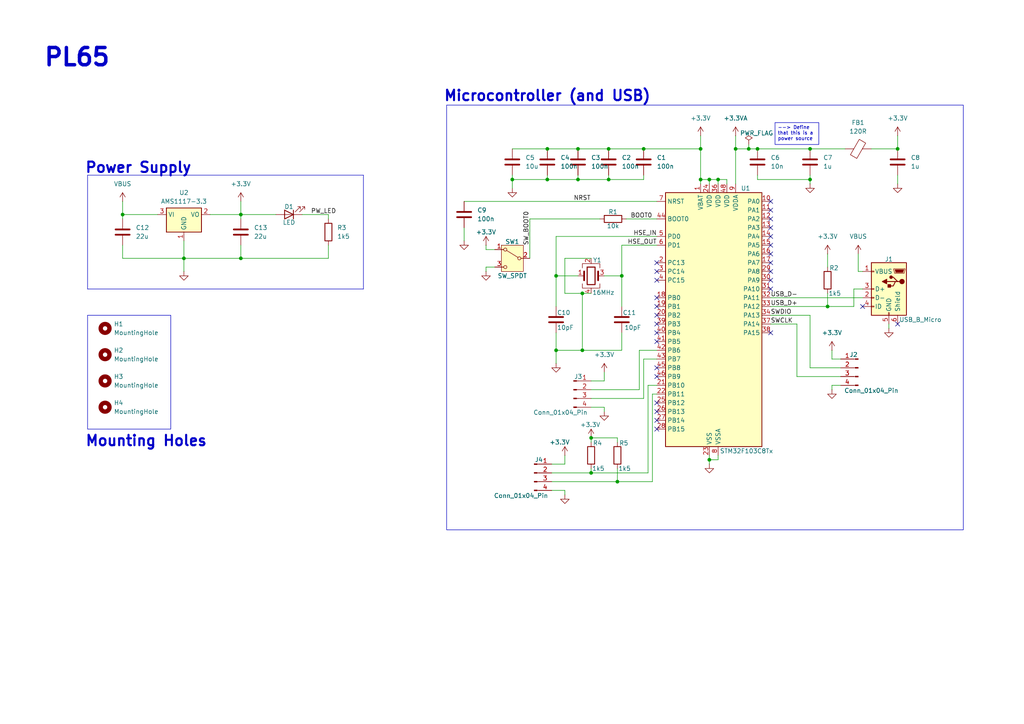
<source format=kicad_sch>
(kicad_sch
	(version 20231120)
	(generator "eeschema")
	(generator_version "8.0")
	(uuid "32507212-942a-4aa3-9081-5d14b5c99403")
	(paper "A4")
	(lib_symbols
		(symbol "Connector:Conn_01x04_Pin"
			(pin_names
				(offset 1.016) hide)
			(exclude_from_sim no)
			(in_bom yes)
			(on_board yes)
			(property "Reference" "J"
				(at 0 5.08 0)
				(effects
					(font
						(size 1.27 1.27)
					)
				)
			)
			(property "Value" "Conn_01x04_Pin"
				(at 0 -7.62 0)
				(effects
					(font
						(size 1.27 1.27)
					)
				)
			)
			(property "Footprint" ""
				(at 0 0 0)
				(effects
					(font
						(size 1.27 1.27)
					)
					(hide yes)
				)
			)
			(property "Datasheet" "~"
				(at 0 0 0)
				(effects
					(font
						(size 1.27 1.27)
					)
					(hide yes)
				)
			)
			(property "Description" "Generic connector, single row, 01x04, script generated"
				(at 0 0 0)
				(effects
					(font
						(size 1.27 1.27)
					)
					(hide yes)
				)
			)
			(property "ki_locked" ""
				(at 0 0 0)
				(effects
					(font
						(size 1.27 1.27)
					)
				)
			)
			(property "ki_keywords" "connector"
				(at 0 0 0)
				(effects
					(font
						(size 1.27 1.27)
					)
					(hide yes)
				)
			)
			(property "ki_fp_filters" "Connector*:*_1x??_*"
				(at 0 0 0)
				(effects
					(font
						(size 1.27 1.27)
					)
					(hide yes)
				)
			)
			(symbol "Conn_01x04_Pin_1_1"
				(polyline
					(pts
						(xy 1.27 -5.08) (xy 0.8636 -5.08)
					)
					(stroke
						(width 0.1524)
						(type default)
					)
					(fill
						(type none)
					)
				)
				(polyline
					(pts
						(xy 1.27 -2.54) (xy 0.8636 -2.54)
					)
					(stroke
						(width 0.1524)
						(type default)
					)
					(fill
						(type none)
					)
				)
				(polyline
					(pts
						(xy 1.27 0) (xy 0.8636 0)
					)
					(stroke
						(width 0.1524)
						(type default)
					)
					(fill
						(type none)
					)
				)
				(polyline
					(pts
						(xy 1.27 2.54) (xy 0.8636 2.54)
					)
					(stroke
						(width 0.1524)
						(type default)
					)
					(fill
						(type none)
					)
				)
				(rectangle
					(start 0.8636 -4.953)
					(end 0 -5.207)
					(stroke
						(width 0.1524)
						(type default)
					)
					(fill
						(type outline)
					)
				)
				(rectangle
					(start 0.8636 -2.413)
					(end 0 -2.667)
					(stroke
						(width 0.1524)
						(type default)
					)
					(fill
						(type outline)
					)
				)
				(rectangle
					(start 0.8636 0.127)
					(end 0 -0.127)
					(stroke
						(width 0.1524)
						(type default)
					)
					(fill
						(type outline)
					)
				)
				(rectangle
					(start 0.8636 2.667)
					(end 0 2.413)
					(stroke
						(width 0.1524)
						(type default)
					)
					(fill
						(type outline)
					)
				)
				(pin passive line
					(at 5.08 2.54 180)
					(length 3.81)
					(name "Pin_1"
						(effects
							(font
								(size 1.27 1.27)
							)
						)
					)
					(number "1"
						(effects
							(font
								(size 1.27 1.27)
							)
						)
					)
				)
				(pin passive line
					(at 5.08 0 180)
					(length 3.81)
					(name "Pin_2"
						(effects
							(font
								(size 1.27 1.27)
							)
						)
					)
					(number "2"
						(effects
							(font
								(size 1.27 1.27)
							)
						)
					)
				)
				(pin passive line
					(at 5.08 -2.54 180)
					(length 3.81)
					(name "Pin_3"
						(effects
							(font
								(size 1.27 1.27)
							)
						)
					)
					(number "3"
						(effects
							(font
								(size 1.27 1.27)
							)
						)
					)
				)
				(pin passive line
					(at 5.08 -5.08 180)
					(length 3.81)
					(name "Pin_4"
						(effects
							(font
								(size 1.27 1.27)
							)
						)
					)
					(number "4"
						(effects
							(font
								(size 1.27 1.27)
							)
						)
					)
				)
			)
		)
		(symbol "Connector:USB_B_Micro"
			(pin_names
				(offset 1.016)
			)
			(exclude_from_sim no)
			(in_bom yes)
			(on_board yes)
			(property "Reference" "J"
				(at -5.08 11.43 0)
				(effects
					(font
						(size 1.27 1.27)
					)
					(justify left)
				)
			)
			(property "Value" "USB_B_Micro"
				(at -5.08 8.89 0)
				(effects
					(font
						(size 1.27 1.27)
					)
					(justify left)
				)
			)
			(property "Footprint" ""
				(at 3.81 -1.27 0)
				(effects
					(font
						(size 1.27 1.27)
					)
					(hide yes)
				)
			)
			(property "Datasheet" "~"
				(at 3.81 -1.27 0)
				(effects
					(font
						(size 1.27 1.27)
					)
					(hide yes)
				)
			)
			(property "Description" "USB Micro Type B connector"
				(at 0 0 0)
				(effects
					(font
						(size 1.27 1.27)
					)
					(hide yes)
				)
			)
			(property "ki_keywords" "connector USB micro"
				(at 0 0 0)
				(effects
					(font
						(size 1.27 1.27)
					)
					(hide yes)
				)
			)
			(property "ki_fp_filters" "USB*"
				(at 0 0 0)
				(effects
					(font
						(size 1.27 1.27)
					)
					(hide yes)
				)
			)
			(symbol "USB_B_Micro_0_1"
				(rectangle
					(start -5.08 -7.62)
					(end 5.08 7.62)
					(stroke
						(width 0.254)
						(type default)
					)
					(fill
						(type background)
					)
				)
				(circle
					(center -3.81 2.159)
					(radius 0.635)
					(stroke
						(width 0.254)
						(type default)
					)
					(fill
						(type outline)
					)
				)
				(circle
					(center -0.635 3.429)
					(radius 0.381)
					(stroke
						(width 0.254)
						(type default)
					)
					(fill
						(type outline)
					)
				)
				(rectangle
					(start -0.127 -7.62)
					(end 0.127 -6.858)
					(stroke
						(width 0)
						(type default)
					)
					(fill
						(type none)
					)
				)
				(polyline
					(pts
						(xy -1.905 2.159) (xy 0.635 2.159)
					)
					(stroke
						(width 0.254)
						(type default)
					)
					(fill
						(type none)
					)
				)
				(polyline
					(pts
						(xy -3.175 2.159) (xy -2.54 2.159) (xy -1.27 3.429) (xy -0.635 3.429)
					)
					(stroke
						(width 0.254)
						(type default)
					)
					(fill
						(type none)
					)
				)
				(polyline
					(pts
						(xy -2.54 2.159) (xy -1.905 2.159) (xy -1.27 0.889) (xy 0 0.889)
					)
					(stroke
						(width 0.254)
						(type default)
					)
					(fill
						(type none)
					)
				)
				(polyline
					(pts
						(xy 0.635 2.794) (xy 0.635 1.524) (xy 1.905 2.159) (xy 0.635 2.794)
					)
					(stroke
						(width 0.254)
						(type default)
					)
					(fill
						(type outline)
					)
				)
				(polyline
					(pts
						(xy -4.318 5.588) (xy -1.778 5.588) (xy -2.032 4.826) (xy -4.064 4.826) (xy -4.318 5.588)
					)
					(stroke
						(width 0)
						(type default)
					)
					(fill
						(type outline)
					)
				)
				(polyline
					(pts
						(xy -4.699 5.842) (xy -4.699 5.588) (xy -4.445 4.826) (xy -4.445 4.572) (xy -1.651 4.572) (xy -1.651 4.826)
						(xy -1.397 5.588) (xy -1.397 5.842) (xy -4.699 5.842)
					)
					(stroke
						(width 0)
						(type default)
					)
					(fill
						(type none)
					)
				)
				(rectangle
					(start 0.254 1.27)
					(end -0.508 0.508)
					(stroke
						(width 0.254)
						(type default)
					)
					(fill
						(type outline)
					)
				)
				(rectangle
					(start 5.08 -5.207)
					(end 4.318 -4.953)
					(stroke
						(width 0)
						(type default)
					)
					(fill
						(type none)
					)
				)
				(rectangle
					(start 5.08 -2.667)
					(end 4.318 -2.413)
					(stroke
						(width 0)
						(type default)
					)
					(fill
						(type none)
					)
				)
				(rectangle
					(start 5.08 -0.127)
					(end 4.318 0.127)
					(stroke
						(width 0)
						(type default)
					)
					(fill
						(type none)
					)
				)
				(rectangle
					(start 5.08 4.953)
					(end 4.318 5.207)
					(stroke
						(width 0)
						(type default)
					)
					(fill
						(type none)
					)
				)
			)
			(symbol "USB_B_Micro_1_1"
				(pin power_out line
					(at 7.62 5.08 180)
					(length 2.54)
					(name "VBUS"
						(effects
							(font
								(size 1.27 1.27)
							)
						)
					)
					(number "1"
						(effects
							(font
								(size 1.27 1.27)
							)
						)
					)
				)
				(pin bidirectional line
					(at 7.62 -2.54 180)
					(length 2.54)
					(name "D-"
						(effects
							(font
								(size 1.27 1.27)
							)
						)
					)
					(number "2"
						(effects
							(font
								(size 1.27 1.27)
							)
						)
					)
				)
				(pin bidirectional line
					(at 7.62 0 180)
					(length 2.54)
					(name "D+"
						(effects
							(font
								(size 1.27 1.27)
							)
						)
					)
					(number "3"
						(effects
							(font
								(size 1.27 1.27)
							)
						)
					)
				)
				(pin passive line
					(at 7.62 -5.08 180)
					(length 2.54)
					(name "ID"
						(effects
							(font
								(size 1.27 1.27)
							)
						)
					)
					(number "4"
						(effects
							(font
								(size 1.27 1.27)
							)
						)
					)
				)
				(pin power_out line
					(at 0 -10.16 90)
					(length 2.54)
					(name "GND"
						(effects
							(font
								(size 1.27 1.27)
							)
						)
					)
					(number "5"
						(effects
							(font
								(size 1.27 1.27)
							)
						)
					)
				)
				(pin passive line
					(at -2.54 -10.16 90)
					(length 2.54)
					(name "Shield"
						(effects
							(font
								(size 1.27 1.27)
							)
						)
					)
					(number "6"
						(effects
							(font
								(size 1.27 1.27)
							)
						)
					)
				)
			)
		)
		(symbol "Device:C"
			(pin_numbers hide)
			(pin_names
				(offset 0.254)
			)
			(exclude_from_sim no)
			(in_bom yes)
			(on_board yes)
			(property "Reference" "C"
				(at 0.635 2.54 0)
				(effects
					(font
						(size 1.27 1.27)
					)
					(justify left)
				)
			)
			(property "Value" "C"
				(at 0.635 -2.54 0)
				(effects
					(font
						(size 1.27 1.27)
					)
					(justify left)
				)
			)
			(property "Footprint" ""
				(at 0.9652 -3.81 0)
				(effects
					(font
						(size 1.27 1.27)
					)
					(hide yes)
				)
			)
			(property "Datasheet" "~"
				(at 0 0 0)
				(effects
					(font
						(size 1.27 1.27)
					)
					(hide yes)
				)
			)
			(property "Description" "Unpolarized capacitor"
				(at 0 0 0)
				(effects
					(font
						(size 1.27 1.27)
					)
					(hide yes)
				)
			)
			(property "ki_keywords" "cap capacitor"
				(at 0 0 0)
				(effects
					(font
						(size 1.27 1.27)
					)
					(hide yes)
				)
			)
			(property "ki_fp_filters" "C_*"
				(at 0 0 0)
				(effects
					(font
						(size 1.27 1.27)
					)
					(hide yes)
				)
			)
			(symbol "C_0_1"
				(polyline
					(pts
						(xy -2.032 -0.762) (xy 2.032 -0.762)
					)
					(stroke
						(width 0.508)
						(type default)
					)
					(fill
						(type none)
					)
				)
				(polyline
					(pts
						(xy -2.032 0.762) (xy 2.032 0.762)
					)
					(stroke
						(width 0.508)
						(type default)
					)
					(fill
						(type none)
					)
				)
			)
			(symbol "C_1_1"
				(pin passive line
					(at 0 3.81 270)
					(length 2.794)
					(name "~"
						(effects
							(font
								(size 1.27 1.27)
							)
						)
					)
					(number "1"
						(effects
							(font
								(size 1.27 1.27)
							)
						)
					)
				)
				(pin passive line
					(at 0 -3.81 90)
					(length 2.794)
					(name "~"
						(effects
							(font
								(size 1.27 1.27)
							)
						)
					)
					(number "2"
						(effects
							(font
								(size 1.27 1.27)
							)
						)
					)
				)
			)
		)
		(symbol "Device:Crystal_GND24"
			(pin_names
				(offset 1.016) hide)
			(exclude_from_sim no)
			(in_bom yes)
			(on_board yes)
			(property "Reference" "Y"
				(at 3.175 5.08 0)
				(effects
					(font
						(size 1.27 1.27)
					)
					(justify left)
				)
			)
			(property "Value" "Crystal_GND24"
				(at 3.175 3.175 0)
				(effects
					(font
						(size 1.27 1.27)
					)
					(justify left)
				)
			)
			(property "Footprint" ""
				(at 0 0 0)
				(effects
					(font
						(size 1.27 1.27)
					)
					(hide yes)
				)
			)
			(property "Datasheet" "~"
				(at 0 0 0)
				(effects
					(font
						(size 1.27 1.27)
					)
					(hide yes)
				)
			)
			(property "Description" "Four pin crystal, GND on pins 2 and 4"
				(at 0 0 0)
				(effects
					(font
						(size 1.27 1.27)
					)
					(hide yes)
				)
			)
			(property "ki_keywords" "quartz ceramic resonator oscillator"
				(at 0 0 0)
				(effects
					(font
						(size 1.27 1.27)
					)
					(hide yes)
				)
			)
			(property "ki_fp_filters" "Crystal*"
				(at 0 0 0)
				(effects
					(font
						(size 1.27 1.27)
					)
					(hide yes)
				)
			)
			(symbol "Crystal_GND24_0_1"
				(rectangle
					(start -1.143 2.54)
					(end 1.143 -2.54)
					(stroke
						(width 0.3048)
						(type default)
					)
					(fill
						(type none)
					)
				)
				(polyline
					(pts
						(xy -2.54 0) (xy -2.032 0)
					)
					(stroke
						(width 0)
						(type default)
					)
					(fill
						(type none)
					)
				)
				(polyline
					(pts
						(xy -2.032 -1.27) (xy -2.032 1.27)
					)
					(stroke
						(width 0.508)
						(type default)
					)
					(fill
						(type none)
					)
				)
				(polyline
					(pts
						(xy 0 -3.81) (xy 0 -3.556)
					)
					(stroke
						(width 0)
						(type default)
					)
					(fill
						(type none)
					)
				)
				(polyline
					(pts
						(xy 0 3.556) (xy 0 3.81)
					)
					(stroke
						(width 0)
						(type default)
					)
					(fill
						(type none)
					)
				)
				(polyline
					(pts
						(xy 2.032 -1.27) (xy 2.032 1.27)
					)
					(stroke
						(width 0.508)
						(type default)
					)
					(fill
						(type none)
					)
				)
				(polyline
					(pts
						(xy 2.032 0) (xy 2.54 0)
					)
					(stroke
						(width 0)
						(type default)
					)
					(fill
						(type none)
					)
				)
				(polyline
					(pts
						(xy -2.54 -2.286) (xy -2.54 -3.556) (xy 2.54 -3.556) (xy 2.54 -2.286)
					)
					(stroke
						(width 0)
						(type default)
					)
					(fill
						(type none)
					)
				)
				(polyline
					(pts
						(xy -2.54 2.286) (xy -2.54 3.556) (xy 2.54 3.556) (xy 2.54 2.286)
					)
					(stroke
						(width 0)
						(type default)
					)
					(fill
						(type none)
					)
				)
			)
			(symbol "Crystal_GND24_1_1"
				(pin passive line
					(at -3.81 0 0)
					(length 1.27)
					(name "1"
						(effects
							(font
								(size 1.27 1.27)
							)
						)
					)
					(number "1"
						(effects
							(font
								(size 1.27 1.27)
							)
						)
					)
				)
				(pin passive line
					(at 0 5.08 270)
					(length 1.27)
					(name "2"
						(effects
							(font
								(size 1.27 1.27)
							)
						)
					)
					(number "2"
						(effects
							(font
								(size 1.27 1.27)
							)
						)
					)
				)
				(pin passive line
					(at 3.81 0 180)
					(length 1.27)
					(name "3"
						(effects
							(font
								(size 1.27 1.27)
							)
						)
					)
					(number "3"
						(effects
							(font
								(size 1.27 1.27)
							)
						)
					)
				)
				(pin passive line
					(at 0 -5.08 90)
					(length 1.27)
					(name "4"
						(effects
							(font
								(size 1.27 1.27)
							)
						)
					)
					(number "4"
						(effects
							(font
								(size 1.27 1.27)
							)
						)
					)
				)
			)
		)
		(symbol "Device:FerriteBead"
			(pin_numbers hide)
			(pin_names
				(offset 0)
			)
			(exclude_from_sim no)
			(in_bom yes)
			(on_board yes)
			(property "Reference" "FB"
				(at -3.81 0.635 90)
				(effects
					(font
						(size 1.27 1.27)
					)
				)
			)
			(property "Value" "FerriteBead"
				(at 3.81 0 90)
				(effects
					(font
						(size 1.27 1.27)
					)
				)
			)
			(property "Footprint" ""
				(at -1.778 0 90)
				(effects
					(font
						(size 1.27 1.27)
					)
					(hide yes)
				)
			)
			(property "Datasheet" "~"
				(at 0 0 0)
				(effects
					(font
						(size 1.27 1.27)
					)
					(hide yes)
				)
			)
			(property "Description" "Ferrite bead"
				(at 0 0 0)
				(effects
					(font
						(size 1.27 1.27)
					)
					(hide yes)
				)
			)
			(property "ki_keywords" "L ferrite bead inductor filter"
				(at 0 0 0)
				(effects
					(font
						(size 1.27 1.27)
					)
					(hide yes)
				)
			)
			(property "ki_fp_filters" "Inductor_* L_* *Ferrite*"
				(at 0 0 0)
				(effects
					(font
						(size 1.27 1.27)
					)
					(hide yes)
				)
			)
			(symbol "FerriteBead_0_1"
				(polyline
					(pts
						(xy 0 -1.27) (xy 0 -1.2192)
					)
					(stroke
						(width 0)
						(type default)
					)
					(fill
						(type none)
					)
				)
				(polyline
					(pts
						(xy 0 1.27) (xy 0 1.2954)
					)
					(stroke
						(width 0)
						(type default)
					)
					(fill
						(type none)
					)
				)
				(polyline
					(pts
						(xy -2.7686 0.4064) (xy -1.7018 2.2606) (xy 2.7686 -0.3048) (xy 1.6764 -2.159) (xy -2.7686 0.4064)
					)
					(stroke
						(width 0)
						(type default)
					)
					(fill
						(type none)
					)
				)
			)
			(symbol "FerriteBead_1_1"
				(pin passive line
					(at 0 3.81 270)
					(length 2.54)
					(name "~"
						(effects
							(font
								(size 1.27 1.27)
							)
						)
					)
					(number "1"
						(effects
							(font
								(size 1.27 1.27)
							)
						)
					)
				)
				(pin passive line
					(at 0 -3.81 90)
					(length 2.54)
					(name "~"
						(effects
							(font
								(size 1.27 1.27)
							)
						)
					)
					(number "2"
						(effects
							(font
								(size 1.27 1.27)
							)
						)
					)
				)
			)
		)
		(symbol "Device:LED"
			(pin_numbers hide)
			(pin_names
				(offset 1.016) hide)
			(exclude_from_sim no)
			(in_bom yes)
			(on_board yes)
			(property "Reference" "D"
				(at 0 2.54 0)
				(effects
					(font
						(size 1.27 1.27)
					)
				)
			)
			(property "Value" "LED"
				(at 0 -2.54 0)
				(effects
					(font
						(size 1.27 1.27)
					)
				)
			)
			(property "Footprint" ""
				(at 0 0 0)
				(effects
					(font
						(size 1.27 1.27)
					)
					(hide yes)
				)
			)
			(property "Datasheet" "~"
				(at 0 0 0)
				(effects
					(font
						(size 1.27 1.27)
					)
					(hide yes)
				)
			)
			(property "Description" "Light emitting diode"
				(at 0 0 0)
				(effects
					(font
						(size 1.27 1.27)
					)
					(hide yes)
				)
			)
			(property "ki_keywords" "LED diode"
				(at 0 0 0)
				(effects
					(font
						(size 1.27 1.27)
					)
					(hide yes)
				)
			)
			(property "ki_fp_filters" "LED* LED_SMD:* LED_THT:*"
				(at 0 0 0)
				(effects
					(font
						(size 1.27 1.27)
					)
					(hide yes)
				)
			)
			(symbol "LED_0_1"
				(polyline
					(pts
						(xy -1.27 -1.27) (xy -1.27 1.27)
					)
					(stroke
						(width 0.254)
						(type default)
					)
					(fill
						(type none)
					)
				)
				(polyline
					(pts
						(xy -1.27 0) (xy 1.27 0)
					)
					(stroke
						(width 0)
						(type default)
					)
					(fill
						(type none)
					)
				)
				(polyline
					(pts
						(xy 1.27 -1.27) (xy 1.27 1.27) (xy -1.27 0) (xy 1.27 -1.27)
					)
					(stroke
						(width 0.254)
						(type default)
					)
					(fill
						(type none)
					)
				)
				(polyline
					(pts
						(xy -3.048 -0.762) (xy -4.572 -2.286) (xy -3.81 -2.286) (xy -4.572 -2.286) (xy -4.572 -1.524)
					)
					(stroke
						(width 0)
						(type default)
					)
					(fill
						(type none)
					)
				)
				(polyline
					(pts
						(xy -1.778 -0.762) (xy -3.302 -2.286) (xy -2.54 -2.286) (xy -3.302 -2.286) (xy -3.302 -1.524)
					)
					(stroke
						(width 0)
						(type default)
					)
					(fill
						(type none)
					)
				)
			)
			(symbol "LED_1_1"
				(pin passive line
					(at -3.81 0 0)
					(length 2.54)
					(name "K"
						(effects
							(font
								(size 1.27 1.27)
							)
						)
					)
					(number "1"
						(effects
							(font
								(size 1.27 1.27)
							)
						)
					)
				)
				(pin passive line
					(at 3.81 0 180)
					(length 2.54)
					(name "A"
						(effects
							(font
								(size 1.27 1.27)
							)
						)
					)
					(number "2"
						(effects
							(font
								(size 1.27 1.27)
							)
						)
					)
				)
			)
		)
		(symbol "Device:R"
			(pin_numbers hide)
			(pin_names
				(offset 0)
			)
			(exclude_from_sim no)
			(in_bom yes)
			(on_board yes)
			(property "Reference" "R"
				(at 2.032 0 90)
				(effects
					(font
						(size 1.27 1.27)
					)
				)
			)
			(property "Value" "R"
				(at 0 0 90)
				(effects
					(font
						(size 1.27 1.27)
					)
				)
			)
			(property "Footprint" ""
				(at -1.778 0 90)
				(effects
					(font
						(size 1.27 1.27)
					)
					(hide yes)
				)
			)
			(property "Datasheet" "~"
				(at 0 0 0)
				(effects
					(font
						(size 1.27 1.27)
					)
					(hide yes)
				)
			)
			(property "Description" "Resistor"
				(at 0 0 0)
				(effects
					(font
						(size 1.27 1.27)
					)
					(hide yes)
				)
			)
			(property "ki_keywords" "R res resistor"
				(at 0 0 0)
				(effects
					(font
						(size 1.27 1.27)
					)
					(hide yes)
				)
			)
			(property "ki_fp_filters" "R_*"
				(at 0 0 0)
				(effects
					(font
						(size 1.27 1.27)
					)
					(hide yes)
				)
			)
			(symbol "R_0_1"
				(rectangle
					(start -1.016 -2.54)
					(end 1.016 2.54)
					(stroke
						(width 0.254)
						(type default)
					)
					(fill
						(type none)
					)
				)
			)
			(symbol "R_1_1"
				(pin passive line
					(at 0 3.81 270)
					(length 1.27)
					(name "~"
						(effects
							(font
								(size 1.27 1.27)
							)
						)
					)
					(number "1"
						(effects
							(font
								(size 1.27 1.27)
							)
						)
					)
				)
				(pin passive line
					(at 0 -3.81 90)
					(length 1.27)
					(name "~"
						(effects
							(font
								(size 1.27 1.27)
							)
						)
					)
					(number "2"
						(effects
							(font
								(size 1.27 1.27)
							)
						)
					)
				)
			)
		)
		(symbol "MCU_ST_STM32F1:STM32F103C8Tx"
			(exclude_from_sim no)
			(in_bom yes)
			(on_board yes)
			(property "Reference" "U"
				(at -12.7 39.37 0)
				(effects
					(font
						(size 1.27 1.27)
					)
					(justify left)
				)
			)
			(property "Value" "STM32F103C8Tx"
				(at 10.16 39.37 0)
				(effects
					(font
						(size 1.27 1.27)
					)
					(justify left)
				)
			)
			(property "Footprint" "Package_QFP:LQFP-48_7x7mm_P0.5mm"
				(at -12.7 -35.56 0)
				(effects
					(font
						(size 1.27 1.27)
					)
					(justify right)
					(hide yes)
				)
			)
			(property "Datasheet" "https://www.st.com/resource/en/datasheet/stm32f103c8.pdf"
				(at 0 0 0)
				(effects
					(font
						(size 1.27 1.27)
					)
					(hide yes)
				)
			)
			(property "Description" "STMicroelectronics Arm Cortex-M3 MCU, 64KB flash, 20KB RAM, 72 MHz, 2.0-3.6V, 37 GPIO, LQFP48"
				(at 0 0 0)
				(effects
					(font
						(size 1.27 1.27)
					)
					(hide yes)
				)
			)
			(property "ki_locked" ""
				(at 0 0 0)
				(effects
					(font
						(size 1.27 1.27)
					)
				)
			)
			(property "ki_keywords" "Arm Cortex-M3 STM32F1 STM32F103"
				(at 0 0 0)
				(effects
					(font
						(size 1.27 1.27)
					)
					(hide yes)
				)
			)
			(property "ki_fp_filters" "LQFP*7x7mm*P0.5mm*"
				(at 0 0 0)
				(effects
					(font
						(size 1.27 1.27)
					)
					(hide yes)
				)
			)
			(symbol "STM32F103C8Tx_0_1"
				(rectangle
					(start -12.7 -35.56)
					(end 15.24 38.1)
					(stroke
						(width 0.254)
						(type default)
					)
					(fill
						(type background)
					)
				)
			)
			(symbol "STM32F103C8Tx_1_1"
				(pin power_in line
					(at -2.54 40.64 270)
					(length 2.54)
					(name "VBAT"
						(effects
							(font
								(size 1.27 1.27)
							)
						)
					)
					(number "1"
						(effects
							(font
								(size 1.27 1.27)
							)
						)
					)
				)
				(pin bidirectional line
					(at 17.78 35.56 180)
					(length 2.54)
					(name "PA0"
						(effects
							(font
								(size 1.27 1.27)
							)
						)
					)
					(number "10"
						(effects
							(font
								(size 1.27 1.27)
							)
						)
					)
					(alternate "ADC1_IN0" bidirectional line)
					(alternate "ADC2_IN0" bidirectional line)
					(alternate "SYS_WKUP" bidirectional line)
					(alternate "TIM2_CH1" bidirectional line)
					(alternate "TIM2_ETR" bidirectional line)
					(alternate "USART2_CTS" bidirectional line)
				)
				(pin bidirectional line
					(at 17.78 33.02 180)
					(length 2.54)
					(name "PA1"
						(effects
							(font
								(size 1.27 1.27)
							)
						)
					)
					(number "11"
						(effects
							(font
								(size 1.27 1.27)
							)
						)
					)
					(alternate "ADC1_IN1" bidirectional line)
					(alternate "ADC2_IN1" bidirectional line)
					(alternate "TIM2_CH2" bidirectional line)
					(alternate "USART2_RTS" bidirectional line)
				)
				(pin bidirectional line
					(at 17.78 30.48 180)
					(length 2.54)
					(name "PA2"
						(effects
							(font
								(size 1.27 1.27)
							)
						)
					)
					(number "12"
						(effects
							(font
								(size 1.27 1.27)
							)
						)
					)
					(alternate "ADC1_IN2" bidirectional line)
					(alternate "ADC2_IN2" bidirectional line)
					(alternate "TIM2_CH3" bidirectional line)
					(alternate "USART2_TX" bidirectional line)
				)
				(pin bidirectional line
					(at 17.78 27.94 180)
					(length 2.54)
					(name "PA3"
						(effects
							(font
								(size 1.27 1.27)
							)
						)
					)
					(number "13"
						(effects
							(font
								(size 1.27 1.27)
							)
						)
					)
					(alternate "ADC1_IN3" bidirectional line)
					(alternate "ADC2_IN3" bidirectional line)
					(alternate "TIM2_CH4" bidirectional line)
					(alternate "USART2_RX" bidirectional line)
				)
				(pin bidirectional line
					(at 17.78 25.4 180)
					(length 2.54)
					(name "PA4"
						(effects
							(font
								(size 1.27 1.27)
							)
						)
					)
					(number "14"
						(effects
							(font
								(size 1.27 1.27)
							)
						)
					)
					(alternate "ADC1_IN4" bidirectional line)
					(alternate "ADC2_IN4" bidirectional line)
					(alternate "SPI1_NSS" bidirectional line)
					(alternate "USART2_CK" bidirectional line)
				)
				(pin bidirectional line
					(at 17.78 22.86 180)
					(length 2.54)
					(name "PA5"
						(effects
							(font
								(size 1.27 1.27)
							)
						)
					)
					(number "15"
						(effects
							(font
								(size 1.27 1.27)
							)
						)
					)
					(alternate "ADC1_IN5" bidirectional line)
					(alternate "ADC2_IN5" bidirectional line)
					(alternate "SPI1_SCK" bidirectional line)
				)
				(pin bidirectional line
					(at 17.78 20.32 180)
					(length 2.54)
					(name "PA6"
						(effects
							(font
								(size 1.27 1.27)
							)
						)
					)
					(number "16"
						(effects
							(font
								(size 1.27 1.27)
							)
						)
					)
					(alternate "ADC1_IN6" bidirectional line)
					(alternate "ADC2_IN6" bidirectional line)
					(alternate "SPI1_MISO" bidirectional line)
					(alternate "TIM1_BKIN" bidirectional line)
					(alternate "TIM3_CH1" bidirectional line)
				)
				(pin bidirectional line
					(at 17.78 17.78 180)
					(length 2.54)
					(name "PA7"
						(effects
							(font
								(size 1.27 1.27)
							)
						)
					)
					(number "17"
						(effects
							(font
								(size 1.27 1.27)
							)
						)
					)
					(alternate "ADC1_IN7" bidirectional line)
					(alternate "ADC2_IN7" bidirectional line)
					(alternate "SPI1_MOSI" bidirectional line)
					(alternate "TIM1_CH1N" bidirectional line)
					(alternate "TIM3_CH2" bidirectional line)
				)
				(pin bidirectional line
					(at -15.24 7.62 0)
					(length 2.54)
					(name "PB0"
						(effects
							(font
								(size 1.27 1.27)
							)
						)
					)
					(number "18"
						(effects
							(font
								(size 1.27 1.27)
							)
						)
					)
					(alternate "ADC1_IN8" bidirectional line)
					(alternate "ADC2_IN8" bidirectional line)
					(alternate "TIM1_CH2N" bidirectional line)
					(alternate "TIM3_CH3" bidirectional line)
				)
				(pin bidirectional line
					(at -15.24 5.08 0)
					(length 2.54)
					(name "PB1"
						(effects
							(font
								(size 1.27 1.27)
							)
						)
					)
					(number "19"
						(effects
							(font
								(size 1.27 1.27)
							)
						)
					)
					(alternate "ADC1_IN9" bidirectional line)
					(alternate "ADC2_IN9" bidirectional line)
					(alternate "TIM1_CH3N" bidirectional line)
					(alternate "TIM3_CH4" bidirectional line)
				)
				(pin bidirectional line
					(at -15.24 17.78 0)
					(length 2.54)
					(name "PC13"
						(effects
							(font
								(size 1.27 1.27)
							)
						)
					)
					(number "2"
						(effects
							(font
								(size 1.27 1.27)
							)
						)
					)
					(alternate "RTC_OUT" bidirectional line)
					(alternate "RTC_TAMPER" bidirectional line)
				)
				(pin bidirectional line
					(at -15.24 2.54 0)
					(length 2.54)
					(name "PB2"
						(effects
							(font
								(size 1.27 1.27)
							)
						)
					)
					(number "20"
						(effects
							(font
								(size 1.27 1.27)
							)
						)
					)
				)
				(pin bidirectional line
					(at -15.24 -17.78 0)
					(length 2.54)
					(name "PB10"
						(effects
							(font
								(size 1.27 1.27)
							)
						)
					)
					(number "21"
						(effects
							(font
								(size 1.27 1.27)
							)
						)
					)
					(alternate "I2C2_SCL" bidirectional line)
					(alternate "TIM2_CH3" bidirectional line)
					(alternate "USART3_TX" bidirectional line)
				)
				(pin bidirectional line
					(at -15.24 -20.32 0)
					(length 2.54)
					(name "PB11"
						(effects
							(font
								(size 1.27 1.27)
							)
						)
					)
					(number "22"
						(effects
							(font
								(size 1.27 1.27)
							)
						)
					)
					(alternate "ADC1_EXTI11" bidirectional line)
					(alternate "ADC2_EXTI11" bidirectional line)
					(alternate "I2C2_SDA" bidirectional line)
					(alternate "TIM2_CH4" bidirectional line)
					(alternate "USART3_RX" bidirectional line)
				)
				(pin power_in line
					(at 0 -38.1 90)
					(length 2.54)
					(name "VSS"
						(effects
							(font
								(size 1.27 1.27)
							)
						)
					)
					(number "23"
						(effects
							(font
								(size 1.27 1.27)
							)
						)
					)
				)
				(pin power_in line
					(at 0 40.64 270)
					(length 2.54)
					(name "VDD"
						(effects
							(font
								(size 1.27 1.27)
							)
						)
					)
					(number "24"
						(effects
							(font
								(size 1.27 1.27)
							)
						)
					)
				)
				(pin bidirectional line
					(at -15.24 -22.86 0)
					(length 2.54)
					(name "PB12"
						(effects
							(font
								(size 1.27 1.27)
							)
						)
					)
					(number "25"
						(effects
							(font
								(size 1.27 1.27)
							)
						)
					)
					(alternate "I2C2_SMBA" bidirectional line)
					(alternate "SPI2_NSS" bidirectional line)
					(alternate "TIM1_BKIN" bidirectional line)
					(alternate "USART3_CK" bidirectional line)
				)
				(pin bidirectional line
					(at -15.24 -25.4 0)
					(length 2.54)
					(name "PB13"
						(effects
							(font
								(size 1.27 1.27)
							)
						)
					)
					(number "26"
						(effects
							(font
								(size 1.27 1.27)
							)
						)
					)
					(alternate "SPI2_SCK" bidirectional line)
					(alternate "TIM1_CH1N" bidirectional line)
					(alternate "USART3_CTS" bidirectional line)
				)
				(pin bidirectional line
					(at -15.24 -27.94 0)
					(length 2.54)
					(name "PB14"
						(effects
							(font
								(size 1.27 1.27)
							)
						)
					)
					(number "27"
						(effects
							(font
								(size 1.27 1.27)
							)
						)
					)
					(alternate "SPI2_MISO" bidirectional line)
					(alternate "TIM1_CH2N" bidirectional line)
					(alternate "USART3_RTS" bidirectional line)
				)
				(pin bidirectional line
					(at -15.24 -30.48 0)
					(length 2.54)
					(name "PB15"
						(effects
							(font
								(size 1.27 1.27)
							)
						)
					)
					(number "28"
						(effects
							(font
								(size 1.27 1.27)
							)
						)
					)
					(alternate "ADC1_EXTI15" bidirectional line)
					(alternate "ADC2_EXTI15" bidirectional line)
					(alternate "SPI2_MOSI" bidirectional line)
					(alternate "TIM1_CH3N" bidirectional line)
				)
				(pin bidirectional line
					(at 17.78 15.24 180)
					(length 2.54)
					(name "PA8"
						(effects
							(font
								(size 1.27 1.27)
							)
						)
					)
					(number "29"
						(effects
							(font
								(size 1.27 1.27)
							)
						)
					)
					(alternate "RCC_MCO" bidirectional line)
					(alternate "TIM1_CH1" bidirectional line)
					(alternate "USART1_CK" bidirectional line)
				)
				(pin bidirectional line
					(at -15.24 15.24 0)
					(length 2.54)
					(name "PC14"
						(effects
							(font
								(size 1.27 1.27)
							)
						)
					)
					(number "3"
						(effects
							(font
								(size 1.27 1.27)
							)
						)
					)
					(alternate "RCC_OSC32_IN" bidirectional line)
				)
				(pin bidirectional line
					(at 17.78 12.7 180)
					(length 2.54)
					(name "PA9"
						(effects
							(font
								(size 1.27 1.27)
							)
						)
					)
					(number "30"
						(effects
							(font
								(size 1.27 1.27)
							)
						)
					)
					(alternate "TIM1_CH2" bidirectional line)
					(alternate "USART1_TX" bidirectional line)
				)
				(pin bidirectional line
					(at 17.78 10.16 180)
					(length 2.54)
					(name "PA10"
						(effects
							(font
								(size 1.27 1.27)
							)
						)
					)
					(number "31"
						(effects
							(font
								(size 1.27 1.27)
							)
						)
					)
					(alternate "TIM1_CH3" bidirectional line)
					(alternate "USART1_RX" bidirectional line)
				)
				(pin bidirectional line
					(at 17.78 7.62 180)
					(length 2.54)
					(name "PA11"
						(effects
							(font
								(size 1.27 1.27)
							)
						)
					)
					(number "32"
						(effects
							(font
								(size 1.27 1.27)
							)
						)
					)
					(alternate "ADC1_EXTI11" bidirectional line)
					(alternate "ADC2_EXTI11" bidirectional line)
					(alternate "CAN_RX" bidirectional line)
					(alternate "TIM1_CH4" bidirectional line)
					(alternate "USART1_CTS" bidirectional line)
					(alternate "USB_DM" bidirectional line)
				)
				(pin bidirectional line
					(at 17.78 5.08 180)
					(length 2.54)
					(name "PA12"
						(effects
							(font
								(size 1.27 1.27)
							)
						)
					)
					(number "33"
						(effects
							(font
								(size 1.27 1.27)
							)
						)
					)
					(alternate "CAN_TX" bidirectional line)
					(alternate "TIM1_ETR" bidirectional line)
					(alternate "USART1_RTS" bidirectional line)
					(alternate "USB_DP" bidirectional line)
				)
				(pin bidirectional line
					(at 17.78 2.54 180)
					(length 2.54)
					(name "PA13"
						(effects
							(font
								(size 1.27 1.27)
							)
						)
					)
					(number "34"
						(effects
							(font
								(size 1.27 1.27)
							)
						)
					)
					(alternate "SYS_JTMS-SWDIO" bidirectional line)
				)
				(pin passive line
					(at 0 -38.1 90)
					(length 2.54) hide
					(name "VSS"
						(effects
							(font
								(size 1.27 1.27)
							)
						)
					)
					(number "35"
						(effects
							(font
								(size 1.27 1.27)
							)
						)
					)
				)
				(pin power_in line
					(at 2.54 40.64 270)
					(length 2.54)
					(name "VDD"
						(effects
							(font
								(size 1.27 1.27)
							)
						)
					)
					(number "36"
						(effects
							(font
								(size 1.27 1.27)
							)
						)
					)
				)
				(pin bidirectional line
					(at 17.78 0 180)
					(length 2.54)
					(name "PA14"
						(effects
							(font
								(size 1.27 1.27)
							)
						)
					)
					(number "37"
						(effects
							(font
								(size 1.27 1.27)
							)
						)
					)
					(alternate "SYS_JTCK-SWCLK" bidirectional line)
				)
				(pin bidirectional line
					(at 17.78 -2.54 180)
					(length 2.54)
					(name "PA15"
						(effects
							(font
								(size 1.27 1.27)
							)
						)
					)
					(number "38"
						(effects
							(font
								(size 1.27 1.27)
							)
						)
					)
					(alternate "ADC1_EXTI15" bidirectional line)
					(alternate "ADC2_EXTI15" bidirectional line)
					(alternate "SPI1_NSS" bidirectional line)
					(alternate "SYS_JTDI" bidirectional line)
					(alternate "TIM2_CH1" bidirectional line)
					(alternate "TIM2_ETR" bidirectional line)
				)
				(pin bidirectional line
					(at -15.24 0 0)
					(length 2.54)
					(name "PB3"
						(effects
							(font
								(size 1.27 1.27)
							)
						)
					)
					(number "39"
						(effects
							(font
								(size 1.27 1.27)
							)
						)
					)
					(alternate "SPI1_SCK" bidirectional line)
					(alternate "SYS_JTDO-TRACESWO" bidirectional line)
					(alternate "TIM2_CH2" bidirectional line)
				)
				(pin bidirectional line
					(at -15.24 12.7 0)
					(length 2.54)
					(name "PC15"
						(effects
							(font
								(size 1.27 1.27)
							)
						)
					)
					(number "4"
						(effects
							(font
								(size 1.27 1.27)
							)
						)
					)
					(alternate "ADC1_EXTI15" bidirectional line)
					(alternate "ADC2_EXTI15" bidirectional line)
					(alternate "RCC_OSC32_OUT" bidirectional line)
				)
				(pin bidirectional line
					(at -15.24 -2.54 0)
					(length 2.54)
					(name "PB4"
						(effects
							(font
								(size 1.27 1.27)
							)
						)
					)
					(number "40"
						(effects
							(font
								(size 1.27 1.27)
							)
						)
					)
					(alternate "SPI1_MISO" bidirectional line)
					(alternate "SYS_NJTRST" bidirectional line)
					(alternate "TIM3_CH1" bidirectional line)
				)
				(pin bidirectional line
					(at -15.24 -5.08 0)
					(length 2.54)
					(name "PB5"
						(effects
							(font
								(size 1.27 1.27)
							)
						)
					)
					(number "41"
						(effects
							(font
								(size 1.27 1.27)
							)
						)
					)
					(alternate "I2C1_SMBA" bidirectional line)
					(alternate "SPI1_MOSI" bidirectional line)
					(alternate "TIM3_CH2" bidirectional line)
				)
				(pin bidirectional line
					(at -15.24 -7.62 0)
					(length 2.54)
					(name "PB6"
						(effects
							(font
								(size 1.27 1.27)
							)
						)
					)
					(number "42"
						(effects
							(font
								(size 1.27 1.27)
							)
						)
					)
					(alternate "I2C1_SCL" bidirectional line)
					(alternate "TIM4_CH1" bidirectional line)
					(alternate "USART1_TX" bidirectional line)
				)
				(pin bidirectional line
					(at -15.24 -10.16 0)
					(length 2.54)
					(name "PB7"
						(effects
							(font
								(size 1.27 1.27)
							)
						)
					)
					(number "43"
						(effects
							(font
								(size 1.27 1.27)
							)
						)
					)
					(alternate "I2C1_SDA" bidirectional line)
					(alternate "TIM4_CH2" bidirectional line)
					(alternate "USART1_RX" bidirectional line)
				)
				(pin input line
					(at -15.24 30.48 0)
					(length 2.54)
					(name "BOOT0"
						(effects
							(font
								(size 1.27 1.27)
							)
						)
					)
					(number "44"
						(effects
							(font
								(size 1.27 1.27)
							)
						)
					)
				)
				(pin bidirectional line
					(at -15.24 -12.7 0)
					(length 2.54)
					(name "PB8"
						(effects
							(font
								(size 1.27 1.27)
							)
						)
					)
					(number "45"
						(effects
							(font
								(size 1.27 1.27)
							)
						)
					)
					(alternate "CAN_RX" bidirectional line)
					(alternate "I2C1_SCL" bidirectional line)
					(alternate "TIM4_CH3" bidirectional line)
				)
				(pin bidirectional line
					(at -15.24 -15.24 0)
					(length 2.54)
					(name "PB9"
						(effects
							(font
								(size 1.27 1.27)
							)
						)
					)
					(number "46"
						(effects
							(font
								(size 1.27 1.27)
							)
						)
					)
					(alternate "CAN_TX" bidirectional line)
					(alternate "I2C1_SDA" bidirectional line)
					(alternate "TIM4_CH4" bidirectional line)
				)
				(pin passive line
					(at 0 -38.1 90)
					(length 2.54) hide
					(name "VSS"
						(effects
							(font
								(size 1.27 1.27)
							)
						)
					)
					(number "47"
						(effects
							(font
								(size 1.27 1.27)
							)
						)
					)
				)
				(pin power_in line
					(at 5.08 40.64 270)
					(length 2.54)
					(name "VDD"
						(effects
							(font
								(size 1.27 1.27)
							)
						)
					)
					(number "48"
						(effects
							(font
								(size 1.27 1.27)
							)
						)
					)
				)
				(pin bidirectional line
					(at -15.24 25.4 0)
					(length 2.54)
					(name "PD0"
						(effects
							(font
								(size 1.27 1.27)
							)
						)
					)
					(number "5"
						(effects
							(font
								(size 1.27 1.27)
							)
						)
					)
					(alternate "RCC_OSC_IN" bidirectional line)
				)
				(pin bidirectional line
					(at -15.24 22.86 0)
					(length 2.54)
					(name "PD1"
						(effects
							(font
								(size 1.27 1.27)
							)
						)
					)
					(number "6"
						(effects
							(font
								(size 1.27 1.27)
							)
						)
					)
					(alternate "RCC_OSC_OUT" bidirectional line)
				)
				(pin input line
					(at -15.24 35.56 0)
					(length 2.54)
					(name "NRST"
						(effects
							(font
								(size 1.27 1.27)
							)
						)
					)
					(number "7"
						(effects
							(font
								(size 1.27 1.27)
							)
						)
					)
				)
				(pin power_in line
					(at 2.54 -38.1 90)
					(length 2.54)
					(name "VSSA"
						(effects
							(font
								(size 1.27 1.27)
							)
						)
					)
					(number "8"
						(effects
							(font
								(size 1.27 1.27)
							)
						)
					)
				)
				(pin power_in line
					(at 7.62 40.64 270)
					(length 2.54)
					(name "VDDA"
						(effects
							(font
								(size 1.27 1.27)
							)
						)
					)
					(number "9"
						(effects
							(font
								(size 1.27 1.27)
							)
						)
					)
				)
			)
		)
		(symbol "Mechanical:MountingHole"
			(pin_names
				(offset 1.016)
			)
			(exclude_from_sim yes)
			(in_bom no)
			(on_board yes)
			(property "Reference" "H"
				(at 0 5.08 0)
				(effects
					(font
						(size 1.27 1.27)
					)
				)
			)
			(property "Value" "MountingHole"
				(at 0 3.175 0)
				(effects
					(font
						(size 1.27 1.27)
					)
				)
			)
			(property "Footprint" ""
				(at 0 0 0)
				(effects
					(font
						(size 1.27 1.27)
					)
					(hide yes)
				)
			)
			(property "Datasheet" "~"
				(at 0 0 0)
				(effects
					(font
						(size 1.27 1.27)
					)
					(hide yes)
				)
			)
			(property "Description" "Mounting Hole without connection"
				(at 0 0 0)
				(effects
					(font
						(size 1.27 1.27)
					)
					(hide yes)
				)
			)
			(property "ki_keywords" "mounting hole"
				(at 0 0 0)
				(effects
					(font
						(size 1.27 1.27)
					)
					(hide yes)
				)
			)
			(property "ki_fp_filters" "MountingHole*"
				(at 0 0 0)
				(effects
					(font
						(size 1.27 1.27)
					)
					(hide yes)
				)
			)
			(symbol "MountingHole_0_1"
				(circle
					(center 0 0)
					(radius 1.27)
					(stroke
						(width 1.27)
						(type default)
					)
					(fill
						(type none)
					)
				)
			)
		)
		(symbol "Regulator_Linear:AMS1117-3.3"
			(exclude_from_sim no)
			(in_bom yes)
			(on_board yes)
			(property "Reference" "U"
				(at -3.81 3.175 0)
				(effects
					(font
						(size 1.27 1.27)
					)
				)
			)
			(property "Value" "AMS1117-3.3"
				(at 0 3.175 0)
				(effects
					(font
						(size 1.27 1.27)
					)
					(justify left)
				)
			)
			(property "Footprint" "Package_TO_SOT_SMD:SOT-223-3_TabPin2"
				(at 0 5.08 0)
				(effects
					(font
						(size 1.27 1.27)
					)
					(hide yes)
				)
			)
			(property "Datasheet" "http://www.advanced-monolithic.com/pdf/ds1117.pdf"
				(at 2.54 -6.35 0)
				(effects
					(font
						(size 1.27 1.27)
					)
					(hide yes)
				)
			)
			(property "Description" "1A Low Dropout regulator, positive, 3.3V fixed output, SOT-223"
				(at 0 0 0)
				(effects
					(font
						(size 1.27 1.27)
					)
					(hide yes)
				)
			)
			(property "ki_keywords" "linear regulator ldo fixed positive"
				(at 0 0 0)
				(effects
					(font
						(size 1.27 1.27)
					)
					(hide yes)
				)
			)
			(property "ki_fp_filters" "SOT?223*TabPin2*"
				(at 0 0 0)
				(effects
					(font
						(size 1.27 1.27)
					)
					(hide yes)
				)
			)
			(symbol "AMS1117-3.3_0_1"
				(rectangle
					(start -5.08 -5.08)
					(end 5.08 1.905)
					(stroke
						(width 0.254)
						(type default)
					)
					(fill
						(type background)
					)
				)
			)
			(symbol "AMS1117-3.3_1_1"
				(pin power_in line
					(at 0 -7.62 90)
					(length 2.54)
					(name "GND"
						(effects
							(font
								(size 1.27 1.27)
							)
						)
					)
					(number "1"
						(effects
							(font
								(size 1.27 1.27)
							)
						)
					)
				)
				(pin power_out line
					(at 7.62 0 180)
					(length 2.54)
					(name "VO"
						(effects
							(font
								(size 1.27 1.27)
							)
						)
					)
					(number "2"
						(effects
							(font
								(size 1.27 1.27)
							)
						)
					)
				)
				(pin power_in line
					(at -7.62 0 0)
					(length 2.54)
					(name "VI"
						(effects
							(font
								(size 1.27 1.27)
							)
						)
					)
					(number "3"
						(effects
							(font
								(size 1.27 1.27)
							)
						)
					)
				)
			)
		)
		(symbol "Switch:SW_SPDT"
			(pin_names
				(offset 0) hide)
			(exclude_from_sim no)
			(in_bom yes)
			(on_board yes)
			(property "Reference" "SW"
				(at 0 5.08 0)
				(effects
					(font
						(size 1.27 1.27)
					)
				)
			)
			(property "Value" "SW_SPDT"
				(at 0 -5.08 0)
				(effects
					(font
						(size 1.27 1.27)
					)
				)
			)
			(property "Footprint" ""
				(at 0 0 0)
				(effects
					(font
						(size 1.27 1.27)
					)
					(hide yes)
				)
			)
			(property "Datasheet" "~"
				(at 0 -7.62 0)
				(effects
					(font
						(size 1.27 1.27)
					)
					(hide yes)
				)
			)
			(property "Description" "Switch, single pole double throw"
				(at 0 0 0)
				(effects
					(font
						(size 1.27 1.27)
					)
					(hide yes)
				)
			)
			(property "ki_keywords" "switch single-pole double-throw spdt ON-ON"
				(at 0 0 0)
				(effects
					(font
						(size 1.27 1.27)
					)
					(hide yes)
				)
			)
			(symbol "SW_SPDT_0_1"
				(circle
					(center -2.032 0)
					(radius 0.4572)
					(stroke
						(width 0)
						(type default)
					)
					(fill
						(type none)
					)
				)
				(polyline
					(pts
						(xy -1.651 0.254) (xy 1.651 2.286)
					)
					(stroke
						(width 0)
						(type default)
					)
					(fill
						(type none)
					)
				)
				(circle
					(center 2.032 -2.54)
					(radius 0.4572)
					(stroke
						(width 0)
						(type default)
					)
					(fill
						(type none)
					)
				)
				(circle
					(center 2.032 2.54)
					(radius 0.4572)
					(stroke
						(width 0)
						(type default)
					)
					(fill
						(type none)
					)
				)
			)
			(symbol "SW_SPDT_1_1"
				(rectangle
					(start -3.175 3.81)
					(end 3.175 -3.81)
					(stroke
						(width 0)
						(type default)
					)
					(fill
						(type background)
					)
				)
				(pin passive line
					(at 5.08 2.54 180)
					(length 2.54)
					(name "A"
						(effects
							(font
								(size 1.27 1.27)
							)
						)
					)
					(number "1"
						(effects
							(font
								(size 1.27 1.27)
							)
						)
					)
				)
				(pin passive line
					(at -5.08 0 0)
					(length 2.54)
					(name "B"
						(effects
							(font
								(size 1.27 1.27)
							)
						)
					)
					(number "2"
						(effects
							(font
								(size 1.27 1.27)
							)
						)
					)
				)
				(pin passive line
					(at 5.08 -2.54 180)
					(length 2.54)
					(name "C"
						(effects
							(font
								(size 1.27 1.27)
							)
						)
					)
					(number "3"
						(effects
							(font
								(size 1.27 1.27)
							)
						)
					)
				)
			)
		)
		(symbol "power:+3.3V"
			(power)
			(pin_numbers hide)
			(pin_names
				(offset 0) hide)
			(exclude_from_sim no)
			(in_bom yes)
			(on_board yes)
			(property "Reference" "#PWR"
				(at 0 -3.81 0)
				(effects
					(font
						(size 1.27 1.27)
					)
					(hide yes)
				)
			)
			(property "Value" "+3.3V"
				(at 0 3.556 0)
				(effects
					(font
						(size 1.27 1.27)
					)
				)
			)
			(property "Footprint" ""
				(at 0 0 0)
				(effects
					(font
						(size 1.27 1.27)
					)
					(hide yes)
				)
			)
			(property "Datasheet" ""
				(at 0 0 0)
				(effects
					(font
						(size 1.27 1.27)
					)
					(hide yes)
				)
			)
			(property "Description" "Power symbol creates a global label with name \"+3.3V\""
				(at 0 0 0)
				(effects
					(font
						(size 1.27 1.27)
					)
					(hide yes)
				)
			)
			(property "ki_keywords" "global power"
				(at 0 0 0)
				(effects
					(font
						(size 1.27 1.27)
					)
					(hide yes)
				)
			)
			(symbol "+3.3V_0_1"
				(polyline
					(pts
						(xy -0.762 1.27) (xy 0 2.54)
					)
					(stroke
						(width 0)
						(type default)
					)
					(fill
						(type none)
					)
				)
				(polyline
					(pts
						(xy 0 0) (xy 0 2.54)
					)
					(stroke
						(width 0)
						(type default)
					)
					(fill
						(type none)
					)
				)
				(polyline
					(pts
						(xy 0 2.54) (xy 0.762 1.27)
					)
					(stroke
						(width 0)
						(type default)
					)
					(fill
						(type none)
					)
				)
			)
			(symbol "+3.3V_1_1"
				(pin power_in line
					(at 0 0 90)
					(length 0)
					(name "~"
						(effects
							(font
								(size 1.27 1.27)
							)
						)
					)
					(number "1"
						(effects
							(font
								(size 1.27 1.27)
							)
						)
					)
				)
			)
		)
		(symbol "power:+3.3VA"
			(power)
			(pin_numbers hide)
			(pin_names
				(offset 0) hide)
			(exclude_from_sim no)
			(in_bom yes)
			(on_board yes)
			(property "Reference" "#PWR"
				(at 0 -3.81 0)
				(effects
					(font
						(size 1.27 1.27)
					)
					(hide yes)
				)
			)
			(property "Value" "+3.3VA"
				(at 0 3.556 0)
				(effects
					(font
						(size 1.27 1.27)
					)
				)
			)
			(property "Footprint" ""
				(at 0 0 0)
				(effects
					(font
						(size 1.27 1.27)
					)
					(hide yes)
				)
			)
			(property "Datasheet" ""
				(at 0 0 0)
				(effects
					(font
						(size 1.27 1.27)
					)
					(hide yes)
				)
			)
			(property "Description" "Power symbol creates a global label with name \"+3.3VA\""
				(at 0 0 0)
				(effects
					(font
						(size 1.27 1.27)
					)
					(hide yes)
				)
			)
			(property "ki_keywords" "global power"
				(at 0 0 0)
				(effects
					(font
						(size 1.27 1.27)
					)
					(hide yes)
				)
			)
			(symbol "+3.3VA_0_1"
				(polyline
					(pts
						(xy -0.762 1.27) (xy 0 2.54)
					)
					(stroke
						(width 0)
						(type default)
					)
					(fill
						(type none)
					)
				)
				(polyline
					(pts
						(xy 0 0) (xy 0 2.54)
					)
					(stroke
						(width 0)
						(type default)
					)
					(fill
						(type none)
					)
				)
				(polyline
					(pts
						(xy 0 2.54) (xy 0.762 1.27)
					)
					(stroke
						(width 0)
						(type default)
					)
					(fill
						(type none)
					)
				)
			)
			(symbol "+3.3VA_1_1"
				(pin power_in line
					(at 0 0 90)
					(length 0)
					(name "~"
						(effects
							(font
								(size 1.27 1.27)
							)
						)
					)
					(number "1"
						(effects
							(font
								(size 1.27 1.27)
							)
						)
					)
				)
			)
		)
		(symbol "power:GND"
			(power)
			(pin_numbers hide)
			(pin_names
				(offset 0) hide)
			(exclude_from_sim no)
			(in_bom yes)
			(on_board yes)
			(property "Reference" "#PWR"
				(at 0 -6.35 0)
				(effects
					(font
						(size 1.27 1.27)
					)
					(hide yes)
				)
			)
			(property "Value" "GND"
				(at 0 -3.81 0)
				(effects
					(font
						(size 1.27 1.27)
					)
				)
			)
			(property "Footprint" ""
				(at 0 0 0)
				(effects
					(font
						(size 1.27 1.27)
					)
					(hide yes)
				)
			)
			(property "Datasheet" ""
				(at 0 0 0)
				(effects
					(font
						(size 1.27 1.27)
					)
					(hide yes)
				)
			)
			(property "Description" "Power symbol creates a global label with name \"GND\" , ground"
				(at 0 0 0)
				(effects
					(font
						(size 1.27 1.27)
					)
					(hide yes)
				)
			)
			(property "ki_keywords" "global power"
				(at 0 0 0)
				(effects
					(font
						(size 1.27 1.27)
					)
					(hide yes)
				)
			)
			(symbol "GND_0_1"
				(polyline
					(pts
						(xy 0 0) (xy 0 -1.27) (xy 1.27 -1.27) (xy 0 -2.54) (xy -1.27 -1.27) (xy 0 -1.27)
					)
					(stroke
						(width 0)
						(type default)
					)
					(fill
						(type none)
					)
				)
			)
			(symbol "GND_1_1"
				(pin power_in line
					(at 0 0 270)
					(length 0)
					(name "~"
						(effects
							(font
								(size 1.27 1.27)
							)
						)
					)
					(number "1"
						(effects
							(font
								(size 1.27 1.27)
							)
						)
					)
				)
			)
		)
		(symbol "power:PWR_FLAG"
			(power)
			(pin_numbers hide)
			(pin_names
				(offset 0) hide)
			(exclude_from_sim no)
			(in_bom yes)
			(on_board yes)
			(property "Reference" "#FLG"
				(at 0 1.905 0)
				(effects
					(font
						(size 1.27 1.27)
					)
					(hide yes)
				)
			)
			(property "Value" "PWR_FLAG"
				(at 0 3.81 0)
				(effects
					(font
						(size 1.27 1.27)
					)
				)
			)
			(property "Footprint" ""
				(at 0 0 0)
				(effects
					(font
						(size 1.27 1.27)
					)
					(hide yes)
				)
			)
			(property "Datasheet" "~"
				(at 0 0 0)
				(effects
					(font
						(size 1.27 1.27)
					)
					(hide yes)
				)
			)
			(property "Description" "Special symbol for telling ERC where power comes from"
				(at 0 0 0)
				(effects
					(font
						(size 1.27 1.27)
					)
					(hide yes)
				)
			)
			(property "ki_keywords" "flag power"
				(at 0 0 0)
				(effects
					(font
						(size 1.27 1.27)
					)
					(hide yes)
				)
			)
			(symbol "PWR_FLAG_0_0"
				(pin power_out line
					(at 0 0 90)
					(length 0)
					(name "~"
						(effects
							(font
								(size 1.27 1.27)
							)
						)
					)
					(number "1"
						(effects
							(font
								(size 1.27 1.27)
							)
						)
					)
				)
			)
			(symbol "PWR_FLAG_0_1"
				(polyline
					(pts
						(xy 0 0) (xy 0 1.27) (xy -1.016 1.905) (xy 0 2.54) (xy 1.016 1.905) (xy 0 1.27)
					)
					(stroke
						(width 0)
						(type default)
					)
					(fill
						(type none)
					)
				)
			)
		)
		(symbol "power:VBUS"
			(power)
			(pin_numbers hide)
			(pin_names
				(offset 0) hide)
			(exclude_from_sim no)
			(in_bom yes)
			(on_board yes)
			(property "Reference" "#PWR"
				(at 0 -3.81 0)
				(effects
					(font
						(size 1.27 1.27)
					)
					(hide yes)
				)
			)
			(property "Value" "VBUS"
				(at 0 3.556 0)
				(effects
					(font
						(size 1.27 1.27)
					)
				)
			)
			(property "Footprint" ""
				(at 0 0 0)
				(effects
					(font
						(size 1.27 1.27)
					)
					(hide yes)
				)
			)
			(property "Datasheet" ""
				(at 0 0 0)
				(effects
					(font
						(size 1.27 1.27)
					)
					(hide yes)
				)
			)
			(property "Description" "Power symbol creates a global label with name \"VBUS\""
				(at 0 0 0)
				(effects
					(font
						(size 1.27 1.27)
					)
					(hide yes)
				)
			)
			(property "ki_keywords" "global power"
				(at 0 0 0)
				(effects
					(font
						(size 1.27 1.27)
					)
					(hide yes)
				)
			)
			(symbol "VBUS_0_1"
				(polyline
					(pts
						(xy -0.762 1.27) (xy 0 2.54)
					)
					(stroke
						(width 0)
						(type default)
					)
					(fill
						(type none)
					)
				)
				(polyline
					(pts
						(xy 0 0) (xy 0 2.54)
					)
					(stroke
						(width 0)
						(type default)
					)
					(fill
						(type none)
					)
				)
				(polyline
					(pts
						(xy 0 2.54) (xy 0.762 1.27)
					)
					(stroke
						(width 0)
						(type default)
					)
					(fill
						(type none)
					)
				)
			)
			(symbol "VBUS_1_1"
				(pin power_in line
					(at 0 0 90)
					(length 0)
					(name "~"
						(effects
							(font
								(size 1.27 1.27)
							)
						)
					)
					(number "1"
						(effects
							(font
								(size 1.27 1.27)
							)
						)
					)
				)
			)
		)
	)
	(junction
		(at 203.2 43.18)
		(diameter 0)
		(color 0 0 0 0)
		(uuid "0a7977cf-1644-4c93-8933-abdd0810d2cd")
	)
	(junction
		(at 168.91 85.09)
		(diameter 0)
		(color 0 0 0 0)
		(uuid "17e913c1-c0fc-45cf-bd58-3f6f85b922c2")
	)
	(junction
		(at 205.74 52.07)
		(diameter 0)
		(color 0 0 0 0)
		(uuid "1b4f9ead-9972-49d9-991a-ae7c7f73d52f")
	)
	(junction
		(at 53.34 74.93)
		(diameter 0)
		(color 0 0 0 0)
		(uuid "30d070d1-731b-4e88-9977-805558a6f9ea")
	)
	(junction
		(at 69.85 74.93)
		(diameter 0)
		(color 0 0 0 0)
		(uuid "33e4edd4-6ffa-4310-b5a6-ad1b04eaa266")
	)
	(junction
		(at 219.71 43.18)
		(diameter 0)
		(color 0 0 0 0)
		(uuid "3489c044-e48b-4e7c-81ea-231314dd26d2")
	)
	(junction
		(at 179.07 139.7)
		(diameter 0)
		(color 0 0 0 0)
		(uuid "45e98e1d-aaf1-456f-872d-007cc156e863")
	)
	(junction
		(at 176.53 43.18)
		(diameter 0)
		(color 0 0 0 0)
		(uuid "48080b9f-c1d9-476b-ab52-b220d8d6d21f")
	)
	(junction
		(at 161.29 101.6)
		(diameter 0)
		(color 0 0 0 0)
		(uuid "49479663-2182-4989-a39a-43b31c7a84d8")
	)
	(junction
		(at 158.75 43.18)
		(diameter 0)
		(color 0 0 0 0)
		(uuid "4fc75b61-81a1-4533-96d7-f606d705c1a6")
	)
	(junction
		(at 69.85 62.23)
		(diameter 0)
		(color 0 0 0 0)
		(uuid "63779801-7cd9-4ee8-adb5-0ea659268184")
	)
	(junction
		(at 167.64 52.07)
		(diameter 0)
		(color 0 0 0 0)
		(uuid "70f99fd3-d72b-4c8d-a5aa-fbca9d25c9f3")
	)
	(junction
		(at 208.28 52.07)
		(diameter 0)
		(color 0 0 0 0)
		(uuid "960a10c3-55f4-4403-b0a5-bfdc8ad3cad0")
	)
	(junction
		(at 161.29 80.01)
		(diameter 0)
		(color 0 0 0 0)
		(uuid "969929f9-7c8a-4e5e-8146-e952e3c166aa")
	)
	(junction
		(at 167.64 43.18)
		(diameter 0)
		(color 0 0 0 0)
		(uuid "9aab1836-0f83-47bf-952c-30c57e12f7fb")
	)
	(junction
		(at 205.74 133.35)
		(diameter 0)
		(color 0 0 0 0)
		(uuid "9bf793c7-b504-444b-901c-96016a2b7bf3")
	)
	(junction
		(at 203.2 52.07)
		(diameter 0)
		(color 0 0 0 0)
		(uuid "a7550538-a78a-4e45-a1a9-ffcc656e8200")
	)
	(junction
		(at 176.53 52.07)
		(diameter 0)
		(color 0 0 0 0)
		(uuid "a7d30ef1-ed1c-4fbd-b098-2f968737594e")
	)
	(junction
		(at 240.03 88.9)
		(diameter 0)
		(color 0 0 0 0)
		(uuid "aad0d0a4-7132-4e88-9bbe-90c5382073de")
	)
	(junction
		(at 217.17 43.18)
		(diameter 0)
		(color 0 0 0 0)
		(uuid "ad405a5c-6f9a-4ec7-bdc7-52cf27e29fa4")
	)
	(junction
		(at 186.69 43.18)
		(diameter 0)
		(color 0 0 0 0)
		(uuid "ae7f0009-2983-44d3-a726-a79145f2f81c")
	)
	(junction
		(at 148.59 52.07)
		(diameter 0)
		(color 0 0 0 0)
		(uuid "bb3f7aac-8950-4808-b3ed-1eecd7129a2d")
	)
	(junction
		(at 260.35 43.18)
		(diameter 0)
		(color 0 0 0 0)
		(uuid "c0e96a00-2bd6-44bc-b775-86a88c31f9bc")
	)
	(junction
		(at 35.56 62.23)
		(diameter 0)
		(color 0 0 0 0)
		(uuid "c884943d-1749-4ad3-8f34-b157440603c5")
	)
	(junction
		(at 158.75 52.07)
		(diameter 0)
		(color 0 0 0 0)
		(uuid "cc32e462-5e4f-45e8-8cd4-84a319dfb32f")
	)
	(junction
		(at 213.36 43.18)
		(diameter 0)
		(color 0 0 0 0)
		(uuid "d37047f0-e6e4-4e01-89fd-e9e03aebd0bb")
	)
	(junction
		(at 171.45 127)
		(diameter 0)
		(color 0 0 0 0)
		(uuid "dd98f881-acc0-482a-ac19-abac3faf963f")
	)
	(junction
		(at 168.91 101.6)
		(diameter 0)
		(color 0 0 0 0)
		(uuid "df5f471f-9670-4272-8f8a-af877ae9c9f0")
	)
	(junction
		(at 234.95 52.07)
		(diameter 0)
		(color 0 0 0 0)
		(uuid "e901958b-8d85-412b-baea-9117c1b4be0c")
	)
	(junction
		(at 180.34 80.01)
		(diameter 0)
		(color 0 0 0 0)
		(uuid "e9aea960-c9a9-49fd-98bc-9409c2ea6ac9")
	)
	(junction
		(at 234.95 43.18)
		(diameter 0)
		(color 0 0 0 0)
		(uuid "f2cd2275-52b1-43d8-a52f-c67a1d894d84")
	)
	(junction
		(at 171.45 137.16)
		(diameter 0)
		(color 0 0 0 0)
		(uuid "fe235b92-fe98-4e99-9748-956c000cea6b")
	)
	(no_connect
		(at 223.52 58.42)
		(uuid "07c00042-c9b5-4b72-ac78-887049548d62")
	)
	(no_connect
		(at 190.5 81.28)
		(uuid "1051a956-01e2-40cb-8568-7f8acf991e45")
	)
	(no_connect
		(at 223.52 68.58)
		(uuid "15745094-5d51-4c64-bc64-ddcffc235442")
	)
	(no_connect
		(at 190.5 76.2)
		(uuid "24bfe555-6296-4f83-a6cf-166d57d9e0c0")
	)
	(no_connect
		(at 223.52 63.5)
		(uuid "2857f3f5-dd20-4b00-85a0-416e119f3731")
	)
	(no_connect
		(at 190.5 109.22)
		(uuid "28c2d3ed-9908-4f83-ba89-e7aa86b1bff7")
	)
	(no_connect
		(at 190.5 99.06)
		(uuid "3e4fb78b-eef7-4eb1-93d6-8e45fc2ce816")
	)
	(no_connect
		(at 190.5 91.44)
		(uuid "46fd54f4-55be-4b1a-9a63-7aa5f987b701")
	)
	(no_connect
		(at 190.5 119.38)
		(uuid "4b070c0c-2e9c-4724-8513-61e0059d19f0")
	)
	(no_connect
		(at 190.5 124.46)
		(uuid "4f00715e-defb-4bd8-98e8-194f293fc173")
	)
	(no_connect
		(at 190.5 116.84)
		(uuid "590a9bc5-8331-45b3-886d-ccb83ed41070")
	)
	(no_connect
		(at 260.35 93.98)
		(uuid "5f8b9e9a-d825-4456-9210-556d1ba7ea9e")
	)
	(no_connect
		(at 223.52 81.28)
		(uuid "62a33bca-72fa-4deb-9d17-80ef01f914df")
	)
	(no_connect
		(at 190.5 88.9)
		(uuid "6a0e7018-3477-45c6-8f10-73f744e7c34b")
	)
	(no_connect
		(at 190.5 121.92)
		(uuid "741404c7-d92f-4bdc-b52a-99a8baf2feb4")
	)
	(no_connect
		(at 190.5 86.36)
		(uuid "76eec240-6c7f-465c-85f8-12c57c953f41")
	)
	(no_connect
		(at 190.5 78.74)
		(uuid "7fb44e71-2000-427b-96cd-1a7feea5fa77")
	)
	(no_connect
		(at 223.52 60.96)
		(uuid "82293c9d-eedc-4738-bf70-12555fdf6f20")
	)
	(no_connect
		(at 190.5 93.98)
		(uuid "9180b64d-00bc-48c4-a6da-d1ca25b02771")
	)
	(no_connect
		(at 190.5 106.68)
		(uuid "97bdfaf6-936f-4aaf-80f2-91fee0841163")
	)
	(no_connect
		(at 223.52 76.2)
		(uuid "9eb95046-3059-434e-88f7-6547484bfd84")
	)
	(no_connect
		(at 223.52 66.04)
		(uuid "ad51e035-43fa-485c-891d-a563dc7397b8")
	)
	(no_connect
		(at 223.52 83.82)
		(uuid "b0c914d2-b088-44ed-aaff-6e068b9e06c3")
	)
	(no_connect
		(at 223.52 71.12)
		(uuid "c7cae00a-ff99-412d-acdb-91a6abc27eae")
	)
	(no_connect
		(at 190.5 96.52)
		(uuid "c9eb15e6-7e3f-4068-bb1e-2ac1f232e841")
	)
	(no_connect
		(at 223.52 73.66)
		(uuid "cf5ba45f-cf04-4b45-b055-9b8840076e5a")
	)
	(no_connect
		(at 223.52 96.52)
		(uuid "d6360334-43f6-431d-ad90-3b289ca4a48d")
	)
	(no_connect
		(at 250.19 88.9)
		(uuid "eb6ce1f4-c01f-4083-a61f-955ec26c0876")
	)
	(no_connect
		(at 223.52 78.74)
		(uuid "fd788881-4ba3-4538-8a78-cec9c9a9f88a")
	)
	(wire
		(pts
			(xy 217.17 43.18) (xy 219.71 43.18)
		)
		(stroke
			(width 0)
			(type default)
		)
		(uuid "06cf9115-1365-4eec-88bc-004995d40359")
	)
	(wire
		(pts
			(xy 95.25 74.93) (xy 69.85 74.93)
		)
		(stroke
			(width 0)
			(type default)
		)
		(uuid "078d539d-6ca8-4937-8aee-9aecc3255212")
	)
	(wire
		(pts
			(xy 140.97 77.47) (xy 143.51 77.47)
		)
		(stroke
			(width 0)
			(type default)
		)
		(uuid "08c3cce2-4093-4b08-8d4b-cbacd374544f")
	)
	(wire
		(pts
			(xy 190.5 114.3) (xy 189.23 114.3)
		)
		(stroke
			(width 0)
			(type default)
		)
		(uuid "0904d299-3a8d-4e3b-a279-a97e56e6817b")
	)
	(wire
		(pts
			(xy 153.67 74.93) (xy 153.67 63.5)
		)
		(stroke
			(width 0)
			(type default)
		)
		(uuid "0a57c768-49c4-4c05-b63b-9e66057e5d27")
	)
	(wire
		(pts
			(xy 213.36 43.18) (xy 213.36 53.34)
		)
		(stroke
			(width 0)
			(type default)
		)
		(uuid "0ef1f3fe-9e2a-4ff2-bbe8-957edf7b35f5")
	)
	(wire
		(pts
			(xy 87.63 62.23) (xy 95.25 62.23)
		)
		(stroke
			(width 0)
			(type default)
		)
		(uuid "106d3789-eea7-426f-aa8b-a2fb9484c161")
	)
	(wire
		(pts
			(xy 168.91 101.6) (xy 180.34 101.6)
		)
		(stroke
			(width 0)
			(type default)
		)
		(uuid "124ba427-8ebc-4197-8d28-8bb87c58e011")
	)
	(wire
		(pts
			(xy 187.96 137.16) (xy 171.45 137.16)
		)
		(stroke
			(width 0)
			(type default)
		)
		(uuid "124ecb99-fc54-48b1-92f2-4f5006707f94")
	)
	(wire
		(pts
			(xy 148.59 52.07) (xy 148.59 54.61)
		)
		(stroke
			(width 0)
			(type default)
		)
		(uuid "13e6a309-c133-4ad2-90eb-27de0a227229")
	)
	(wire
		(pts
			(xy 171.45 137.16) (xy 160.02 137.16)
		)
		(stroke
			(width 0)
			(type default)
		)
		(uuid "146f5647-b6bc-46da-930c-301ad8ec41bf")
	)
	(wire
		(pts
			(xy 181.61 63.5) (xy 190.5 63.5)
		)
		(stroke
			(width 0)
			(type default)
		)
		(uuid "1632d40a-0241-457d-ac4f-c49838a5bbf4")
	)
	(wire
		(pts
			(xy 210.82 52.07) (xy 208.28 52.07)
		)
		(stroke
			(width 0)
			(type default)
		)
		(uuid "18680466-6038-45ea-bb71-f6cf4e8bae6d")
	)
	(wire
		(pts
			(xy 161.29 101.6) (xy 161.29 105.41)
		)
		(stroke
			(width 0)
			(type default)
		)
		(uuid "1c71299b-6aba-4e95-8500-2d5f9142086e")
	)
	(polyline
		(pts
			(xy 105.41 50.8) (xy 25.4 50.8)
		)
		(stroke
			(width 0)
			(type default)
		)
		(uuid "25ddfdff-514b-4e53-a7ec-3d2ea12002bf")
	)
	(wire
		(pts
			(xy 168.91 85.09) (xy 171.45 85.09)
		)
		(stroke
			(width 0)
			(type default)
		)
		(uuid "27090c0c-3f5e-45c7-9212-c80df07dc82b")
	)
	(wire
		(pts
			(xy 176.53 43.18) (xy 186.69 43.18)
		)
		(stroke
			(width 0)
			(type default)
		)
		(uuid "28044cf6-6ccd-4818-8cbe-3a1bdf6144a2")
	)
	(wire
		(pts
			(xy 234.95 52.07) (xy 234.95 53.34)
		)
		(stroke
			(width 0)
			(type default)
		)
		(uuid "28a02f19-b9bd-48ae-a767-fe0a7fb9798b")
	)
	(wire
		(pts
			(xy 203.2 52.07) (xy 203.2 53.34)
		)
		(stroke
			(width 0)
			(type default)
		)
		(uuid "28a96f23-8532-4bdd-bcf9-7660ef7372c9")
	)
	(wire
		(pts
			(xy 186.69 115.57) (xy 171.45 115.57)
		)
		(stroke
			(width 0)
			(type default)
		)
		(uuid "2b47f7e0-a8fa-46f5-a1dc-f6d0a7561c25")
	)
	(wire
		(pts
			(xy 35.56 71.12) (xy 35.56 74.93)
		)
		(stroke
			(width 0)
			(type default)
		)
		(uuid "2c620f4c-d1d8-4e27-ba0b-1a342e98fb9d")
	)
	(wire
		(pts
			(xy 190.5 71.12) (xy 180.34 71.12)
		)
		(stroke
			(width 0)
			(type default)
		)
		(uuid "2d26f8b2-4e4a-42bd-8065-a81224da0bda")
	)
	(wire
		(pts
			(xy 189.23 114.3) (xy 189.23 139.7)
		)
		(stroke
			(width 0)
			(type default)
		)
		(uuid "2d780884-af13-40ac-864d-576b28fd4140")
	)
	(wire
		(pts
			(xy 205.74 132.08) (xy 205.74 133.35)
		)
		(stroke
			(width 0)
			(type default)
		)
		(uuid "2d84ac01-1779-4f66-abf4-940a8546166b")
	)
	(wire
		(pts
			(xy 243.84 106.68) (xy 234.95 106.68)
		)
		(stroke
			(width 0)
			(type default)
		)
		(uuid "2e3903f4-a551-4a79-8703-8a2b64eaaeac")
	)
	(wire
		(pts
			(xy 190.5 104.14) (xy 186.69 104.14)
		)
		(stroke
			(width 0)
			(type default)
		)
		(uuid "300fc591-d1d4-4e52-8110-83cd679bb385")
	)
	(wire
		(pts
			(xy 210.82 53.34) (xy 210.82 52.07)
		)
		(stroke
			(width 0)
			(type default)
		)
		(uuid "35cb28b3-20fc-4a9a-be79-5b12acfaf154")
	)
	(wire
		(pts
			(xy 241.3 101.6) (xy 241.3 104.14)
		)
		(stroke
			(width 0)
			(type default)
		)
		(uuid "37567766-3443-46f1-bde5-094d54aea57a")
	)
	(wire
		(pts
			(xy 167.64 52.07) (xy 176.53 52.07)
		)
		(stroke
			(width 0)
			(type default)
		)
		(uuid "37870348-94c3-4a87-82f9-23f7f80f893f")
	)
	(wire
		(pts
			(xy 241.3 104.14) (xy 243.84 104.14)
		)
		(stroke
			(width 0)
			(type default)
		)
		(uuid "37b12f74-b086-4516-be47-69addfa008a7")
	)
	(wire
		(pts
			(xy 69.85 58.42) (xy 69.85 62.23)
		)
		(stroke
			(width 0)
			(type default)
		)
		(uuid "38e53394-7a89-4534-8ebc-44c64c050cfe")
	)
	(wire
		(pts
			(xy 163.83 142.24) (xy 163.83 143.51)
		)
		(stroke
			(width 0)
			(type default)
		)
		(uuid "3a70f317-2591-41f8-b2cb-af85529e5893")
	)
	(wire
		(pts
			(xy 148.59 50.8) (xy 148.59 52.07)
		)
		(stroke
			(width 0)
			(type default)
		)
		(uuid "3cb48917-5563-4ffe-9669-60ea3852fdae")
	)
	(wire
		(pts
			(xy 153.67 63.5) (xy 173.99 63.5)
		)
		(stroke
			(width 0)
			(type default)
		)
		(uuid "3e65476d-c696-4b8c-90ed-20b96053cfe8")
	)
	(wire
		(pts
			(xy 53.34 74.93) (xy 69.85 74.93)
		)
		(stroke
			(width 0)
			(type default)
		)
		(uuid "3e7e1e3f-81a1-4e15-b4c8-60addd7593e2")
	)
	(wire
		(pts
			(xy 134.62 58.42) (xy 190.5 58.42)
		)
		(stroke
			(width 0)
			(type default)
		)
		(uuid "3f03a8cd-196b-48d2-88d2-f504ff132327")
	)
	(wire
		(pts
			(xy 219.71 43.18) (xy 234.95 43.18)
		)
		(stroke
			(width 0)
			(type default)
		)
		(uuid "4097f5f1-4929-4c9d-a1f2-572a697c4cdb")
	)
	(wire
		(pts
			(xy 140.97 77.47) (xy 140.97 78.74)
		)
		(stroke
			(width 0)
			(type default)
		)
		(uuid "428475b8-c41a-44cc-8aa0-c3510264d67a")
	)
	(wire
		(pts
			(xy 160.02 142.24) (xy 163.83 142.24)
		)
		(stroke
			(width 0)
			(type default)
		)
		(uuid "433573ad-4bb4-44cc-9365-011f456e9f0e")
	)
	(wire
		(pts
			(xy 208.28 52.07) (xy 205.74 52.07)
		)
		(stroke
			(width 0)
			(type default)
		)
		(uuid "452b68b8-0094-44a0-9df0-be4d5b7a1346")
	)
	(wire
		(pts
			(xy 175.26 110.49) (xy 175.26 107.95)
		)
		(stroke
			(width 0)
			(type default)
		)
		(uuid "46bfd9b2-2f04-4c78-a739-0a966f4a85a2")
	)
	(wire
		(pts
			(xy 171.45 127) (xy 171.45 128.27)
		)
		(stroke
			(width 0)
			(type default)
		)
		(uuid "479643d8-c458-4044-af3d-9a1b8328c26a")
	)
	(wire
		(pts
			(xy 187.96 111.76) (xy 187.96 137.16)
		)
		(stroke
			(width 0)
			(type default)
		)
		(uuid "48d914bc-7880-438a-b65a-6be5776e3e4e")
	)
	(wire
		(pts
			(xy 241.3 113.03) (xy 241.3 111.76)
		)
		(stroke
			(width 0)
			(type default)
		)
		(uuid "49511481-b111-44d9-84f2-4cd2013799b1")
	)
	(wire
		(pts
			(xy 213.36 39.37) (xy 213.36 43.18)
		)
		(stroke
			(width 0)
			(type default)
		)
		(uuid "55f88ce6-9786-4806-a657-432926ad4980")
	)
	(wire
		(pts
			(xy 241.3 111.76) (xy 243.84 111.76)
		)
		(stroke
			(width 0)
			(type default)
		)
		(uuid "57293de3-234e-462e-9db4-84b524758609")
	)
	(wire
		(pts
			(xy 257.81 93.98) (xy 257.81 95.25)
		)
		(stroke
			(width 0)
			(type default)
		)
		(uuid "5aff733c-7232-4ba0-8cd2-537f3888b41b")
	)
	(wire
		(pts
			(xy 160.02 134.62) (xy 163.83 134.62)
		)
		(stroke
			(width 0)
			(type default)
		)
		(uuid "5c013769-380e-4cc8-a400-32c4963d4255")
	)
	(wire
		(pts
			(xy 185.42 113.03) (xy 185.42 101.6)
		)
		(stroke
			(width 0)
			(type default)
		)
		(uuid "5c213214-8f48-4f88-8ccc-d6436ec97cd3")
	)
	(wire
		(pts
			(xy 208.28 53.34) (xy 208.28 52.07)
		)
		(stroke
			(width 0)
			(type default)
		)
		(uuid "5c2c714e-f086-46b7-a83f-6114b2a0a278")
	)
	(wire
		(pts
			(xy 247.65 88.9) (xy 240.03 88.9)
		)
		(stroke
			(width 0)
			(type default)
		)
		(uuid "5ca9e223-a2ff-4e13-b46d-e1e54c4827d8")
	)
	(wire
		(pts
			(xy 95.25 71.12) (xy 95.25 74.93)
		)
		(stroke
			(width 0)
			(type default)
		)
		(uuid "5d7ed2c4-97fa-4f3b-be3f-f28970f1fa83")
	)
	(wire
		(pts
			(xy 190.5 68.58) (xy 161.29 68.58)
		)
		(stroke
			(width 0)
			(type default)
		)
		(uuid "63934963-1c1c-4747-a52f-204892021062")
	)
	(wire
		(pts
			(xy 171.45 74.93) (xy 163.83 74.93)
		)
		(stroke
			(width 0)
			(type default)
		)
		(uuid "63d75c54-f624-470c-9cf3-6d759e26901d")
	)
	(wire
		(pts
			(xy 140.97 72.39) (xy 140.97 71.12)
		)
		(stroke
			(width 0)
			(type default)
		)
		(uuid "692c26a1-c31e-4842-a8fd-a6d0772c9df6")
	)
	(wire
		(pts
			(xy 205.74 133.35) (xy 205.74 134.62)
		)
		(stroke
			(width 0)
			(type default)
		)
		(uuid "69c757c8-363e-48bf-a73d-511278a05c22")
	)
	(wire
		(pts
			(xy 179.07 127) (xy 171.45 127)
		)
		(stroke
			(width 0)
			(type default)
		)
		(uuid "6ca21ec7-c924-41d7-b136-be984e0ecbf4")
	)
	(wire
		(pts
			(xy 60.96 62.23) (xy 69.85 62.23)
		)
		(stroke
			(width 0)
			(type default)
		)
		(uuid "6e9fa031-f55f-4cad-851a-e3aec74f3076")
	)
	(wire
		(pts
			(xy 158.75 43.18) (xy 167.64 43.18)
		)
		(stroke
			(width 0)
			(type default)
		)
		(uuid "73e9e20b-bc26-4129-939e-fe2eedbb06aa")
	)
	(wire
		(pts
			(xy 179.07 139.7) (xy 189.23 139.7)
		)
		(stroke
			(width 0)
			(type default)
		)
		(uuid "7d3599bb-aa08-45f7-a9dc-574b3da333bc")
	)
	(wire
		(pts
			(xy 161.29 80.01) (xy 161.29 88.9)
		)
		(stroke
			(width 0)
			(type default)
		)
		(uuid "7e1297da-0b1f-47a5-9eb9-cabad8f9c489")
	)
	(wire
		(pts
			(xy 35.56 58.42) (xy 35.56 62.23)
		)
		(stroke
			(width 0)
			(type default)
		)
		(uuid "810baa80-a28c-435d-b246-862bc54e59bd")
	)
	(wire
		(pts
			(xy 171.45 113.03) (xy 185.42 113.03)
		)
		(stroke
			(width 0)
			(type default)
		)
		(uuid "82410bb9-1629-4e89-9d2d-8af46b76b572")
	)
	(wire
		(pts
			(xy 223.52 86.36) (xy 250.19 86.36)
		)
		(stroke
			(width 0)
			(type default)
		)
		(uuid "831fa66f-37b5-4b48-9d74-336fa4c551d2")
	)
	(wire
		(pts
			(xy 148.59 43.18) (xy 158.75 43.18)
		)
		(stroke
			(width 0)
			(type default)
		)
		(uuid "860afd24-70ce-4f2e-8f31-e8122a2b0157")
	)
	(wire
		(pts
			(xy 171.45 135.89) (xy 171.45 137.16)
		)
		(stroke
			(width 0)
			(type default)
		)
		(uuid "87d375e9-c64f-468d-a4e1-e653a93d4a8e")
	)
	(wire
		(pts
			(xy 240.03 88.9) (xy 223.52 88.9)
		)
		(stroke
			(width 0)
			(type default)
		)
		(uuid "8ab0df52-8a2d-442a-ba56-57659db7764f")
	)
	(wire
		(pts
			(xy 35.56 63.5) (xy 35.56 62.23)
		)
		(stroke
			(width 0)
			(type default)
		)
		(uuid "8bfc389a-b936-4f21-a843-47613b50f4b7")
	)
	(wire
		(pts
			(xy 208.28 133.35) (xy 205.74 133.35)
		)
		(stroke
			(width 0)
			(type default)
		)
		(uuid "8d96c7dd-8328-4b10-8c01-a6762c9bec3e")
	)
	(wire
		(pts
			(xy 243.84 109.22) (xy 231.14 109.22)
		)
		(stroke
			(width 0)
			(type default)
		)
		(uuid "8ec2bd48-cf62-4895-8157-4c1590b3e552")
	)
	(wire
		(pts
			(xy 161.29 80.01) (xy 167.64 80.01)
		)
		(stroke
			(width 0)
			(type default)
		)
		(uuid "91743040-0ff4-4f4c-a943-fd023f4a9bb5")
	)
	(wire
		(pts
			(xy 35.56 74.93) (xy 53.34 74.93)
		)
		(stroke
			(width 0)
			(type default)
		)
		(uuid "92228505-0857-48db-9be8-e322a2f97185")
	)
	(wire
		(pts
			(xy 252.73 43.18) (xy 260.35 43.18)
		)
		(stroke
			(width 0)
			(type default)
		)
		(uuid "924afc5a-f5e9-4804-97ba-240d9cb7f913")
	)
	(wire
		(pts
			(xy 260.35 39.37) (xy 260.35 43.18)
		)
		(stroke
			(width 0)
			(type default)
		)
		(uuid "93b7f564-b66e-48ab-9798-808477325eae")
	)
	(wire
		(pts
			(xy 69.85 71.12) (xy 69.85 74.93)
		)
		(stroke
			(width 0)
			(type default)
		)
		(uuid "93c31f67-9619-4ec3-93b6-a0e43f672d25")
	)
	(wire
		(pts
			(xy 217.17 41.91) (xy 217.17 43.18)
		)
		(stroke
			(width 0)
			(type default)
		)
		(uuid "93cd3b37-3c91-441b-9303-48a9717d410f")
	)
	(wire
		(pts
			(xy 231.14 109.22) (xy 231.14 93.98)
		)
		(stroke
			(width 0)
			(type default)
		)
		(uuid "958bfe7c-0ba4-4b11-8b6f-309fc4b037e9")
	)
	(wire
		(pts
			(xy 180.34 80.01) (xy 180.34 88.9)
		)
		(stroke
			(width 0)
			(type default)
		)
		(uuid "96f91118-b46b-4f62-ba92-ac76c7268093")
	)
	(wire
		(pts
			(xy 158.75 50.8) (xy 158.75 52.07)
		)
		(stroke
			(width 0)
			(type default)
		)
		(uuid "9ba9636f-670f-4774-9d09-2d7817299f07")
	)
	(wire
		(pts
			(xy 161.29 96.52) (xy 161.29 101.6)
		)
		(stroke
			(width 0)
			(type default)
		)
		(uuid "9c9ca431-76b2-4732-b663-c556a99b5967")
	)
	(wire
		(pts
			(xy 186.69 52.07) (xy 186.69 50.8)
		)
		(stroke
			(width 0)
			(type default)
		)
		(uuid "a1cb7fbc-b06e-4dc7-9674-0d667a100f93")
	)
	(wire
		(pts
			(xy 234.95 43.18) (xy 245.11 43.18)
		)
		(stroke
			(width 0)
			(type default)
		)
		(uuid "a24e40a3-9f32-4802-ac6b-2919a8a55503")
	)
	(wire
		(pts
			(xy 69.85 63.5) (xy 69.85 62.23)
		)
		(stroke
			(width 0)
			(type default)
		)
		(uuid "a5fd1c8e-eab8-4ba9-ab49-1694605aeb91")
	)
	(wire
		(pts
			(xy 247.65 83.82) (xy 247.65 88.9)
		)
		(stroke
			(width 0)
			(type default)
		)
		(uuid "a6575648-a111-4cb4-ae03-1d93c9e727d8")
	)
	(wire
		(pts
			(xy 167.64 43.18) (xy 176.53 43.18)
		)
		(stroke
			(width 0)
			(type default)
		)
		(uuid "a98f7e1b-200e-4b15-b73d-17f5a0949a53")
	)
	(wire
		(pts
			(xy 248.92 73.66) (xy 248.92 78.74)
		)
		(stroke
			(width 0)
			(type default)
		)
		(uuid "ab7c72fa-7025-4244-ad27-9545a489f5b3")
	)
	(wire
		(pts
			(xy 231.14 93.98) (xy 223.52 93.98)
		)
		(stroke
			(width 0)
			(type default)
		)
		(uuid "ac1cb27a-4d3c-4869-a814-71955424e555")
	)
	(wire
		(pts
			(xy 160.02 139.7) (xy 179.07 139.7)
		)
		(stroke
			(width 0)
			(type default)
		)
		(uuid "ad73923d-3de2-496e-b813-89cd7b784ec8")
	)
	(wire
		(pts
			(xy 234.95 106.68) (xy 234.95 91.44)
		)
		(stroke
			(width 0)
			(type default)
		)
		(uuid "ad90ff92-5e04-4ff4-be48-5baddc98208b")
	)
	(wire
		(pts
			(xy 248.92 78.74) (xy 250.19 78.74)
		)
		(stroke
			(width 0)
			(type default)
		)
		(uuid "aed221b8-2b8a-4a69-a2cd-7b76d2d1ba05")
	)
	(wire
		(pts
			(xy 148.59 52.07) (xy 158.75 52.07)
		)
		(stroke
			(width 0)
			(type default)
		)
		(uuid "aeeef1e1-8c9c-499d-bd8d-aeacb399e4cd")
	)
	(wire
		(pts
			(xy 158.75 52.07) (xy 167.64 52.07)
		)
		(stroke
			(width 0)
			(type default)
		)
		(uuid "af08044d-4d5d-4166-bf37-5ab56609ee71")
	)
	(wire
		(pts
			(xy 171.45 118.11) (xy 175.26 118.11)
		)
		(stroke
			(width 0)
			(type default)
		)
		(uuid "b0768e45-2e43-4661-8531-44185d26c211")
	)
	(wire
		(pts
			(xy 240.03 85.09) (xy 240.03 88.9)
		)
		(stroke
			(width 0)
			(type default)
		)
		(uuid "b2013942-5aeb-4e8a-9fe3-fa33af937c50")
	)
	(wire
		(pts
			(xy 163.83 74.93) (xy 163.83 85.09)
		)
		(stroke
			(width 0)
			(type default)
		)
		(uuid "b2617646-ac61-4584-ba51-3be5e9e27ec8")
	)
	(wire
		(pts
			(xy 167.64 50.8) (xy 167.64 52.07)
		)
		(stroke
			(width 0)
			(type default)
		)
		(uuid "b7fbce5a-aada-4ad7-9bce-a1b3d8fd1892")
	)
	(polyline
		(pts
			(xy 25.4 50.8) (xy 25.4 83.82)
		)
		(stroke
			(width 0)
			(type default)
		)
		(uuid "ba4f5108-0fdf-47e8-9f94-94e9202eed54")
	)
	(wire
		(pts
			(xy 234.95 91.44) (xy 223.52 91.44)
		)
		(stroke
			(width 0)
			(type default)
		)
		(uuid "be59a51f-0126-4e29-9477-938ed3fd426d")
	)
	(wire
		(pts
			(xy 186.69 104.14) (xy 186.69 115.57)
		)
		(stroke
			(width 0)
			(type default)
		)
		(uuid "be9a67e8-c666-4700-8a3e-b48a4116194a")
	)
	(wire
		(pts
			(xy 175.26 118.11) (xy 175.26 119.38)
		)
		(stroke
			(width 0)
			(type default)
		)
		(uuid "bf1aa5ba-bbe7-41fb-9861-f452516d707e")
	)
	(wire
		(pts
			(xy 53.34 74.93) (xy 53.34 78.74)
		)
		(stroke
			(width 0)
			(type default)
		)
		(uuid "c0ea43ed-cba8-4c81-9b65-e7ca654787c7")
	)
	(wire
		(pts
			(xy 179.07 135.89) (xy 179.07 139.7)
		)
		(stroke
			(width 0)
			(type default)
		)
		(uuid "c2ce01ff-a6a4-448d-9710-c990809071ed")
	)
	(wire
		(pts
			(xy 161.29 68.58) (xy 161.29 80.01)
		)
		(stroke
			(width 0)
			(type default)
		)
		(uuid "c3c8c872-7566-41ea-ac4a-f3a7e86620fc")
	)
	(wire
		(pts
			(xy 240.03 73.66) (xy 240.03 77.47)
		)
		(stroke
			(width 0)
			(type default)
		)
		(uuid "c83e9a72-2b76-4dd2-98d5-b5bd5e09aeab")
	)
	(wire
		(pts
			(xy 161.29 101.6) (xy 168.91 101.6)
		)
		(stroke
			(width 0)
			(type default)
		)
		(uuid "c94f843c-fd82-47fa-9f2a-b739bed985eb")
	)
	(wire
		(pts
			(xy 219.71 52.07) (xy 234.95 52.07)
		)
		(stroke
			(width 0)
			(type default)
		)
		(uuid "c978335b-3de2-410e-bb58-ea4f0c6840fa")
	)
	(wire
		(pts
			(xy 176.53 50.8) (xy 176.53 52.07)
		)
		(stroke
			(width 0)
			(type default)
		)
		(uuid "caffb6ba-3840-40e9-8b34-2072257dae05")
	)
	(wire
		(pts
			(xy 190.5 111.76) (xy 187.96 111.76)
		)
		(stroke
			(width 0)
			(type default)
		)
		(uuid "ccfb34de-71b3-4306-9c5c-5a2d269023ec")
	)
	(wire
		(pts
			(xy 203.2 43.18) (xy 203.2 52.07)
		)
		(stroke
			(width 0)
			(type default)
		)
		(uuid "cfb61183-d915-4706-9ec1-64a91e543aeb")
	)
	(wire
		(pts
			(xy 205.74 53.34) (xy 205.74 52.07)
		)
		(stroke
			(width 0)
			(type default)
		)
		(uuid "cfd0952f-28f1-49de-a181-6f677ab710a5")
	)
	(wire
		(pts
			(xy 234.95 50.8) (xy 234.95 52.07)
		)
		(stroke
			(width 0)
			(type default)
		)
		(uuid "d2105a38-b21d-4d6b-a6a8-399134d869fa")
	)
	(wire
		(pts
			(xy 95.25 62.23) (xy 95.25 63.5)
		)
		(stroke
			(width 0)
			(type default)
		)
		(uuid "d4137337-b6a1-4b2a-92e0-37ce29c6eb6b")
	)
	(wire
		(pts
			(xy 168.91 85.09) (xy 168.91 101.6)
		)
		(stroke
			(width 0)
			(type default)
		)
		(uuid "d73f4661-cbe3-49cd-ada5-03c8f970f5b2")
	)
	(wire
		(pts
			(xy 134.62 66.04) (xy 134.62 69.85)
		)
		(stroke
			(width 0)
			(type default)
		)
		(uuid "d94b8f51-e616-472b-b8a8-056d72e2ee98")
	)
	(wire
		(pts
			(xy 208.28 132.08) (xy 208.28 133.35)
		)
		(stroke
			(width 0)
			(type default)
		)
		(uuid "dba986a5-9183-4e76-8d5c-ba552a66bcd2")
	)
	(wire
		(pts
			(xy 53.34 69.85) (xy 53.34 74.93)
		)
		(stroke
			(width 0)
			(type default)
		)
		(uuid "dcbb8f1c-5a7a-4cce-9a75-335b94b06aee")
	)
	(wire
		(pts
			(xy 163.83 134.62) (xy 163.83 132.08)
		)
		(stroke
			(width 0)
			(type default)
		)
		(uuid "dce22678-b5ff-4420-b4f3-a996c7363d06")
	)
	(wire
		(pts
			(xy 180.34 96.52) (xy 180.34 101.6)
		)
		(stroke
			(width 0)
			(type default)
		)
		(uuid "de64bab1-80e9-41b3-b657-ed4f3c99c0d3")
	)
	(polyline
		(pts
			(xy 105.41 83.82) (xy 105.41 50.8)
		)
		(stroke
			(width 0)
			(type default)
		)
		(uuid "debffd80-4fcc-4e5d-b2d7-8cfe984f3444")
	)
	(wire
		(pts
			(xy 179.07 128.27) (xy 179.07 127)
		)
		(stroke
			(width 0)
			(type default)
		)
		(uuid "dfde2fda-3874-47ed-b7c2-019884b537e5")
	)
	(wire
		(pts
			(xy 186.69 43.18) (xy 203.2 43.18)
		)
		(stroke
			(width 0)
			(type default)
		)
		(uuid "e129dc98-841a-4097-b139-1652da6b7f25")
	)
	(wire
		(pts
			(xy 185.42 101.6) (xy 190.5 101.6)
		)
		(stroke
			(width 0)
			(type default)
		)
		(uuid "e1a218bd-544a-4bbc-b001-e8b4cf9595d6")
	)
	(wire
		(pts
			(xy 176.53 52.07) (xy 186.69 52.07)
		)
		(stroke
			(width 0)
			(type default)
		)
		(uuid "e1f1b626-ef3c-4710-b520-94f9e7328b17")
	)
	(wire
		(pts
			(xy 250.19 83.82) (xy 247.65 83.82)
		)
		(stroke
			(width 0)
			(type default)
		)
		(uuid "e2d04424-958e-4f67-af5d-21f5ae3b7e21")
	)
	(wire
		(pts
			(xy 205.74 52.07) (xy 203.2 52.07)
		)
		(stroke
			(width 0)
			(type default)
		)
		(uuid "e47abd13-69e7-4b18-a299-2d8510d666cd")
	)
	(polyline
		(pts
			(xy 25.4 83.82) (xy 105.41 83.82)
		)
		(stroke
			(width 0)
			(type default)
		)
		(uuid "e4a9bd83-476d-4fdf-9be9-b7b02d564df9")
	)
	(wire
		(pts
			(xy 163.83 85.09) (xy 168.91 85.09)
		)
		(stroke
			(width 0)
			(type default)
		)
		(uuid "e7b67332-8f9a-405f-9639-92895a0ae399")
	)
	(wire
		(pts
			(xy 69.85 62.23) (xy 80.01 62.23)
		)
		(stroke
			(width 0)
			(type default)
		)
		(uuid "ea40db06-0275-4330-911e-7455b48f71bb")
	)
	(wire
		(pts
			(xy 171.45 110.49) (xy 175.26 110.49)
		)
		(stroke
			(width 0)
			(type default)
		)
		(uuid "eccebed6-4092-487e-b8c7-abfbc23dc3fa")
	)
	(wire
		(pts
			(xy 140.97 72.39) (xy 143.51 72.39)
		)
		(stroke
			(width 0)
			(type default)
		)
		(uuid "ecf3028e-3cbf-4de7-9dc7-3cb6460a5b57")
	)
	(wire
		(pts
			(xy 213.36 43.18) (xy 217.17 43.18)
		)
		(stroke
			(width 0)
			(type default)
		)
		(uuid "f107d384-286d-45f1-b9f6-3a1fd2554134")
	)
	(wire
		(pts
			(xy 35.56 62.23) (xy 45.72 62.23)
		)
		(stroke
			(width 0)
			(type default)
		)
		(uuid "f1943d51-ae35-4b93-b9e2-e47bfe62d622")
	)
	(wire
		(pts
			(xy 203.2 39.37) (xy 203.2 43.18)
		)
		(stroke
			(width 0)
			(type default)
		)
		(uuid "f21ea5e3-d00a-4ec7-bb17-2d89086e44ce")
	)
	(wire
		(pts
			(xy 219.71 50.8) (xy 219.71 52.07)
		)
		(stroke
			(width 0)
			(type default)
		)
		(uuid "f9044d94-4170-4a07-a5b1-7cd390973598")
	)
	(wire
		(pts
			(xy 260.35 50.8) (xy 260.35 53.34)
		)
		(stroke
			(width 0)
			(type default)
		)
		(uuid "fa445e7b-ec85-46a0-bb3c-36d0c9dd88d6")
	)
	(wire
		(pts
			(xy 180.34 71.12) (xy 180.34 80.01)
		)
		(stroke
			(width 0)
			(type default)
		)
		(uuid "fe2e2f53-2e42-40d8-a92d-3278908380c1")
	)
	(wire
		(pts
			(xy 180.34 80.01) (xy 175.26 80.01)
		)
		(stroke
			(width 0)
			(type default)
		)
		(uuid "ff35c0ee-c93c-4fcc-9ba7-60cc2d6bfb68")
	)
	(rectangle
		(start 129.54 30.48)
		(end 279.4 153.67)
		(stroke
			(width 0)
			(type default)
		)
		(fill
			(type none)
		)
		(uuid 00c67c4a-70b5-494a-958e-d5cb7198921e)
	)
	(rectangle
		(start 25.4 91.44)
		(end 49.53 124.46)
		(stroke
			(width 0)
			(type default)
		)
		(fill
			(type none)
		)
		(uuid e514a988-60aa-4e00-829e-09e3168bd95a)
	)
	(text_box "--> Define that this is a power source "
		(exclude_from_sim no)
		(at 224.79 35.56 0)
		(size 12.7 6.35)
		(stroke
			(width 0)
			(type default)
		)
		(fill
			(type none)
		)
		(effects
			(font
				(size 1 1)
			)
			(justify left top)
		)
		(uuid "6640cc0e-7a25-4d2c-9616-31e0416efb8f")
	)
	(text "Power Supply\n"
		(exclude_from_sim no)
		(at 40.132 48.768 0)
		(effects
			(font
				(size 3 3)
				(thickness 0.6)
				(bold yes)
			)
		)
		(uuid "0b5d757b-89d5-41c9-b43c-a72e09f75ff0")
	)
	(text "Microcontroller (and USB)"
		(exclude_from_sim no)
		(at 158.75 27.94 0)
		(effects
			(font
				(size 3 3)
				(thickness 0.6)
				(bold yes)
			)
		)
		(uuid "40f419d4-2fdd-4fa8-9b3a-f562daaacda7")
	)
	(text "Mounting Holes"
		(exclude_from_sim no)
		(at 42.418 128.016 0)
		(effects
			(font
				(size 3 3)
				(thickness 0.6)
				(bold yes)
			)
		)
		(uuid "754399d6-c40f-4a09-870b-b552d2a8cbde")
	)
	(text "PL65"
		(exclude_from_sim no)
		(at 22.352 16.764 0)
		(effects
			(font
				(size 5 5)
				(thickness 1)
				(bold yes)
			)
		)
		(uuid "faa74392-3638-4d44-a0f6-dd1c45a3fb3e")
	)
	(label "USB_D-"
		(at 223.52 86.36 0)
		(fields_autoplaced yes)
		(effects
			(font
				(size 1.27 1.27)
			)
			(justify left bottom)
		)
		(uuid "03155c12-a8ee-4569-ae15-c9468cce6ec0")
	)
	(label "NRST"
		(at 166.37 58.42 0)
		(fields_autoplaced yes)
		(effects
			(font
				(size 1.27 1.27)
			)
			(justify left bottom)
		)
		(uuid "1f565552-37fb-4972-ba6d-ca63563c9f8b")
	)
	(label "HSE_OUT"
		(at 190.5 71.12 180)
		(fields_autoplaced yes)
		(effects
			(font
				(size 1.27 1.27)
			)
			(justify right bottom)
		)
		(uuid "1fd4f99c-7989-4b3a-85ea-8e7f5bae908a")
	)
	(label "SWDIO"
		(at 223.52 91.44 0)
		(fields_autoplaced yes)
		(effects
			(font
				(size 1.27 1.27)
			)
			(justify left bottom)
		)
		(uuid "2b29443f-85ad-4261-a052-3181a29e0017")
	)
	(label "SWCLK"
		(at 223.52 93.98 0)
		(fields_autoplaced yes)
		(effects
			(font
				(size 1.27 1.27)
			)
			(justify left bottom)
		)
		(uuid "5ce41215-99a2-40d0-9f52-a0edefd188c8")
	)
	(label "HSE_IN"
		(at 190.5 68.58 180)
		(fields_autoplaced yes)
		(effects
			(font
				(size 1.27 1.27)
			)
			(justify right bottom)
		)
		(uuid "66c53ecd-57e5-4687-905d-345aceb11dc1")
	)
	(label "PW_LED"
		(at 90.17 62.23 0)
		(fields_autoplaced yes)
		(effects
			(font
				(size 1.27 1.27)
			)
			(justify left bottom)
		)
		(uuid "7fe92106-09fb-4a49-aad1-037bab8be978")
	)
	(label "SW_BOOT0"
		(at 153.67 71.12 90)
		(fields_autoplaced yes)
		(effects
			(font
				(size 1.27 1.27)
			)
			(justify left bottom)
		)
		(uuid "81cb8c81-46da-4ecc-a9c5-3a1fa44752c2")
	)
	(label "BOOT0"
		(at 182.88 63.5 0)
		(fields_autoplaced yes)
		(effects
			(font
				(size 1.27 1.27)
			)
			(justify left bottom)
		)
		(uuid "e3cf7c37-abf5-4bd9-9ce6-a482e2a5d7c8")
	)
	(label "USB_D+"
		(at 223.52 88.9 0)
		(fields_autoplaced yes)
		(effects
			(font
				(size 1.27 1.27)
			)
			(justify left bottom)
		)
		(uuid "f95ce33b-d0fc-468c-ac54-c3eb007954c6")
	)
	(symbol
		(lib_id "Device:C")
		(at 148.59 46.99 180)
		(unit 1)
		(exclude_from_sim no)
		(in_bom yes)
		(on_board yes)
		(dnp no)
		(fields_autoplaced yes)
		(uuid "0798b855-f82f-47df-abc9-486e12f8f0c0")
		(property "Reference" "C5"
			(at 152.4 45.7199 0)
			(effects
				(font
					(size 1.27 1.27)
				)
				(justify right)
			)
		)
		(property "Value" "10u"
			(at 152.4 48.2599 0)
			(effects
				(font
					(size 1.27 1.27)
				)
				(justify right)
			)
		)
		(property "Footprint" "Capacitor_SMD:C_0603_1608Metric"
			(at 147.6248 43.18 0)
			(effects
				(font
					(size 1.27 1.27)
				)
				(hide yes)
			)
		)
		(property "Datasheet" "~"
			(at 148.59 46.99 0)
			(effects
				(font
					(size 1.27 1.27)
				)
				(hide yes)
			)
		)
		(property "Description" "Unpolarized capacitor"
			(at 148.59 46.99 0)
			(effects
				(font
					(size 1.27 1.27)
				)
				(hide yes)
			)
		)
		(pin "1"
			(uuid "78527cf1-a66c-4c62-8f42-a711c39dddd8")
		)
		(pin "2"
			(uuid "7aae6370-019a-4821-8e17-b2132525fc88")
		)
		(instances
			(project "PL65"
				(path "/32507212-942a-4aa3-9081-5d14b5c99403"
					(reference "C5")
					(unit 1)
				)
			)
		)
	)
	(symbol
		(lib_id "Regulator_Linear:AMS1117-3.3")
		(at 53.34 62.23 0)
		(unit 1)
		(exclude_from_sim no)
		(in_bom yes)
		(on_board yes)
		(dnp no)
		(fields_autoplaced yes)
		(uuid "14517166-3361-431e-a410-6d8e4fcfd246")
		(property "Reference" "U2"
			(at 53.34 55.88 0)
			(effects
				(font
					(size 1.27 1.27)
				)
			)
		)
		(property "Value" "AMS1117-3.3"
			(at 53.34 58.42 0)
			(effects
				(font
					(size 1.27 1.27)
				)
			)
		)
		(property "Footprint" "Package_TO_SOT_SMD:SOT-223-3_TabPin2"
			(at 53.34 57.15 0)
			(effects
				(font
					(size 1.27 1.27)
				)
				(hide yes)
			)
		)
		(property "Datasheet" "http://www.advanced-monolithic.com/pdf/ds1117.pdf"
			(at 55.88 68.58 0)
			(effects
				(font
					(size 1.27 1.27)
				)
				(hide yes)
			)
		)
		(property "Description" "1A Low Dropout regulator, positive, 3.3V fixed output, SOT-223"
			(at 53.34 62.23 0)
			(effects
				(font
					(size 1.27 1.27)
				)
				(hide yes)
			)
		)
		(pin "2"
			(uuid "8be9d9f1-caba-4ca3-98c5-1b516b0fee9b")
		)
		(pin "1"
			(uuid "c06971b0-2234-4aa2-8ba4-abf30c38b6b7")
		)
		(pin "3"
			(uuid "861d4b28-7e9c-4f08-a54c-3f2e12457d60")
		)
		(instances
			(project ""
				(path "/32507212-942a-4aa3-9081-5d14b5c99403"
					(reference "U2")
					(unit 1)
				)
			)
		)
	)
	(symbol
		(lib_id "power:+3.3V")
		(at 203.2 39.37 0)
		(unit 1)
		(exclude_from_sim no)
		(in_bom yes)
		(on_board yes)
		(dnp no)
		(fields_autoplaced yes)
		(uuid "15f6a061-ee40-44ad-ba94-e404ab72b5a9")
		(property "Reference" "#PWR02"
			(at 203.2 43.18 0)
			(effects
				(font
					(size 1.27 1.27)
				)
				(hide yes)
			)
		)
		(property "Value" "+3.3V"
			(at 203.2 34.29 0)
			(effects
				(font
					(size 1.27 1.27)
				)
			)
		)
		(property "Footprint" ""
			(at 203.2 39.37 0)
			(effects
				(font
					(size 1.27 1.27)
				)
				(hide yes)
			)
		)
		(property "Datasheet" ""
			(at 203.2 39.37 0)
			(effects
				(font
					(size 1.27 1.27)
				)
				(hide yes)
			)
		)
		(property "Description" "Power symbol creates a global label with name \"+3.3V\""
			(at 203.2 39.37 0)
			(effects
				(font
					(size 1.27 1.27)
				)
				(hide yes)
			)
		)
		(pin "1"
			(uuid "b3870755-b65b-43df-b93b-d3f24bd048ee")
		)
		(instances
			(project ""
				(path "/32507212-942a-4aa3-9081-5d14b5c99403"
					(reference "#PWR02")
					(unit 1)
				)
			)
		)
	)
	(symbol
		(lib_id "Device:C")
		(at 234.95 46.99 180)
		(unit 1)
		(exclude_from_sim no)
		(in_bom yes)
		(on_board yes)
		(dnp no)
		(fields_autoplaced yes)
		(uuid "19f4b079-e55b-4ffd-9482-cd50d271f204")
		(property "Reference" "C7"
			(at 238.76 45.7199 0)
			(effects
				(font
					(size 1.27 1.27)
				)
				(justify right)
			)
		)
		(property "Value" "1u"
			(at 238.76 48.2599 0)
			(effects
				(font
					(size 1.27 1.27)
				)
				(justify right)
			)
		)
		(property "Footprint" "Capacitor_SMD:C_0402_1005Metric"
			(at 233.9848 43.18 0)
			(effects
				(font
					(size 1.27 1.27)
				)
				(hide yes)
			)
		)
		(property "Datasheet" "~"
			(at 234.95 46.99 0)
			(effects
				(font
					(size 1.27 1.27)
				)
				(hide yes)
			)
		)
		(property "Description" "Unpolarized capacitor"
			(at 234.95 46.99 0)
			(effects
				(font
					(size 1.27 1.27)
				)
				(hide yes)
			)
		)
		(pin "1"
			(uuid "201d8eb2-017a-4bde-9204-a969c484f84d")
		)
		(pin "2"
			(uuid "11482ac5-d88f-4e4d-b3c1-b746615fc07b")
		)
		(instances
			(project "PL65"
				(path "/32507212-942a-4aa3-9081-5d14b5c99403"
					(reference "C7")
					(unit 1)
				)
			)
		)
	)
	(symbol
		(lib_id "Connector:USB_B_Micro")
		(at 257.81 83.82 0)
		(mirror y)
		(unit 1)
		(exclude_from_sim no)
		(in_bom yes)
		(on_board yes)
		(dnp no)
		(uuid "1ccfcb1d-4f03-4c42-9847-fd0f5555875b")
		(property "Reference" "J1"
			(at 257.81 75.184 0)
			(effects
				(font
					(size 1.27 1.27)
				)
			)
		)
		(property "Value" "USB_B_Micro"
			(at 266.954 92.71 0)
			(effects
				(font
					(size 1.27 1.27)
				)
			)
		)
		(property "Footprint" "Connector_USB:USB_Micro-B_Wuerth_629105150521"
			(at 254 85.09 0)
			(effects
				(font
					(size 1.27 1.27)
				)
				(hide yes)
			)
		)
		(property "Datasheet" "~"
			(at 254 85.09 0)
			(effects
				(font
					(size 1.27 1.27)
				)
				(hide yes)
			)
		)
		(property "Description" "USB Micro Type B connector"
			(at 257.81 83.82 0)
			(effects
				(font
					(size 1.27 1.27)
				)
				(hide yes)
			)
		)
		(pin "2"
			(uuid "d7990c6f-ac5c-464b-946a-69be1e77fc75")
		)
		(pin "5"
			(uuid "ea8207b2-3e1f-484a-882e-16c5f6040903")
		)
		(pin "4"
			(uuid "ff7f45b6-a49d-47a3-9df2-6670a802bd5a")
		)
		(pin "3"
			(uuid "37992fa8-8854-474c-a65a-404b77b1512e")
		)
		(pin "6"
			(uuid "23521609-3d93-45e7-9090-62ca10e75827")
		)
		(pin "1"
			(uuid "a9fa02c9-0a1a-4760-b7c9-20c5ad12e362")
		)
		(instances
			(project ""
				(path "/32507212-942a-4aa3-9081-5d14b5c99403"
					(reference "J1")
					(unit 1)
				)
			)
		)
	)
	(symbol
		(lib_id "Device:C")
		(at 180.34 92.71 0)
		(unit 1)
		(exclude_from_sim no)
		(in_bom yes)
		(on_board yes)
		(dnp no)
		(uuid "1e84a62e-89fa-460c-909f-cd67299a2417")
		(property "Reference" "C11"
			(at 180.594 90.678 0)
			(effects
				(font
					(size 1.27 1.27)
				)
				(justify left)
			)
		)
		(property "Value" "10pF"
			(at 181.102 94.996 0)
			(effects
				(font
					(size 1.27 1.27)
				)
				(justify left)
			)
		)
		(property "Footprint" "Capacitor_SMD:C_0402_1005Metric"
			(at 181.3052 96.52 0)
			(effects
				(font
					(size 1.27 1.27)
				)
				(hide yes)
			)
		)
		(property "Datasheet" "~"
			(at 180.34 92.71 0)
			(effects
				(font
					(size 1.27 1.27)
				)
				(hide yes)
			)
		)
		(property "Description" "Unpolarized capacitor"
			(at 180.34 92.71 0)
			(effects
				(font
					(size 1.27 1.27)
				)
				(hide yes)
			)
		)
		(pin "2"
			(uuid "d5597aa8-a3fe-4563-8d16-613412a83870")
		)
		(pin "1"
			(uuid "2b6804ed-5961-4205-8f5b-789bcea0f624")
		)
		(instances
			(project "PL65"
				(path "/32507212-942a-4aa3-9081-5d14b5c99403"
					(reference "C11")
					(unit 1)
				)
			)
		)
	)
	(symbol
		(lib_id "Mechanical:MountingHole")
		(at 30.48 102.87 0)
		(unit 1)
		(exclude_from_sim yes)
		(in_bom no)
		(on_board yes)
		(dnp no)
		(fields_autoplaced yes)
		(uuid "1f19c9e4-f55d-46cc-8e91-274363b73ecd")
		(property "Reference" "H2"
			(at 33.02 101.5999 0)
			(effects
				(font
					(size 1.27 1.27)
				)
				(justify left)
			)
		)
		(property "Value" "MountingHole"
			(at 33.02 104.1399 0)
			(effects
				(font
					(size 1.27 1.27)
				)
				(justify left)
			)
		)
		(property "Footprint" "MountingHole:MountingHole_2.2mm_M2"
			(at 30.48 102.87 0)
			(effects
				(font
					(size 1.27 1.27)
				)
				(hide yes)
			)
		)
		(property "Datasheet" "~"
			(at 30.48 102.87 0)
			(effects
				(font
					(size 1.27 1.27)
				)
				(hide yes)
			)
		)
		(property "Description" "Mounting Hole without connection"
			(at 30.48 102.87 0)
			(effects
				(font
					(size 1.27 1.27)
				)
				(hide yes)
			)
		)
		(instances
			(project "PL65"
				(path "/32507212-942a-4aa3-9081-5d14b5c99403"
					(reference "H2")
					(unit 1)
				)
			)
		)
	)
	(symbol
		(lib_id "Device:C")
		(at 69.85 67.31 180)
		(unit 1)
		(exclude_from_sim no)
		(in_bom yes)
		(on_board yes)
		(dnp no)
		(fields_autoplaced yes)
		(uuid "216b4fca-a07b-4bd1-aaf3-a6d2fd55259e")
		(property "Reference" "C13"
			(at 73.66 66.0399 0)
			(effects
				(font
					(size 1.27 1.27)
				)
				(justify right)
			)
		)
		(property "Value" "22u"
			(at 73.66 68.5799 0)
			(effects
				(font
					(size 1.27 1.27)
				)
				(justify right)
			)
		)
		(property "Footprint" "Capacitor_SMD:C_0805_2012Metric"
			(at 68.8848 63.5 0)
			(effects
				(font
					(size 1.27 1.27)
				)
				(hide yes)
			)
		)
		(property "Datasheet" "~"
			(at 69.85 67.31 0)
			(effects
				(font
					(size 1.27 1.27)
				)
				(hide yes)
			)
		)
		(property "Description" "Unpolarized capacitor"
			(at 69.85 67.31 0)
			(effects
				(font
					(size 1.27 1.27)
				)
				(hide yes)
			)
		)
		(pin "1"
			(uuid "b3c32824-9b9b-47b3-aa60-5cd6f4213d58")
		)
		(pin "2"
			(uuid "b573c58f-0846-4239-96ec-5247045e31fb")
		)
		(instances
			(project "PL65"
				(path "/32507212-942a-4aa3-9081-5d14b5c99403"
					(reference "C13")
					(unit 1)
				)
			)
		)
	)
	(symbol
		(lib_id "power:PWR_FLAG")
		(at 217.17 41.91 0)
		(unit 1)
		(exclude_from_sim no)
		(in_bom yes)
		(on_board yes)
		(dnp no)
		(uuid "29978431-7b06-4f3d-8b95-b8b88e68f0a1")
		(property "Reference" "#FLG01"
			(at 217.17 40.005 0)
			(effects
				(font
					(size 1.27 1.27)
				)
				(hide yes)
			)
		)
		(property "Value" "PWR_FLAG"
			(at 219.456 38.608 0)
			(effects
				(font
					(size 1.27 1.27)
				)
			)
		)
		(property "Footprint" ""
			(at 217.17 41.91 0)
			(effects
				(font
					(size 1.27 1.27)
				)
				(hide yes)
			)
		)
		(property "Datasheet" "~"
			(at 217.17 41.91 0)
			(effects
				(font
					(size 1.27 1.27)
				)
				(hide yes)
			)
		)
		(property "Description" "Special symbol for telling ERC where power comes from"
			(at 217.17 41.91 0)
			(effects
				(font
					(size 1.27 1.27)
				)
				(hide yes)
			)
		)
		(pin "1"
			(uuid "0332246f-4409-4c88-9a10-d1afcdc3459c")
		)
		(instances
			(project ""
				(path "/32507212-942a-4aa3-9081-5d14b5c99403"
					(reference "#FLG01")
					(unit 1)
				)
			)
		)
	)
	(symbol
		(lib_id "power:+3.3V")
		(at 241.3 101.6 0)
		(unit 1)
		(exclude_from_sim no)
		(in_bom yes)
		(on_board yes)
		(dnp no)
		(fields_autoplaced yes)
		(uuid "2f5b5936-4289-4275-89f5-2c05540e5465")
		(property "Reference" "#PWR016"
			(at 241.3 105.41 0)
			(effects
				(font
					(size 1.27 1.27)
				)
				(hide yes)
			)
		)
		(property "Value" "+3.3V"
			(at 241.3 96.52 0)
			(effects
				(font
					(size 1.27 1.27)
				)
			)
		)
		(property "Footprint" ""
			(at 241.3 101.6 0)
			(effects
				(font
					(size 1.27 1.27)
				)
				(hide yes)
			)
		)
		(property "Datasheet" ""
			(at 241.3 101.6 0)
			(effects
				(font
					(size 1.27 1.27)
				)
				(hide yes)
			)
		)
		(property "Description" "Power symbol creates a global label with name \"+3.3V\""
			(at 241.3 101.6 0)
			(effects
				(font
					(size 1.27 1.27)
				)
				(hide yes)
			)
		)
		(pin "1"
			(uuid "1f30c624-60db-4392-8bfe-cc8941fe1f15")
		)
		(instances
			(project "PL65"
				(path "/32507212-942a-4aa3-9081-5d14b5c99403"
					(reference "#PWR016")
					(unit 1)
				)
			)
		)
	)
	(symbol
		(lib_id "power:GND")
		(at 205.74 134.62 0)
		(unit 1)
		(exclude_from_sim no)
		(in_bom yes)
		(on_board yes)
		(dnp no)
		(fields_autoplaced yes)
		(uuid "46b401ff-4dce-466b-a5d8-d1bc0d6de1f3")
		(property "Reference" "#PWR01"
			(at 205.74 140.97 0)
			(effects
				(font
					(size 1.27 1.27)
				)
				(hide yes)
			)
		)
		(property "Value" "GND"
			(at 205.74 139.7 0)
			(effects
				(font
					(size 1.27 1.27)
				)
				(hide yes)
			)
		)
		(property "Footprint" ""
			(at 205.74 134.62 0)
			(effects
				(font
					(size 1.27 1.27)
				)
				(hide yes)
			)
		)
		(property "Datasheet" ""
			(at 205.74 134.62 0)
			(effects
				(font
					(size 1.27 1.27)
				)
				(hide yes)
			)
		)
		(property "Description" "Power symbol creates a global label with name \"GND\" , ground"
			(at 205.74 134.62 0)
			(effects
				(font
					(size 1.27 1.27)
				)
				(hide yes)
			)
		)
		(pin "1"
			(uuid "eefb0156-7661-4bf1-90e1-501a4fc79731")
		)
		(instances
			(project ""
				(path "/32507212-942a-4aa3-9081-5d14b5c99403"
					(reference "#PWR01")
					(unit 1)
				)
			)
		)
	)
	(symbol
		(lib_id "power:+3.3V")
		(at 140.97 71.12 0)
		(unit 1)
		(exclude_from_sim no)
		(in_bom yes)
		(on_board yes)
		(dnp no)
		(uuid "51fbc66a-6189-4dc9-8cbe-d451a57cb634")
		(property "Reference" "#PWR010"
			(at 140.97 74.93 0)
			(effects
				(font
					(size 1.27 1.27)
				)
				(hide yes)
			)
		)
		(property "Value" "+3.3V"
			(at 140.97 67.31 0)
			(effects
				(font
					(size 1.27 1.27)
				)
			)
		)
		(property "Footprint" ""
			(at 140.97 71.12 0)
			(effects
				(font
					(size 1.27 1.27)
				)
				(hide yes)
			)
		)
		(property "Datasheet" ""
			(at 140.97 71.12 0)
			(effects
				(font
					(size 1.27 1.27)
				)
				(hide yes)
			)
		)
		(property "Description" "Power symbol creates a global label with name \"+3.3V\""
			(at 140.97 71.12 0)
			(effects
				(font
					(size 1.27 1.27)
				)
				(hide yes)
			)
		)
		(pin "1"
			(uuid "3c6f86c0-1e47-4ed1-8e19-ba966fc051ec")
		)
		(instances
			(project ""
				(path "/32507212-942a-4aa3-9081-5d14b5c99403"
					(reference "#PWR010")
					(unit 1)
				)
			)
		)
	)
	(symbol
		(lib_id "power:VBUS")
		(at 248.92 73.66 0)
		(unit 1)
		(exclude_from_sim no)
		(in_bom yes)
		(on_board yes)
		(dnp no)
		(fields_autoplaced yes)
		(uuid "56a36089-231a-48e5-95ea-dc6eb5b817d9")
		(property "Reference" "#PWR014"
			(at 248.92 77.47 0)
			(effects
				(font
					(size 1.27 1.27)
				)
				(hide yes)
			)
		)
		(property "Value" "VBUS"
			(at 248.92 68.58 0)
			(effects
				(font
					(size 1.27 1.27)
				)
			)
		)
		(property "Footprint" ""
			(at 248.92 73.66 0)
			(effects
				(font
					(size 1.27 1.27)
				)
				(hide yes)
			)
		)
		(property "Datasheet" ""
			(at 248.92 73.66 0)
			(effects
				(font
					(size 1.27 1.27)
				)
				(hide yes)
			)
		)
		(property "Description" "Power symbol creates a global label with name \"VBUS\""
			(at 248.92 73.66 0)
			(effects
				(font
					(size 1.27 1.27)
				)
				(hide yes)
			)
		)
		(pin "1"
			(uuid "b96b93b6-301a-4e14-96e0-ccef054d4553")
		)
		(instances
			(project ""
				(path "/32507212-942a-4aa3-9081-5d14b5c99403"
					(reference "#PWR014")
					(unit 1)
				)
			)
		)
	)
	(symbol
		(lib_id "Device:R")
		(at 177.8 63.5 90)
		(unit 1)
		(exclude_from_sim no)
		(in_bom yes)
		(on_board yes)
		(dnp no)
		(uuid "5fee5f2c-39dc-491d-a574-6dd31436eb79")
		(property "Reference" "R1"
			(at 177.8 61.468 90)
			(effects
				(font
					(size 1.27 1.27)
				)
			)
		)
		(property "Value" "10k"
			(at 177.8 65.532 90)
			(effects
				(font
					(size 1.27 1.27)
				)
			)
		)
		(property "Footprint" "Resistor_SMD:R_0402_1005Metric"
			(at 177.8 65.278 90)
			(effects
				(font
					(size 1.27 1.27)
				)
				(hide yes)
			)
		)
		(property "Datasheet" "~"
			(at 177.8 63.5 0)
			(effects
				(font
					(size 1.27 1.27)
				)
				(hide yes)
			)
		)
		(property "Description" "Resistor"
			(at 177.8 63.5 0)
			(effects
				(font
					(size 1.27 1.27)
				)
				(hide yes)
			)
		)
		(pin "2"
			(uuid "36000d90-39f3-45cc-9e9d-8c28c35db9b7")
		)
		(pin "1"
			(uuid "92f79b2e-7921-4284-b499-2258e63b6bc3")
		)
		(instances
			(project ""
				(path "/32507212-942a-4aa3-9081-5d14b5c99403"
					(reference "R1")
					(unit 1)
				)
			)
		)
	)
	(symbol
		(lib_id "power:+3.3V")
		(at 163.83 132.08 0)
		(unit 1)
		(exclude_from_sim no)
		(in_bom yes)
		(on_board yes)
		(dnp no)
		(uuid "5ffb614d-de6b-47c2-aded-9fc193570245")
		(property "Reference" "#PWR022"
			(at 163.83 135.89 0)
			(effects
				(font
					(size 1.27 1.27)
				)
				(hide yes)
			)
		)
		(property "Value" "+3.3V"
			(at 162.306 128.27 0)
			(effects
				(font
					(size 1.27 1.27)
				)
			)
		)
		(property "Footprint" ""
			(at 163.83 132.08 0)
			(effects
				(font
					(size 1.27 1.27)
				)
				(hide yes)
			)
		)
		(property "Datasheet" ""
			(at 163.83 132.08 0)
			(effects
				(font
					(size 1.27 1.27)
				)
				(hide yes)
			)
		)
		(property "Description" "Power symbol creates a global label with name \"+3.3V\""
			(at 163.83 132.08 0)
			(effects
				(font
					(size 1.27 1.27)
				)
				(hide yes)
			)
		)
		(pin "1"
			(uuid "bdffca27-afbb-4dd3-94f7-7fb4b6db4756")
		)
		(instances
			(project "PL65"
				(path "/32507212-942a-4aa3-9081-5d14b5c99403"
					(reference "#PWR022")
					(unit 1)
				)
			)
		)
	)
	(symbol
		(lib_id "Device:R")
		(at 179.07 132.08 0)
		(unit 1)
		(exclude_from_sim no)
		(in_bom yes)
		(on_board yes)
		(dnp no)
		(uuid "60350a6b-d4af-470a-953d-485531239d85")
		(property "Reference" "R5"
			(at 179.578 128.524 0)
			(effects
				(font
					(size 1.27 1.27)
				)
				(justify left)
			)
		)
		(property "Value" "1k5"
			(at 179.324 135.89 0)
			(effects
				(font
					(size 1.27 1.27)
				)
				(justify left)
			)
		)
		(property "Footprint" "Resistor_SMD:R_0402_1005Metric"
			(at 177.292 132.08 90)
			(effects
				(font
					(size 1.27 1.27)
				)
				(hide yes)
			)
		)
		(property "Datasheet" "~"
			(at 179.07 132.08 0)
			(effects
				(font
					(size 1.27 1.27)
				)
				(hide yes)
			)
		)
		(property "Description" "Resistor"
			(at 179.07 132.08 0)
			(effects
				(font
					(size 1.27 1.27)
				)
				(hide yes)
			)
		)
		(pin "2"
			(uuid "9e0d3042-74ec-4568-b77b-06463ef40e57")
		)
		(pin "1"
			(uuid "a7877da2-5e30-4e20-bae7-476b95c1f439")
		)
		(instances
			(project "PL65"
				(path "/32507212-942a-4aa3-9081-5d14b5c99403"
					(reference "R5")
					(unit 1)
				)
			)
		)
	)
	(symbol
		(lib_id "power:+3.3V")
		(at 240.03 73.66 0)
		(unit 1)
		(exclude_from_sim no)
		(in_bom yes)
		(on_board yes)
		(dnp no)
		(fields_autoplaced yes)
		(uuid "608dbf11-65ab-4afb-a4e2-34b320e2aea7")
		(property "Reference" "#PWR015"
			(at 240.03 77.47 0)
			(effects
				(font
					(size 1.27 1.27)
				)
				(hide yes)
			)
		)
		(property "Value" "+3.3V"
			(at 240.03 68.58 0)
			(effects
				(font
					(size 1.27 1.27)
				)
			)
		)
		(property "Footprint" ""
			(at 240.03 73.66 0)
			(effects
				(font
					(size 1.27 1.27)
				)
				(hide yes)
			)
		)
		(property "Datasheet" ""
			(at 240.03 73.66 0)
			(effects
				(font
					(size 1.27 1.27)
				)
				(hide yes)
			)
		)
		(property "Description" "Power symbol creates a global label with name \"+3.3V\""
			(at 240.03 73.66 0)
			(effects
				(font
					(size 1.27 1.27)
				)
				(hide yes)
			)
		)
		(pin "1"
			(uuid "3bd16959-cfb9-4e2e-a008-ba3b6df04832")
		)
		(instances
			(project "PL65"
				(path "/32507212-942a-4aa3-9081-5d14b5c99403"
					(reference "#PWR015")
					(unit 1)
				)
			)
		)
	)
	(symbol
		(lib_id "Device:LED")
		(at 83.82 62.23 180)
		(unit 1)
		(exclude_from_sim no)
		(in_bom yes)
		(on_board yes)
		(dnp no)
		(uuid "68a3ed2f-3313-470e-8ea4-d1562a83f5f8")
		(property "Reference" "D1"
			(at 83.82 59.944 0)
			(effects
				(font
					(size 1.27 1.27)
				)
			)
		)
		(property "Value" "LED"
			(at 83.82 64.516 0)
			(effects
				(font
					(size 1.27 1.27)
				)
			)
		)
		(property "Footprint" "LED_SMD:LED_0603_1608Metric"
			(at 83.82 62.23 0)
			(effects
				(font
					(size 1.27 1.27)
				)
				(hide yes)
			)
		)
		(property "Datasheet" "~"
			(at 83.82 62.23 0)
			(effects
				(font
					(size 1.27 1.27)
				)
				(hide yes)
			)
		)
		(property "Description" "Light emitting diode"
			(at 83.82 62.23 0)
			(effects
				(font
					(size 1.27 1.27)
				)
				(hide yes)
			)
		)
		(pin "1"
			(uuid "2fa07d87-c44f-4207-87cc-d5a3bfa792ac")
		)
		(pin "2"
			(uuid "7655c016-8932-4bf7-93c0-1066f127447c")
		)
		(instances
			(project ""
				(path "/32507212-942a-4aa3-9081-5d14b5c99403"
					(reference "D1")
					(unit 1)
				)
			)
		)
	)
	(symbol
		(lib_id "power:GND")
		(at 257.81 95.25 0)
		(unit 1)
		(exclude_from_sim no)
		(in_bom yes)
		(on_board yes)
		(dnp no)
		(fields_autoplaced yes)
		(uuid "6b624f73-39d7-4243-a741-8072d601ebf1")
		(property "Reference" "#PWR013"
			(at 257.81 101.6 0)
			(effects
				(font
					(size 1.27 1.27)
				)
				(hide yes)
			)
		)
		(property "Value" "GND"
			(at 257.81 100.33 0)
			(effects
				(font
					(size 1.27 1.27)
				)
				(hide yes)
			)
		)
		(property "Footprint" ""
			(at 257.81 95.25 0)
			(effects
				(font
					(size 1.27 1.27)
				)
				(hide yes)
			)
		)
		(property "Datasheet" ""
			(at 257.81 95.25 0)
			(effects
				(font
					(size 1.27 1.27)
				)
				(hide yes)
			)
		)
		(property "Description" "Power symbol creates a global label with name \"GND\" , ground"
			(at 257.81 95.25 0)
			(effects
				(font
					(size 1.27 1.27)
				)
				(hide yes)
			)
		)
		(pin "1"
			(uuid "f8649cd8-04d7-4562-9298-10f105b48a8b")
		)
		(instances
			(project "PL65"
				(path "/32507212-942a-4aa3-9081-5d14b5c99403"
					(reference "#PWR013")
					(unit 1)
				)
			)
		)
	)
	(symbol
		(lib_id "power:+3.3V")
		(at 175.26 107.95 0)
		(unit 1)
		(exclude_from_sim no)
		(in_bom yes)
		(on_board yes)
		(dnp no)
		(fields_autoplaced yes)
		(uuid "6bdc1181-ab19-466a-90dc-96077801b5c3")
		(property "Reference" "#PWR020"
			(at 175.26 111.76 0)
			(effects
				(font
					(size 1.27 1.27)
				)
				(hide yes)
			)
		)
		(property "Value" "+3.3V"
			(at 175.26 102.87 0)
			(effects
				(font
					(size 1.27 1.27)
				)
			)
		)
		(property "Footprint" ""
			(at 175.26 107.95 0)
			(effects
				(font
					(size 1.27 1.27)
				)
				(hide yes)
			)
		)
		(property "Datasheet" ""
			(at 175.26 107.95 0)
			(effects
				(font
					(size 1.27 1.27)
				)
				(hide yes)
			)
		)
		(property "Description" "Power symbol creates a global label with name \"+3.3V\""
			(at 175.26 107.95 0)
			(effects
				(font
					(size 1.27 1.27)
				)
				(hide yes)
			)
		)
		(pin "1"
			(uuid "b33b05a6-8480-48f4-9725-3ad5b8f3fad5")
		)
		(instances
			(project "PL65"
				(path "/32507212-942a-4aa3-9081-5d14b5c99403"
					(reference "#PWR020")
					(unit 1)
				)
			)
		)
	)
	(symbol
		(lib_id "Device:C")
		(at 260.35 46.99 180)
		(unit 1)
		(exclude_from_sim no)
		(in_bom yes)
		(on_board yes)
		(dnp no)
		(fields_autoplaced yes)
		(uuid "7352a20b-af05-4090-842f-4916003aedf7")
		(property "Reference" "C8"
			(at 264.16 45.7199 0)
			(effects
				(font
					(size 1.27 1.27)
				)
				(justify right)
			)
		)
		(property "Value" "1u"
			(at 264.16 48.2599 0)
			(effects
				(font
					(size 1.27 1.27)
				)
				(justify right)
			)
		)
		(property "Footprint" "Capacitor_SMD:C_0402_1005Metric"
			(at 259.3848 43.18 0)
			(effects
				(font
					(size 1.27 1.27)
				)
				(hide yes)
			)
		)
		(property "Datasheet" "~"
			(at 260.35 46.99 0)
			(effects
				(font
					(size 1.27 1.27)
				)
				(hide yes)
			)
		)
		(property "Description" "Unpolarized capacitor"
			(at 260.35 46.99 0)
			(effects
				(font
					(size 1.27 1.27)
				)
				(hide yes)
			)
		)
		(pin "1"
			(uuid "fd595639-f6b0-4d52-afc3-7b69959a0496")
		)
		(pin "2"
			(uuid "7fee576b-2e34-4aa7-a714-f4f071c65004")
		)
		(instances
			(project "PL65"
				(path "/32507212-942a-4aa3-9081-5d14b5c99403"
					(reference "C8")
					(unit 1)
				)
			)
		)
	)
	(symbol
		(lib_id "power:+3.3V")
		(at 171.45 127 0)
		(unit 1)
		(exclude_from_sim no)
		(in_bom yes)
		(on_board yes)
		(dnp no)
		(uuid "7445a625-8c07-469c-bd43-81b623c05f8f")
		(property "Reference" "#PWR024"
			(at 171.45 130.81 0)
			(effects
				(font
					(size 1.27 1.27)
				)
				(hide yes)
			)
		)
		(property "Value" "+3.3V"
			(at 171.196 123.19 0)
			(effects
				(font
					(size 1.27 1.27)
				)
			)
		)
		(property "Footprint" ""
			(at 171.45 127 0)
			(effects
				(font
					(size 1.27 1.27)
				)
				(hide yes)
			)
		)
		(property "Datasheet" ""
			(at 171.45 127 0)
			(effects
				(font
					(size 1.27 1.27)
				)
				(hide yes)
			)
		)
		(property "Description" "Power symbol creates a global label with name \"+3.3V\""
			(at 171.45 127 0)
			(effects
				(font
					(size 1.27 1.27)
				)
				(hide yes)
			)
		)
		(pin "1"
			(uuid "c480cf39-5122-4283-a7f1-71cc194b7f16")
		)
		(instances
			(project "PL65"
				(path "/32507212-942a-4aa3-9081-5d14b5c99403"
					(reference "#PWR024")
					(unit 1)
				)
			)
		)
	)
	(symbol
		(lib_id "power:GND")
		(at 148.59 54.61 0)
		(unit 1)
		(exclude_from_sim no)
		(in_bom yes)
		(on_board yes)
		(dnp no)
		(fields_autoplaced yes)
		(uuid "746a3d79-a275-4710-a252-082fdcf804c5")
		(property "Reference" "#PWR03"
			(at 148.59 60.96 0)
			(effects
				(font
					(size 1.27 1.27)
				)
				(hide yes)
			)
		)
		(property "Value" "GND"
			(at 148.59 59.69 0)
			(effects
				(font
					(size 1.27 1.27)
				)
				(hide yes)
			)
		)
		(property "Footprint" ""
			(at 148.59 54.61 0)
			(effects
				(font
					(size 1.27 1.27)
				)
				(hide yes)
			)
		)
		(property "Datasheet" ""
			(at 148.59 54.61 0)
			(effects
				(font
					(size 1.27 1.27)
				)
				(hide yes)
			)
		)
		(property "Description" "Power symbol creates a global label with name \"GND\" , ground"
			(at 148.59 54.61 0)
			(effects
				(font
					(size 1.27 1.27)
				)
				(hide yes)
			)
		)
		(pin "1"
			(uuid "b263cb80-258a-4d16-b8fc-c860ff115c2a")
		)
		(instances
			(project ""
				(path "/32507212-942a-4aa3-9081-5d14b5c99403"
					(reference "#PWR03")
					(unit 1)
				)
			)
		)
	)
	(symbol
		(lib_id "power:GND")
		(at 241.3 113.03 0)
		(unit 1)
		(exclude_from_sim no)
		(in_bom yes)
		(on_board yes)
		(dnp no)
		(fields_autoplaced yes)
		(uuid "7b3beb58-1aa6-4719-81bb-dfc31f7347f7")
		(property "Reference" "#PWR017"
			(at 241.3 119.38 0)
			(effects
				(font
					(size 1.27 1.27)
				)
				(hide yes)
			)
		)
		(property "Value" "GND"
			(at 241.3 118.11 0)
			(effects
				(font
					(size 1.27 1.27)
				)
				(hide yes)
			)
		)
		(property "Footprint" ""
			(at 241.3 113.03 0)
			(effects
				(font
					(size 1.27 1.27)
				)
				(hide yes)
			)
		)
		(property "Datasheet" ""
			(at 241.3 113.03 0)
			(effects
				(font
					(size 1.27 1.27)
				)
				(hide yes)
			)
		)
		(property "Description" "Power symbol creates a global label with name \"GND\" , ground"
			(at 241.3 113.03 0)
			(effects
				(font
					(size 1.27 1.27)
				)
				(hide yes)
			)
		)
		(pin "1"
			(uuid "557fe888-eb9c-4a7a-a93c-bd468e80c874")
		)
		(instances
			(project "PL65"
				(path "/32507212-942a-4aa3-9081-5d14b5c99403"
					(reference "#PWR017")
					(unit 1)
				)
			)
		)
	)
	(symbol
		(lib_id "power:GND")
		(at 234.95 53.34 0)
		(unit 1)
		(exclude_from_sim no)
		(in_bom yes)
		(on_board yes)
		(dnp no)
		(fields_autoplaced yes)
		(uuid "834fb88c-ceb1-4d1f-b5b5-028ec0c42a08")
		(property "Reference" "#PWR07"
			(at 234.95 59.69 0)
			(effects
				(font
					(size 1.27 1.27)
				)
				(hide yes)
			)
		)
		(property "Value" "GND"
			(at 234.95 58.42 0)
			(effects
				(font
					(size 1.27 1.27)
				)
				(hide yes)
			)
		)
		(property "Footprint" ""
			(at 234.95 53.34 0)
			(effects
				(font
					(size 1.27 1.27)
				)
				(hide yes)
			)
		)
		(property "Datasheet" ""
			(at 234.95 53.34 0)
			(effects
				(font
					(size 1.27 1.27)
				)
				(hide yes)
			)
		)
		(property "Description" "Power symbol creates a global label with name \"GND\" , ground"
			(at 234.95 53.34 0)
			(effects
				(font
					(size 1.27 1.27)
				)
				(hide yes)
			)
		)
		(pin "1"
			(uuid "4382b170-125e-4eb1-9ced-f776a9f4891b")
		)
		(instances
			(project "PL65"
				(path "/32507212-942a-4aa3-9081-5d14b5c99403"
					(reference "#PWR07")
					(unit 1)
				)
			)
		)
	)
	(symbol
		(lib_id "Device:R")
		(at 171.45 132.08 0)
		(unit 1)
		(exclude_from_sim no)
		(in_bom yes)
		(on_board yes)
		(dnp no)
		(uuid "846df7eb-09d6-4256-8abd-2d7418714c31")
		(property "Reference" "R4"
			(at 171.958 128.524 0)
			(effects
				(font
					(size 1.27 1.27)
				)
				(justify left)
			)
		)
		(property "Value" "1k5"
			(at 171.704 135.89 0)
			(effects
				(font
					(size 1.27 1.27)
				)
				(justify left)
			)
		)
		(property "Footprint" "Resistor_SMD:R_0402_1005Metric"
			(at 169.672 132.08 90)
			(effects
				(font
					(size 1.27 1.27)
				)
				(hide yes)
			)
		)
		(property "Datasheet" "~"
			(at 171.45 132.08 0)
			(effects
				(font
					(size 1.27 1.27)
				)
				(hide yes)
			)
		)
		(property "Description" "Resistor"
			(at 171.45 132.08 0)
			(effects
				(font
					(size 1.27 1.27)
				)
				(hide yes)
			)
		)
		(pin "2"
			(uuid "1593765f-59f2-4584-99d2-21e4680fff41")
		)
		(pin "1"
			(uuid "8ffc65d8-3abf-473e-b9ff-74fbc1e39c8b")
		)
		(instances
			(project "PL65"
				(path "/32507212-942a-4aa3-9081-5d14b5c99403"
					(reference "R4")
					(unit 1)
				)
			)
		)
	)
	(symbol
		(lib_id "Device:C")
		(at 161.29 92.71 0)
		(unit 1)
		(exclude_from_sim no)
		(in_bom yes)
		(on_board yes)
		(dnp no)
		(uuid "8667b6c9-2724-430a-ba01-152399741354")
		(property "Reference" "C10"
			(at 161.544 90.678 0)
			(effects
				(font
					(size 1.27 1.27)
				)
				(justify left)
			)
		)
		(property "Value" "10pF"
			(at 161.544 94.996 0)
			(effects
				(font
					(size 1.27 1.27)
				)
				(justify left)
			)
		)
		(property "Footprint" "Capacitor_SMD:C_0402_1005Metric"
			(at 162.2552 96.52 0)
			(effects
				(font
					(size 1.27 1.27)
				)
				(hide yes)
			)
		)
		(property "Datasheet" "~"
			(at 161.29 92.71 0)
			(effects
				(font
					(size 1.27 1.27)
				)
				(hide yes)
			)
		)
		(property "Description" "Unpolarized capacitor"
			(at 161.29 92.71 0)
			(effects
				(font
					(size 1.27 1.27)
				)
				(hide yes)
			)
		)
		(pin "2"
			(uuid "0c4458eb-a27a-4050-99e0-96974152d038")
		)
		(pin "1"
			(uuid "dd39c83d-ee30-48a2-b35a-b929d6e67f60")
		)
		(instances
			(project ""
				(path "/32507212-942a-4aa3-9081-5d14b5c99403"
					(reference "C10")
					(unit 1)
				)
			)
		)
	)
	(symbol
		(lib_id "Device:C")
		(at 219.71 46.99 180)
		(unit 1)
		(exclude_from_sim no)
		(in_bom yes)
		(on_board yes)
		(dnp no)
		(fields_autoplaced yes)
		(uuid "867c1f19-86d1-4957-aee8-bed1e4a808f9")
		(property "Reference" "C6"
			(at 223.52 45.7199 0)
			(effects
				(font
					(size 1.27 1.27)
				)
				(justify right)
			)
		)
		(property "Value" "10n"
			(at 223.52 48.2599 0)
			(effects
				(font
					(size 1.27 1.27)
				)
				(justify right)
			)
		)
		(property "Footprint" "Capacitor_SMD:C_0402_1005Metric"
			(at 218.7448 43.18 0)
			(effects
				(font
					(size 1.27 1.27)
				)
				(hide yes)
			)
		)
		(property "Datasheet" "~"
			(at 219.71 46.99 0)
			(effects
				(font
					(size 1.27 1.27)
				)
				(hide yes)
			)
		)
		(property "Description" "Unpolarized capacitor"
			(at 219.71 46.99 0)
			(effects
				(font
					(size 1.27 1.27)
				)
				(hide yes)
			)
		)
		(pin "1"
			(uuid "e447adbb-a7c3-4dd8-8821-256fd2118824")
		)
		(pin "2"
			(uuid "a5e919e3-b5fd-4032-a450-13127defe602")
		)
		(instances
			(project "PL65"
				(path "/32507212-942a-4aa3-9081-5d14b5c99403"
					(reference "C6")
					(unit 1)
				)
			)
		)
	)
	(symbol
		(lib_id "Device:C")
		(at 176.53 46.99 180)
		(unit 1)
		(exclude_from_sim no)
		(in_bom yes)
		(on_board yes)
		(dnp no)
		(fields_autoplaced yes)
		(uuid "86f8633a-cf12-42d5-bf63-345dbff4df8d")
		(property "Reference" "C2"
			(at 180.34 45.7199 0)
			(effects
				(font
					(size 1.27 1.27)
				)
				(justify right)
			)
		)
		(property "Value" "100n"
			(at 180.34 48.2599 0)
			(effects
				(font
					(size 1.27 1.27)
				)
				(justify right)
			)
		)
		(property "Footprint" "Capacitor_SMD:C_0402_1005Metric"
			(at 175.5648 43.18 0)
			(effects
				(font
					(size 1.27 1.27)
				)
				(hide yes)
			)
		)
		(property "Datasheet" "~"
			(at 176.53 46.99 0)
			(effects
				(font
					(size 1.27 1.27)
				)
				(hide yes)
			)
		)
		(property "Description" "Unpolarized capacitor"
			(at 176.53 46.99 0)
			(effects
				(font
					(size 1.27 1.27)
				)
				(hide yes)
			)
		)
		(pin "1"
			(uuid "7ea8c00c-1f61-480d-80b7-b8e683919b1a")
		)
		(pin "2"
			(uuid "3b54c476-8c05-4ad1-b847-66fd5dc993df")
		)
		(instances
			(project "PL65"
				(path "/32507212-942a-4aa3-9081-5d14b5c99403"
					(reference "C2")
					(unit 1)
				)
			)
		)
	)
	(symbol
		(lib_id "Device:Crystal_GND24")
		(at 171.45 80.01 0)
		(unit 1)
		(exclude_from_sim no)
		(in_bom yes)
		(on_board yes)
		(dnp no)
		(uuid "89f4d953-1c36-40ad-91ea-686bf69c8842")
		(property "Reference" "Y1"
			(at 173.228 75.438 0)
			(effects
				(font
					(size 1.27 1.27)
				)
			)
		)
		(property "Value" "16MHz"
			(at 175.006 84.836 0)
			(effects
				(font
					(size 1.27 1.27)
				)
			)
		)
		(property "Footprint" "Crystal:Crystal_SMD_3225-4Pin_3.2x2.5mm"
			(at 171.45 80.01 0)
			(effects
				(font
					(size 1.27 1.27)
				)
				(hide yes)
			)
		)
		(property "Datasheet" "~"
			(at 171.45 80.01 0)
			(effects
				(font
					(size 1.27 1.27)
				)
				(hide yes)
			)
		)
		(property "Description" "Four pin crystal, GND on pins 2 and 4"
			(at 171.45 80.01 0)
			(effects
				(font
					(size 1.27 1.27)
				)
				(hide yes)
			)
		)
		(pin "3"
			(uuid "016b267d-20d2-49f3-a35e-8faf27f4bbf1")
		)
		(pin "1"
			(uuid "2c4e116d-1492-4bb2-a2b5-759a5f380d5f")
		)
		(pin "2"
			(uuid "e4c08ddf-9bde-44d9-a474-3db0872b7a6a")
		)
		(pin "4"
			(uuid "8bebc9ab-c669-4c42-858a-aaf41081b732")
		)
		(instances
			(project ""
				(path "/32507212-942a-4aa3-9081-5d14b5c99403"
					(reference "Y1")
					(unit 1)
				)
			)
		)
	)
	(symbol
		(lib_id "Device:R")
		(at 240.03 81.28 0)
		(unit 1)
		(exclude_from_sim no)
		(in_bom yes)
		(on_board yes)
		(dnp no)
		(uuid "8a1e6703-dea8-4da7-b06a-b8272cb5ca90")
		(property "Reference" "R2"
			(at 240.538 77.724 0)
			(effects
				(font
					(size 1.27 1.27)
				)
				(justify left)
			)
		)
		(property "Value" "1k5"
			(at 240.284 85.09 0)
			(effects
				(font
					(size 1.27 1.27)
				)
				(justify left)
			)
		)
		(property "Footprint" "Resistor_SMD:R_0402_1005Metric"
			(at 238.252 81.28 90)
			(effects
				(font
					(size 1.27 1.27)
				)
				(hide yes)
			)
		)
		(property "Datasheet" "~"
			(at 240.03 81.28 0)
			(effects
				(font
					(size 1.27 1.27)
				)
				(hide yes)
			)
		)
		(property "Description" "Resistor"
			(at 240.03 81.28 0)
			(effects
				(font
					(size 1.27 1.27)
				)
				(hide yes)
			)
		)
		(pin "2"
			(uuid "d5d0a96a-4183-4767-bc3b-5778332b9ac2")
		)
		(pin "1"
			(uuid "c1d5e280-c721-467d-a3ee-fe3422b0a39d")
		)
		(instances
			(project ""
				(path "/32507212-942a-4aa3-9081-5d14b5c99403"
					(reference "R2")
					(unit 1)
				)
			)
		)
	)
	(symbol
		(lib_id "Device:C")
		(at 134.62 62.23 180)
		(unit 1)
		(exclude_from_sim no)
		(in_bom yes)
		(on_board yes)
		(dnp no)
		(fields_autoplaced yes)
		(uuid "9c1d2a13-03d1-450c-95af-006152732292")
		(property "Reference" "C9"
			(at 138.43 60.9599 0)
			(effects
				(font
					(size 1.27 1.27)
				)
				(justify right)
			)
		)
		(property "Value" "100n"
			(at 138.43 63.4999 0)
			(effects
				(font
					(size 1.27 1.27)
				)
				(justify right)
			)
		)
		(property "Footprint" "Capacitor_SMD:C_0402_1005Metric"
			(at 133.6548 58.42 0)
			(effects
				(font
					(size 1.27 1.27)
				)
				(hide yes)
			)
		)
		(property "Datasheet" "~"
			(at 134.62 62.23 0)
			(effects
				(font
					(size 1.27 1.27)
				)
				(hide yes)
			)
		)
		(property "Description" "Unpolarized capacitor"
			(at 134.62 62.23 0)
			(effects
				(font
					(size 1.27 1.27)
				)
				(hide yes)
			)
		)
		(pin "1"
			(uuid "b3c939da-c2ea-4996-b52f-f279150897b1")
		)
		(pin "2"
			(uuid "88d6d6c6-0c21-4ad6-82b6-1b181abf9881")
		)
		(instances
			(project "PL65"
				(path "/32507212-942a-4aa3-9081-5d14b5c99403"
					(reference "C9")
					(unit 1)
				)
			)
		)
	)
	(symbol
		(lib_id "Mechanical:MountingHole")
		(at 30.48 95.25 0)
		(unit 1)
		(exclude_from_sim yes)
		(in_bom no)
		(on_board yes)
		(dnp no)
		(fields_autoplaced yes)
		(uuid "9c2babcd-006e-449f-bd64-9a36eea31e88")
		(property "Reference" "H1"
			(at 33.02 93.9799 0)
			(effects
				(font
					(size 1.27 1.27)
				)
				(justify left)
			)
		)
		(property "Value" "MountingHole"
			(at 33.02 96.5199 0)
			(effects
				(font
					(size 1.27 1.27)
				)
				(justify left)
			)
		)
		(property "Footprint" "MountingHole:MountingHole_2.2mm_M2"
			(at 30.48 95.25 0)
			(effects
				(font
					(size 1.27 1.27)
				)
				(hide yes)
			)
		)
		(property "Datasheet" "~"
			(at 30.48 95.25 0)
			(effects
				(font
					(size 1.27 1.27)
				)
				(hide yes)
			)
		)
		(property "Description" "Mounting Hole without connection"
			(at 30.48 95.25 0)
			(effects
				(font
					(size 1.27 1.27)
				)
				(hide yes)
			)
		)
		(instances
			(project ""
				(path "/32507212-942a-4aa3-9081-5d14b5c99403"
					(reference "H1")
					(unit 1)
				)
			)
		)
	)
	(symbol
		(lib_id "power:GND")
		(at 260.35 53.34 0)
		(unit 1)
		(exclude_from_sim no)
		(in_bom yes)
		(on_board yes)
		(dnp no)
		(fields_autoplaced yes)
		(uuid "9c5da0a1-b627-4caf-aae6-0722398e95d6")
		(property "Reference" "#PWR06"
			(at 260.35 59.69 0)
			(effects
				(font
					(size 1.27 1.27)
				)
				(hide yes)
			)
		)
		(property "Value" "GND"
			(at 260.35 58.42 0)
			(effects
				(font
					(size 1.27 1.27)
				)
				(hide yes)
			)
		)
		(property "Footprint" ""
			(at 260.35 53.34 0)
			(effects
				(font
					(size 1.27 1.27)
				)
				(hide yes)
			)
		)
		(property "Datasheet" ""
			(at 260.35 53.34 0)
			(effects
				(font
					(size 1.27 1.27)
				)
				(hide yes)
			)
		)
		(property "Description" "Power symbol creates a global label with name \"GND\" , ground"
			(at 260.35 53.34 0)
			(effects
				(font
					(size 1.27 1.27)
				)
				(hide yes)
			)
		)
		(pin "1"
			(uuid "7aa0a0aa-9fe4-4107-bfdd-0be17777e991")
		)
		(instances
			(project "PL65"
				(path "/32507212-942a-4aa3-9081-5d14b5c99403"
					(reference "#PWR06")
					(unit 1)
				)
			)
		)
	)
	(symbol
		(lib_id "power:VBUS")
		(at 35.56 58.42 0)
		(unit 1)
		(exclude_from_sim no)
		(in_bom yes)
		(on_board yes)
		(dnp no)
		(fields_autoplaced yes)
		(uuid "a0bb7c39-3e2a-4ce9-8ecf-82d99625142f")
		(property "Reference" "#PWR018"
			(at 35.56 62.23 0)
			(effects
				(font
					(size 1.27 1.27)
				)
				(hide yes)
			)
		)
		(property "Value" "VBUS"
			(at 35.56 53.34 0)
			(effects
				(font
					(size 1.27 1.27)
				)
			)
		)
		(property "Footprint" ""
			(at 35.56 58.42 0)
			(effects
				(font
					(size 1.27 1.27)
				)
				(hide yes)
			)
		)
		(property "Datasheet" ""
			(at 35.56 58.42 0)
			(effects
				(font
					(size 1.27 1.27)
				)
				(hide yes)
			)
		)
		(property "Description" "Power symbol creates a global label with name \"VBUS\""
			(at 35.56 58.42 0)
			(effects
				(font
					(size 1.27 1.27)
				)
				(hide yes)
			)
		)
		(pin "1"
			(uuid "83c09f1d-ad82-43f0-9a7d-c4d332fd4f1d")
		)
		(instances
			(project "PL65"
				(path "/32507212-942a-4aa3-9081-5d14b5c99403"
					(reference "#PWR018")
					(unit 1)
				)
			)
		)
	)
	(symbol
		(lib_id "power:GND")
		(at 163.83 143.51 0)
		(unit 1)
		(exclude_from_sim no)
		(in_bom yes)
		(on_board yes)
		(dnp no)
		(fields_autoplaced yes)
		(uuid "a75b56ea-49b7-4204-a656-e5de9a19d520")
		(property "Reference" "#PWR023"
			(at 163.83 149.86 0)
			(effects
				(font
					(size 1.27 1.27)
				)
				(hide yes)
			)
		)
		(property "Value" "GND"
			(at 163.83 148.59 0)
			(effects
				(font
					(size 1.27 1.27)
				)
				(hide yes)
			)
		)
		(property "Footprint" ""
			(at 163.83 143.51 0)
			(effects
				(font
					(size 1.27 1.27)
				)
				(hide yes)
			)
		)
		(property "Datasheet" ""
			(at 163.83 143.51 0)
			(effects
				(font
					(size 1.27 1.27)
				)
				(hide yes)
			)
		)
		(property "Description" "Power symbol creates a global label with name \"GND\" , ground"
			(at 163.83 143.51 0)
			(effects
				(font
					(size 1.27 1.27)
				)
				(hide yes)
			)
		)
		(pin "1"
			(uuid "e7bb8526-c231-469c-b132-a0723f340c79")
		)
		(instances
			(project "PL65"
				(path "/32507212-942a-4aa3-9081-5d14b5c99403"
					(reference "#PWR023")
					(unit 1)
				)
			)
		)
	)
	(symbol
		(lib_id "Mechanical:MountingHole")
		(at 30.48 118.11 0)
		(unit 1)
		(exclude_from_sim yes)
		(in_bom no)
		(on_board yes)
		(dnp no)
		(fields_autoplaced yes)
		(uuid "af272ab8-50b1-4ebc-b66f-6eb120eeab4c")
		(property "Reference" "H4"
			(at 33.02 116.8399 0)
			(effects
				(font
					(size 1.27 1.27)
				)
				(justify left)
			)
		)
		(property "Value" "MountingHole"
			(at 33.02 119.3799 0)
			(effects
				(font
					(size 1.27 1.27)
				)
				(justify left)
			)
		)
		(property "Footprint" "MountingHole:MountingHole_2.2mm_M2"
			(at 30.48 118.11 0)
			(effects
				(font
					(size 1.27 1.27)
				)
				(hide yes)
			)
		)
		(property "Datasheet" "~"
			(at 30.48 118.11 0)
			(effects
				(font
					(size 1.27 1.27)
				)
				(hide yes)
			)
		)
		(property "Description" "Mounting Hole without connection"
			(at 30.48 118.11 0)
			(effects
				(font
					(size 1.27 1.27)
				)
				(hide yes)
			)
		)
		(instances
			(project "PL65"
				(path "/32507212-942a-4aa3-9081-5d14b5c99403"
					(reference "H4")
					(unit 1)
				)
			)
		)
	)
	(symbol
		(lib_id "Device:C")
		(at 35.56 67.31 180)
		(unit 1)
		(exclude_from_sim no)
		(in_bom yes)
		(on_board yes)
		(dnp no)
		(fields_autoplaced yes)
		(uuid "b03c14fe-7baa-45b4-adac-a5ea460e9fa4")
		(property "Reference" "C12"
			(at 39.37 66.0399 0)
			(effects
				(font
					(size 1.27 1.27)
				)
				(justify right)
			)
		)
		(property "Value" "22u"
			(at 39.37 68.5799 0)
			(effects
				(font
					(size 1.27 1.27)
				)
				(justify right)
			)
		)
		(property "Footprint" "Capacitor_SMD:C_0805_2012Metric"
			(at 34.5948 63.5 0)
			(effects
				(font
					(size 1.27 1.27)
				)
				(hide yes)
			)
		)
		(property "Datasheet" "~"
			(at 35.56 67.31 0)
			(effects
				(font
					(size 1.27 1.27)
				)
				(hide yes)
			)
		)
		(property "Description" "Unpolarized capacitor"
			(at 35.56 67.31 0)
			(effects
				(font
					(size 1.27 1.27)
				)
				(hide yes)
			)
		)
		(pin "1"
			(uuid "4822f2f6-6c35-4a2a-ae50-589678684d9d")
		)
		(pin "2"
			(uuid "e5dc3553-eccb-4c82-9415-449bba50b3f2")
		)
		(instances
			(project "PL65"
				(path "/32507212-942a-4aa3-9081-5d14b5c99403"
					(reference "C12")
					(unit 1)
				)
			)
		)
	)
	(symbol
		(lib_id "MCU_ST_STM32F1:STM32F103C8Tx")
		(at 205.74 93.98 0)
		(unit 1)
		(exclude_from_sim no)
		(in_bom yes)
		(on_board yes)
		(dnp no)
		(uuid "b1f2ee3f-9210-4345-9afd-a3b9416601dd")
		(property "Reference" "U1"
			(at 214.884 54.61 0)
			(effects
				(font
					(size 1.27 1.27)
				)
				(justify left)
			)
		)
		(property "Value" "STM32F103C8Tx"
			(at 208.788 130.81 0)
			(effects
				(font
					(size 1.27 1.27)
				)
				(justify left)
			)
		)
		(property "Footprint" "Package_QFP:LQFP-48_7x7mm_P0.5mm"
			(at 193.04 129.54 0)
			(effects
				(font
					(size 1.27 1.27)
				)
				(justify right)
				(hide yes)
			)
		)
		(property "Datasheet" "https://www.st.com/resource/en/datasheet/stm32f103c8.pdf"
			(at 205.74 93.98 0)
			(effects
				(font
					(size 1.27 1.27)
				)
				(hide yes)
			)
		)
		(property "Description" "STMicroelectronics Arm Cortex-M3 MCU, 64KB flash, 20KB RAM, 72 MHz, 2.0-3.6V, 37 GPIO, LQFP48"
			(at 205.74 93.98 0)
			(effects
				(font
					(size 1.27 1.27)
				)
				(hide yes)
			)
		)
		(pin "32"
			(uuid "bc958ce1-995d-460f-a493-041164482301")
		)
		(pin "42"
			(uuid "6578abfe-ea70-4391-a37d-cc1dac228c00")
		)
		(pin "6"
			(uuid "39d6a0fa-7c4c-442e-ace5-e1b4ae27854e")
		)
		(pin "18"
			(uuid "c4533f91-88aa-47ff-a4ed-b9212d3b0f8e")
		)
		(pin "38"
			(uuid "e6356612-0ae3-4176-a690-80c3448972e9")
		)
		(pin "14"
			(uuid "3a94cf87-d378-48a1-9eac-0bbe9f4431a2")
		)
		(pin "30"
			(uuid "488628bb-e7a5-4981-8351-b3ec406a2113")
		)
		(pin "15"
			(uuid "404066b0-1e87-4b4d-a69f-53cc599af32f")
		)
		(pin "19"
			(uuid "6097e07a-78ba-4247-9377-47ace8e29f93")
		)
		(pin "21"
			(uuid "c29d11a2-1de8-4bf9-a22f-e431ff5e2c2d")
		)
		(pin "25"
			(uuid "4a4ca570-65b9-491b-93ab-ca881ee14eed")
		)
		(pin "24"
			(uuid "2c926fa7-2150-42fd-a6d9-4a55b39330ef")
		)
		(pin "26"
			(uuid "06ee4c5e-0f77-4bec-9691-c3f5695e3279")
		)
		(pin "3"
			(uuid "695743ea-a35b-4108-80ea-2042f2ce86de")
		)
		(pin "34"
			(uuid "1ab9cc92-a4f4-4962-8d6c-ed8d3ea9d261")
		)
		(pin "22"
			(uuid "b3b7229b-b81d-44db-86b4-b4c1e9d95b8a")
		)
		(pin "29"
			(uuid "7b28302e-0580-442d-8f99-a0fb490b16e8")
		)
		(pin "10"
			(uuid "7107c1f2-c08a-4503-a5b4-8f90edf45248")
		)
		(pin "11"
			(uuid "dfcaf459-5e41-48d1-9243-d5b796a1e271")
		)
		(pin "2"
			(uuid "9579d57a-7c7e-411b-8b68-4ce54194d64a")
		)
		(pin "20"
			(uuid "d81712e6-dd4f-4467-b7ad-3c7680d905f6")
		)
		(pin "23"
			(uuid "88ddf84b-86b9-415c-b2b2-4e92c2fd1146")
		)
		(pin "31"
			(uuid "8b1d0285-1405-44c2-8b87-36f438834bd5")
		)
		(pin "35"
			(uuid "669fe7fd-3910-4585-a916-6925c1fbe4d3")
		)
		(pin "36"
			(uuid "3d019f4c-a02d-44f3-8e37-d4510da495f7")
		)
		(pin "39"
			(uuid "b56bc1f5-203a-457f-a28a-2df5bf1812d3")
		)
		(pin "4"
			(uuid "ff4c13e5-f290-433d-9408-fe126287983b")
		)
		(pin "41"
			(uuid "14c14f9a-d5c7-4b28-af2c-385cd7cee0a4")
		)
		(pin "1"
			(uuid "bddb0f44-3c19-46fb-a5c7-6b4f24953ca8")
		)
		(pin "44"
			(uuid "eade9fe7-39be-424e-940b-a40014cff305")
		)
		(pin "45"
			(uuid "a47f6983-c41a-41e9-b6c8-350e9495bec8")
		)
		(pin "12"
			(uuid "8643f0a7-5223-485f-9a1c-273368c4d020")
		)
		(pin "27"
			(uuid "2da8cb10-8e12-4809-8de1-9b64313a1c02")
		)
		(pin "48"
			(uuid "014a0f0c-4987-47a0-b26c-5d338b856d06")
		)
		(pin "28"
			(uuid "589ac3ba-7a40-4df7-b859-e56b9199769c")
		)
		(pin "7"
			(uuid "0736cf9b-f475-4b9d-8595-a8f7e467124f")
		)
		(pin "9"
			(uuid "3c16a0b0-776d-4a5a-8812-c7d6688300ba")
		)
		(pin "43"
			(uuid "b78d15d1-5df6-4bd6-b6bb-38b8a1e45ea3")
		)
		(pin "16"
			(uuid "e3d492dc-0f6d-47e4-a10c-70dc69fac6a9")
		)
		(pin "40"
			(uuid "1ff15ee0-3e4b-45db-aa27-3850eab3dca6")
		)
		(pin "17"
			(uuid "89991248-22e6-489a-9360-c44bb9ade087")
		)
		(pin "46"
			(uuid "de08408b-52da-4a80-a358-40680da96bfa")
		)
		(pin "47"
			(uuid "115782d3-c680-4119-b7b0-0e87fda60539")
		)
		(pin "33"
			(uuid "946b9f78-ccfd-4a95-9646-5f0523edd780")
		)
		(pin "8"
			(uuid "88639ca7-4b0b-4fad-85bc-b99dec0a871c")
		)
		(pin "37"
			(uuid "82771ec7-82a2-48f9-8992-b534b8d02c08")
		)
		(pin "5"
			(uuid "58d3ab4d-4b2a-4bb6-86f0-066741e83143")
		)
		(pin "13"
			(uuid "c32c81d7-4a43-4ebe-a562-c96e86898ce5")
		)
		(instances
			(project ""
				(path "/32507212-942a-4aa3-9081-5d14b5c99403"
					(reference "U1")
					(unit 1)
				)
			)
		)
	)
	(symbol
		(lib_id "Device:C")
		(at 167.64 46.99 180)
		(unit 1)
		(exclude_from_sim no)
		(in_bom yes)
		(on_board yes)
		(dnp no)
		(fields_autoplaced yes)
		(uuid "b275a136-22c8-4081-8784-46dac784bf0c")
		(property "Reference" "C3"
			(at 171.45 45.7199 0)
			(effects
				(font
					(size 1.27 1.27)
				)
				(justify right)
			)
		)
		(property "Value" "100n"
			(at 171.45 48.2599 0)
			(effects
				(font
					(size 1.27 1.27)
				)
				(justify right)
			)
		)
		(property "Footprint" "Capacitor_SMD:C_0402_1005Metric"
			(at 166.6748 43.18 0)
			(effects
				(font
					(size 1.27 1.27)
				)
				(hide yes)
			)
		)
		(property "Datasheet" "~"
			(at 167.64 46.99 0)
			(effects
				(font
					(size 1.27 1.27)
				)
				(hide yes)
			)
		)
		(property "Description" "Unpolarized capacitor"
			(at 167.64 46.99 0)
			(effects
				(font
					(size 1.27 1.27)
				)
				(hide yes)
			)
		)
		(pin "1"
			(uuid "44fd9fce-07a2-46f0-af5b-fe1aab4ec01d")
		)
		(pin "2"
			(uuid "45c7a15b-c596-4f30-bbb5-7cf0275c878f")
		)
		(instances
			(project "PL65"
				(path "/32507212-942a-4aa3-9081-5d14b5c99403"
					(reference "C3")
					(unit 1)
				)
			)
		)
	)
	(symbol
		(lib_id "power:+3.3V")
		(at 260.35 39.37 0)
		(unit 1)
		(exclude_from_sim no)
		(in_bom yes)
		(on_board yes)
		(dnp no)
		(fields_autoplaced yes)
		(uuid "b56a71fb-e214-459b-bdc9-a8f06bbdf42a")
		(property "Reference" "#PWR08"
			(at 260.35 43.18 0)
			(effects
				(font
					(size 1.27 1.27)
				)
				(hide yes)
			)
		)
		(property "Value" "+3.3V"
			(at 260.35 34.29 0)
			(effects
				(font
					(size 1.27 1.27)
				)
			)
		)
		(property "Footprint" ""
			(at 260.35 39.37 0)
			(effects
				(font
					(size 1.27 1.27)
				)
				(hide yes)
			)
		)
		(property "Datasheet" ""
			(at 260.35 39.37 0)
			(effects
				(font
					(size 1.27 1.27)
				)
				(hide yes)
			)
		)
		(property "Description" "Power symbol creates a global label with name \"+3.3V\""
			(at 260.35 39.37 0)
			(effects
				(font
					(size 1.27 1.27)
				)
				(hide yes)
			)
		)
		(pin "1"
			(uuid "92e39ee8-8159-4671-95cc-0366946d62b7")
		)
		(instances
			(project "PL65"
				(path "/32507212-942a-4aa3-9081-5d14b5c99403"
					(reference "#PWR08")
					(unit 1)
				)
			)
		)
	)
	(symbol
		(lib_id "power:+3.3V")
		(at 69.85 58.42 0)
		(unit 1)
		(exclude_from_sim no)
		(in_bom yes)
		(on_board yes)
		(dnp no)
		(fields_autoplaced yes)
		(uuid "b827fbad-3123-476b-ab0b-375a8bcf1dbc")
		(property "Reference" "#PWR019"
			(at 69.85 62.23 0)
			(effects
				(font
					(size 1.27 1.27)
				)
				(hide yes)
			)
		)
		(property "Value" "+3.3V"
			(at 69.85 53.34 0)
			(effects
				(font
					(size 1.27 1.27)
				)
			)
		)
		(property "Footprint" ""
			(at 69.85 58.42 0)
			(effects
				(font
					(size 1.27 1.27)
				)
				(hide yes)
			)
		)
		(property "Datasheet" ""
			(at 69.85 58.42 0)
			(effects
				(font
					(size 1.27 1.27)
				)
				(hide yes)
			)
		)
		(property "Description" "Power symbol creates a global label with name \"+3.3V\""
			(at 69.85 58.42 0)
			(effects
				(font
					(size 1.27 1.27)
				)
				(hide yes)
			)
		)
		(pin "1"
			(uuid "1d477b20-0188-45c0-9a88-6b5785031da9")
		)
		(instances
			(project "PL65"
				(path "/32507212-942a-4aa3-9081-5d14b5c99403"
					(reference "#PWR019")
					(unit 1)
				)
			)
		)
	)
	(symbol
		(lib_id "Connector:Conn_01x04_Pin")
		(at 248.92 106.68 0)
		(mirror y)
		(unit 1)
		(exclude_from_sim no)
		(in_bom yes)
		(on_board yes)
		(dnp no)
		(uuid "c18aee80-f534-44dc-8c2a-1298050394b9")
		(property "Reference" "J2"
			(at 246.38 102.87 0)
			(effects
				(font
					(size 1.27 1.27)
				)
				(justify right)
			)
		)
		(property "Value" "Conn_01x04_Pin"
			(at 244.856 113.284 0)
			(effects
				(font
					(size 1.27 1.27)
				)
				(justify right)
			)
		)
		(property "Footprint" "Connector_PinHeader_1.27mm:PinHeader_1x04_P1.27mm_Vertical"
			(at 248.92 106.68 0)
			(effects
				(font
					(size 1.27 1.27)
				)
				(hide yes)
			)
		)
		(property "Datasheet" "~"
			(at 248.92 106.68 0)
			(effects
				(font
					(size 1.27 1.27)
				)
				(hide yes)
			)
		)
		(property "Description" "Generic connector, single row, 01x04, script generated"
			(at 248.92 106.68 0)
			(effects
				(font
					(size 1.27 1.27)
				)
				(hide yes)
			)
		)
		(pin "3"
			(uuid "882cedbb-44de-4f88-9a4f-e30312052761")
		)
		(pin "4"
			(uuid "9485aecb-0a9b-4f99-813f-ddb4a5f4b1b2")
		)
		(pin "2"
			(uuid "428d8e0f-bbcf-4e7d-aa33-fee24251fd65")
		)
		(pin "1"
			(uuid "e024f681-1bb3-496a-84ac-8af23c1c4da2")
		)
		(instances
			(project ""
				(path "/32507212-942a-4aa3-9081-5d14b5c99403"
					(reference "J2")
					(unit 1)
				)
			)
		)
	)
	(symbol
		(lib_id "power:GND")
		(at 140.97 78.74 0)
		(unit 1)
		(exclude_from_sim no)
		(in_bom yes)
		(on_board yes)
		(dnp no)
		(fields_autoplaced yes)
		(uuid "c9e48b2d-7f95-461e-a6d5-ab5bf1488237")
		(property "Reference" "#PWR011"
			(at 140.97 85.09 0)
			(effects
				(font
					(size 1.27 1.27)
				)
				(hide yes)
			)
		)
		(property "Value" "GND"
			(at 140.97 83.82 0)
			(effects
				(font
					(size 1.27 1.27)
				)
				(hide yes)
			)
		)
		(property "Footprint" ""
			(at 140.97 78.74 0)
			(effects
				(font
					(size 1.27 1.27)
				)
				(hide yes)
			)
		)
		(property "Datasheet" ""
			(at 140.97 78.74 0)
			(effects
				(font
					(size 1.27 1.27)
				)
				(hide yes)
			)
		)
		(property "Description" "Power symbol creates a global label with name \"GND\" , ground"
			(at 140.97 78.74 0)
			(effects
				(font
					(size 1.27 1.27)
				)
				(hide yes)
			)
		)
		(pin "1"
			(uuid "bc9cd73e-eafe-48b7-a39f-16bc9a361ada")
		)
		(instances
			(project "PL65"
				(path "/32507212-942a-4aa3-9081-5d14b5c99403"
					(reference "#PWR011")
					(unit 1)
				)
			)
		)
	)
	(symbol
		(lib_id "Device:C")
		(at 158.75 46.99 180)
		(unit 1)
		(exclude_from_sim no)
		(in_bom yes)
		(on_board yes)
		(dnp no)
		(fields_autoplaced yes)
		(uuid "cadc74f7-4916-497f-a051-cde80d6bea13")
		(property "Reference" "C4"
			(at 162.56 45.7199 0)
			(effects
				(font
					(size 1.27 1.27)
				)
				(justify right)
			)
		)
		(property "Value" "100n"
			(at 162.56 48.2599 0)
			(effects
				(font
					(size 1.27 1.27)
				)
				(justify right)
			)
		)
		(property "Footprint" "Capacitor_SMD:C_0402_1005Metric"
			(at 157.7848 43.18 0)
			(effects
				(font
					(size 1.27 1.27)
				)
				(hide yes)
			)
		)
		(property "Datasheet" "~"
			(at 158.75 46.99 0)
			(effects
				(font
					(size 1.27 1.27)
				)
				(hide yes)
			)
		)
		(property "Description" "Unpolarized capacitor"
			(at 158.75 46.99 0)
			(effects
				(font
					(size 1.27 1.27)
				)
				(hide yes)
			)
		)
		(pin "1"
			(uuid "16cfede8-ee6f-44de-8dc6-0fed7c80b6a7")
		)
		(pin "2"
			(uuid "90baf730-40be-4a59-a7ab-63bb998b18ed")
		)
		(instances
			(project "PL65"
				(path "/32507212-942a-4aa3-9081-5d14b5c99403"
					(reference "C4")
					(unit 1)
				)
			)
		)
	)
	(symbol
		(lib_id "Connector:Conn_01x04_Pin")
		(at 166.37 113.03 0)
		(unit 1)
		(exclude_from_sim no)
		(in_bom yes)
		(on_board yes)
		(dnp no)
		(uuid "d4206fba-e3c5-4ffe-9a71-4affbe7e203c")
		(property "Reference" "J3"
			(at 168.91 109.22 0)
			(effects
				(font
					(size 1.27 1.27)
				)
				(justify right)
			)
		)
		(property "Value" "Conn_01x04_Pin"
			(at 170.434 119.634 0)
			(effects
				(font
					(size 1.27 1.27)
				)
				(justify right)
			)
		)
		(property "Footprint" "Connector_PinHeader_1.27mm:PinHeader_1x04_P1.27mm_Vertical"
			(at 166.37 113.03 0)
			(effects
				(font
					(size 1.27 1.27)
				)
				(hide yes)
			)
		)
		(property "Datasheet" "~"
			(at 166.37 113.03 0)
			(effects
				(font
					(size 1.27 1.27)
				)
				(hide yes)
			)
		)
		(property "Description" "Generic connector, single row, 01x04, script generated"
			(at 166.37 113.03 0)
			(effects
				(font
					(size 1.27 1.27)
				)
				(hide yes)
			)
		)
		(pin "3"
			(uuid "0570f58a-dc94-43a6-a776-0e1399be390e")
		)
		(pin "4"
			(uuid "42fbdb67-7c28-4652-8d99-e935c6a7ff64")
		)
		(pin "2"
			(uuid "affccdb9-f31f-43c4-877b-651c8c237d07")
		)
		(pin "1"
			(uuid "b265bb18-706b-4094-bbbd-df21ef04be88")
		)
		(instances
			(project "PL65"
				(path "/32507212-942a-4aa3-9081-5d14b5c99403"
					(reference "J3")
					(unit 1)
				)
			)
		)
	)
	(symbol
		(lib_id "Device:C")
		(at 186.69 46.99 180)
		(unit 1)
		(exclude_from_sim no)
		(in_bom yes)
		(on_board yes)
		(dnp no)
		(fields_autoplaced yes)
		(uuid "dc633bf0-ad16-4f72-9d0e-580416cb2c99")
		(property "Reference" "C1"
			(at 190.5 45.7199 0)
			(effects
				(font
					(size 1.27 1.27)
				)
				(justify right)
			)
		)
		(property "Value" "100n"
			(at 190.5 48.2599 0)
			(effects
				(font
					(size 1.27 1.27)
				)
				(justify right)
			)
		)
		(property "Footprint" "Capacitor_SMD:C_0402_1005Metric"
			(at 185.7248 43.18 0)
			(effects
				(font
					(size 1.27 1.27)
				)
				(hide yes)
			)
		)
		(property "Datasheet" "~"
			(at 186.69 46.99 0)
			(effects
				(font
					(size 1.27 1.27)
				)
				(hide yes)
			)
		)
		(property "Description" "Unpolarized capacitor"
			(at 186.69 46.99 0)
			(effects
				(font
					(size 1.27 1.27)
				)
				(hide yes)
			)
		)
		(pin "1"
			(uuid "a96939da-3bc2-4eac-8e18-27484986a0b5")
		)
		(pin "2"
			(uuid "19288138-7805-4a19-95f9-cefd2891070b")
		)
		(instances
			(project ""
				(path "/32507212-942a-4aa3-9081-5d14b5c99403"
					(reference "C1")
					(unit 1)
				)
			)
		)
	)
	(symbol
		(lib_id "Switch:SW_SPDT")
		(at 148.59 74.93 0)
		(mirror y)
		(unit 1)
		(exclude_from_sim no)
		(in_bom yes)
		(on_board yes)
		(dnp no)
		(uuid "dee6a97b-1a91-445b-9e90-dcfaa0dc7bc4")
		(property "Reference" "SW1"
			(at 148.59 70.104 0)
			(effects
				(font
					(size 1.27 1.27)
				)
			)
		)
		(property "Value" "SW_SPDT"
			(at 148.59 80.01 0)
			(effects
				(font
					(size 1.27 1.27)
				)
			)
		)
		(property "Footprint" "Button_Switch_SMD:SW_SPDT_PCM12"
			(at 148.59 74.93 0)
			(effects
				(font
					(size 1.27 1.27)
				)
				(hide yes)
			)
		)
		(property "Datasheet" "~"
			(at 148.59 82.55 0)
			(effects
				(font
					(size 1.27 1.27)
				)
				(hide yes)
			)
		)
		(property "Description" "Switch, single pole double throw"
			(at 148.59 74.93 0)
			(effects
				(font
					(size 1.27 1.27)
				)
				(hide yes)
			)
		)
		(pin "3"
			(uuid "e47a7533-37bb-435b-a366-2fe4a9da71fb")
		)
		(pin "1"
			(uuid "1975b78c-5692-44de-b9fa-4291ce33cf2c")
		)
		(pin "2"
			(uuid "cdc7f47e-7a20-4444-8150-179423dce798")
		)
		(instances
			(project ""
				(path "/32507212-942a-4aa3-9081-5d14b5c99403"
					(reference "SW1")
					(unit 1)
				)
			)
		)
	)
	(symbol
		(lib_id "power:GND")
		(at 161.29 105.41 0)
		(unit 1)
		(exclude_from_sim no)
		(in_bom yes)
		(on_board yes)
		(dnp no)
		(fields_autoplaced yes)
		(uuid "e3211a8a-8692-4930-b544-a59ad2d4609c")
		(property "Reference" "#PWR012"
			(at 161.29 111.76 0)
			(effects
				(font
					(size 1.27 1.27)
				)
				(hide yes)
			)
		)
		(property "Value" "GND"
			(at 161.29 110.49 0)
			(effects
				(font
					(size 1.27 1.27)
				)
				(hide yes)
			)
		)
		(property "Footprint" ""
			(at 161.29 105.41 0)
			(effects
				(font
					(size 1.27 1.27)
				)
				(hide yes)
			)
		)
		(property "Datasheet" ""
			(at 161.29 105.41 0)
			(effects
				(font
					(size 1.27 1.27)
				)
				(hide yes)
			)
		)
		(property "Description" "Power symbol creates a global label with name \"GND\" , ground"
			(at 161.29 105.41 0)
			(effects
				(font
					(size 1.27 1.27)
				)
				(hide yes)
			)
		)
		(pin "1"
			(uuid "54c331c0-0957-4e49-ac28-73dfce929bc5")
		)
		(instances
			(project "PL65"
				(path "/32507212-942a-4aa3-9081-5d14b5c99403"
					(reference "#PWR012")
					(unit 1)
				)
			)
		)
	)
	(symbol
		(lib_id "Mechanical:MountingHole")
		(at 30.48 110.49 0)
		(unit 1)
		(exclude_from_sim yes)
		(in_bom no)
		(on_board yes)
		(dnp no)
		(fields_autoplaced yes)
		(uuid "e82dd584-f542-46b2-8048-0d9059dcfd3a")
		(property "Reference" "H3"
			(at 33.02 109.2199 0)
			(effects
				(font
					(size 1.27 1.27)
				)
				(justify left)
			)
		)
		(property "Value" "MountingHole"
			(at 33.02 111.7599 0)
			(effects
				(font
					(size 1.27 1.27)
				)
				(justify left)
			)
		)
		(property "Footprint" "MountingHole:MountingHole_2.2mm_M2"
			(at 30.48 110.49 0)
			(effects
				(font
					(size 1.27 1.27)
				)
				(hide yes)
			)
		)
		(property "Datasheet" "~"
			(at 30.48 110.49 0)
			(effects
				(font
					(size 1.27 1.27)
				)
				(hide yes)
			)
		)
		(property "Description" "Mounting Hole without connection"
			(at 30.48 110.49 0)
			(effects
				(font
					(size 1.27 1.27)
				)
				(hide yes)
			)
		)
		(instances
			(project "PL65"
				(path "/32507212-942a-4aa3-9081-5d14b5c99403"
					(reference "H3")
					(unit 1)
				)
			)
		)
	)
	(symbol
		(lib_id "Device:R")
		(at 95.25 67.31 180)
		(unit 1)
		(exclude_from_sim no)
		(in_bom yes)
		(on_board yes)
		(dnp no)
		(fields_autoplaced yes)
		(uuid "e8612bb6-b836-4cbd-8361-5e4e1bda304c")
		(property "Reference" "R3"
			(at 97.79 66.0399 0)
			(effects
				(font
					(size 1.27 1.27)
				)
				(justify right)
			)
		)
		(property "Value" "1k5"
			(at 97.79 68.5799 0)
			(effects
				(font
					(size 1.27 1.27)
				)
				(justify right)
			)
		)
		(property "Footprint" "Resistor_SMD:R_0402_1005Metric"
			(at 97.028 67.31 90)
			(effects
				(font
					(size 1.27 1.27)
				)
				(hide yes)
			)
		)
		(property "Datasheet" "~"
			(at 95.25 67.31 0)
			(effects
				(font
					(size 1.27 1.27)
				)
				(hide yes)
			)
		)
		(property "Description" "Resistor"
			(at 95.25 67.31 0)
			(effects
				(font
					(size 1.27 1.27)
				)
				(hide yes)
			)
		)
		(pin "1"
			(uuid "d5e4f1c3-3612-419f-bdea-6465003f4bba")
		)
		(pin "2"
			(uuid "d32ff0c9-1eff-43c9-81d1-ccdb2da29aa4")
		)
		(instances
			(project ""
				(path "/32507212-942a-4aa3-9081-5d14b5c99403"
					(reference "R3")
					(unit 1)
				)
			)
		)
	)
	(symbol
		(lib_id "Device:FerriteBead")
		(at 248.92 43.18 90)
		(unit 1)
		(exclude_from_sim no)
		(in_bom yes)
		(on_board yes)
		(dnp no)
		(fields_autoplaced yes)
		(uuid "eb2968bd-341d-4477-bd0f-6e7cd96f63ba")
		(property "Reference" "FB1"
			(at 248.8692 35.56 90)
			(effects
				(font
					(size 1.27 1.27)
				)
			)
		)
		(property "Value" "120R"
			(at 248.8692 38.1 90)
			(effects
				(font
					(size 1.27 1.27)
				)
			)
		)
		(property "Footprint" "Inductor_SMD:L_0603_1608Metric"
			(at 248.92 44.958 90)
			(effects
				(font
					(size 1.27 1.27)
				)
				(hide yes)
			)
		)
		(property "Datasheet" "~"
			(at 248.92 43.18 0)
			(effects
				(font
					(size 1.27 1.27)
				)
				(hide yes)
			)
		)
		(property "Description" "Ferrite bead"
			(at 248.92 43.18 0)
			(effects
				(font
					(size 1.27 1.27)
				)
				(hide yes)
			)
		)
		(pin "1"
			(uuid "2cd7486c-3c62-40fb-9192-9c1df2e65e89")
		)
		(pin "2"
			(uuid "d93162a3-10aa-4594-95fd-b3f891b13d37")
		)
		(instances
			(project ""
				(path "/32507212-942a-4aa3-9081-5d14b5c99403"
					(reference "FB1")
					(unit 1)
				)
			)
		)
	)
	(symbol
		(lib_id "Connector:Conn_01x04_Pin")
		(at 154.94 137.16 0)
		(unit 1)
		(exclude_from_sim no)
		(in_bom yes)
		(on_board yes)
		(dnp no)
		(uuid "f5803103-7974-4f77-8324-e48919b13405")
		(property "Reference" "J4"
			(at 157.48 133.35 0)
			(effects
				(font
					(size 1.27 1.27)
				)
				(justify right)
			)
		)
		(property "Value" "Conn_01x04_Pin"
			(at 159.004 143.764 0)
			(effects
				(font
					(size 1.27 1.27)
				)
				(justify right)
			)
		)
		(property "Footprint" "Connector_PinHeader_1.27mm:PinHeader_1x04_P1.27mm_Vertical"
			(at 154.94 137.16 0)
			(effects
				(font
					(size 1.27 1.27)
				)
				(hide yes)
			)
		)
		(property "Datasheet" "~"
			(at 154.94 137.16 0)
			(effects
				(font
					(size 1.27 1.27)
				)
				(hide yes)
			)
		)
		(property "Description" "Generic connector, single row, 01x04, script generated"
			(at 154.94 137.16 0)
			(effects
				(font
					(size 1.27 1.27)
				)
				(hide yes)
			)
		)
		(pin "3"
			(uuid "00db64de-f09e-4c2e-bbdf-497094403eeb")
		)
		(pin "4"
			(uuid "407aad7c-dd93-459e-91ef-0698beed805c")
		)
		(pin "2"
			(uuid "46d49b34-9cfe-481a-806a-5302ab7365d6")
		)
		(pin "1"
			(uuid "a08435b1-2688-4ef6-b68a-c1a4b96ab569")
		)
		(instances
			(project "PL65"
				(path "/32507212-942a-4aa3-9081-5d14b5c99403"
					(reference "J4")
					(unit 1)
				)
			)
		)
	)
	(symbol
		(lib_id "power:GND")
		(at 175.26 119.38 0)
		(unit 1)
		(exclude_from_sim no)
		(in_bom yes)
		(on_board yes)
		(dnp no)
		(fields_autoplaced yes)
		(uuid "f7f600b9-724e-43c4-9fe6-0650e84f3d86")
		(property "Reference" "#PWR021"
			(at 175.26 125.73 0)
			(effects
				(font
					(size 1.27 1.27)
				)
				(hide yes)
			)
		)
		(property "Value" "GND"
			(at 175.26 124.46 0)
			(effects
				(font
					(size 1.27 1.27)
				)
				(hide yes)
			)
		)
		(property "Footprint" ""
			(at 175.26 119.38 0)
			(effects
				(font
					(size 1.27 1.27)
				)
				(hide yes)
			)
		)
		(property "Datasheet" ""
			(at 175.26 119.38 0)
			(effects
				(font
					(size 1.27 1.27)
				)
				(hide yes)
			)
		)
		(property "Description" "Power symbol creates a global label with name \"GND\" , ground"
			(at 175.26 119.38 0)
			(effects
				(font
					(size 1.27 1.27)
				)
				(hide yes)
			)
		)
		(pin "1"
			(uuid "d4edb528-8729-4966-8322-6b8bea3d2266")
		)
		(instances
			(project "PL65"
				(path "/32507212-942a-4aa3-9081-5d14b5c99403"
					(reference "#PWR021")
					(unit 1)
				)
			)
		)
	)
	(symbol
		(lib_id "power:GND")
		(at 134.62 69.85 0)
		(unit 1)
		(exclude_from_sim no)
		(in_bom yes)
		(on_board yes)
		(dnp no)
		(fields_autoplaced yes)
		(uuid "fcf027fc-4fb5-4831-b17b-ec3c924fe262")
		(property "Reference" "#PWR09"
			(at 134.62 76.2 0)
			(effects
				(font
					(size 1.27 1.27)
				)
				(hide yes)
			)
		)
		(property "Value" "GND"
			(at 134.62 74.93 0)
			(effects
				(font
					(size 1.27 1.27)
				)
				(hide yes)
			)
		)
		(property "Footprint" ""
			(at 134.62 69.85 0)
			(effects
				(font
					(size 1.27 1.27)
				)
				(hide yes)
			)
		)
		(property "Datasheet" ""
			(at 134.62 69.85 0)
			(effects
				(font
					(size 1.27 1.27)
				)
				(hide yes)
			)
		)
		(property "Description" "Power symbol creates a global label with name \"GND\" , ground"
			(at 134.62 69.85 0)
			(effects
				(font
					(size 1.27 1.27)
				)
				(hide yes)
			)
		)
		(pin "1"
			(uuid "95719ee1-b578-47d5-87aa-5b741dddef33")
		)
		(instances
			(project "PL65"
				(path "/32507212-942a-4aa3-9081-5d14b5c99403"
					(reference "#PWR09")
					(unit 1)
				)
			)
		)
	)
	(symbol
		(lib_id "power:+3.3VA")
		(at 213.36 39.37 0)
		(unit 1)
		(exclude_from_sim no)
		(in_bom yes)
		(on_board yes)
		(dnp no)
		(fields_autoplaced yes)
		(uuid "fe5a61a3-b263-4a88-8416-231bde20bfdd")
		(property "Reference" "#PWR05"
			(at 213.36 43.18 0)
			(effects
				(font
					(size 1.27 1.27)
				)
				(hide yes)
			)
		)
		(property "Value" "+3.3VA"
			(at 213.36 34.29 0)
			(effects
				(font
					(size 1.27 1.27)
				)
			)
		)
		(property "Footprint" ""
			(at 213.36 39.37 0)
			(effects
				(font
					(size 1.27 1.27)
				)
				(hide yes)
			)
		)
		(property "Datasheet" ""
			(at 213.36 39.37 0)
			(effects
				(font
					(size 1.27 1.27)
				)
				(hide yes)
			)
		)
		(property "Description" "Power symbol creates a global label with name \"+3.3VA\""
			(at 213.36 39.37 0)
			(effects
				(font
					(size 1.27 1.27)
				)
				(hide yes)
			)
		)
		(pin "1"
			(uuid "bf191f37-856d-4c31-9baf-263a88e173ca")
		)
		(instances
			(project ""
				(path "/32507212-942a-4aa3-9081-5d14b5c99403"
					(reference "#PWR05")
					(unit 1)
				)
			)
		)
	)
	(symbol
		(lib_id "power:GND")
		(at 53.34 78.74 0)
		(unit 1)
		(exclude_from_sim no)
		(in_bom yes)
		(on_board yes)
		(dnp no)
		(fields_autoplaced yes)
		(uuid "ff642065-6fa2-4afc-9980-3a8b2c2b59c2")
		(property "Reference" "#PWR04"
			(at 53.34 85.09 0)
			(effects
				(font
					(size 1.27 1.27)
				)
				(hide yes)
			)
		)
		(property "Value" "GND"
			(at 53.34 83.82 0)
			(effects
				(font
					(size 1.27 1.27)
				)
				(hide yes)
			)
		)
		(property "Footprint" ""
			(at 53.34 78.74 0)
			(effects
				(font
					(size 1.27 1.27)
				)
				(hide yes)
			)
		)
		(property "Datasheet" ""
			(at 53.34 78.74 0)
			(effects
				(font
					(size 1.27 1.27)
				)
				(hide yes)
			)
		)
		(property "Description" "Power symbol creates a global label with name \"GND\" , ground"
			(at 53.34 78.74 0)
			(effects
				(font
					(size 1.27 1.27)
				)
				(hide yes)
			)
		)
		(pin "1"
			(uuid "bc8249d6-efd2-4263-8b82-58aa25f0e883")
		)
		(instances
			(project "PL65"
				(path "/32507212-942a-4aa3-9081-5d14b5c99403"
					(reference "#PWR04")
					(unit 1)
				)
			)
		)
	)
	(sheet_instances
		(path "/"
			(page "1")
		)
	)
)

</source>
